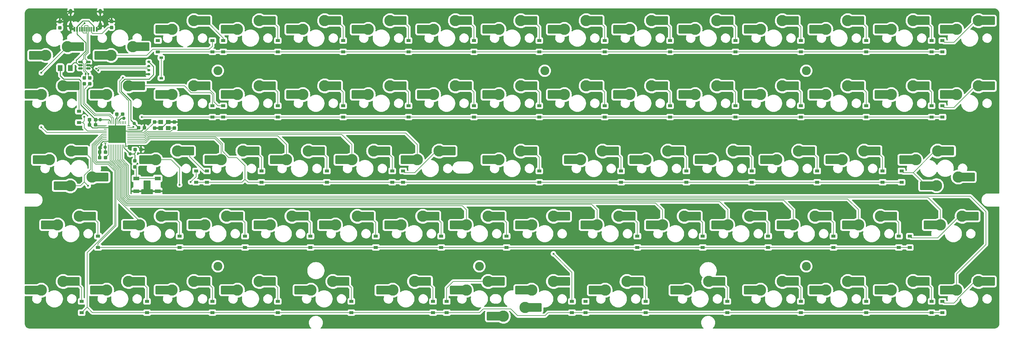
<source format=gbr>
%TF.GenerationSoftware,KiCad,Pcbnew,(6.0.8-1)-1*%
%TF.CreationDate,2024-01-23T20:52:19+01:00*%
%TF.ProjectId,tsuka60-pro,7473756b-6136-4302-9d70-726f2e6b6963,rev?*%
%TF.SameCoordinates,Original*%
%TF.FileFunction,Copper,L2,Bot*%
%TF.FilePolarity,Positive*%
%FSLAX46Y46*%
G04 Gerber Fmt 4.6, Leading zero omitted, Abs format (unit mm)*
G04 Created by KiCad (PCBNEW (6.0.8-1)-1) date 2024-01-23 20:52:19*
%MOMM*%
%LPD*%
G01*
G04 APERTURE LIST*
G04 Aperture macros list*
%AMRoundRect*
0 Rectangle with rounded corners*
0 $1 Rounding radius*
0 $2 $3 $4 $5 $6 $7 $8 $9 X,Y pos of 4 corners*
0 Add a 4 corners polygon primitive as box body*
4,1,4,$2,$3,$4,$5,$6,$7,$8,$9,$2,$3,0*
0 Add four circle primitives for the rounded corners*
1,1,$1+$1,$2,$3*
1,1,$1+$1,$4,$5*
1,1,$1+$1,$6,$7*
1,1,$1+$1,$8,$9*
0 Add four rect primitives between the rounded corners*
20,1,$1+$1,$2,$3,$4,$5,0*
20,1,$1+$1,$4,$5,$6,$7,0*
20,1,$1+$1,$6,$7,$8,$9,0*
20,1,$1+$1,$8,$9,$2,$3,0*%
G04 Aperture macros list end*
%TA.AperFunction,ComponentPad*%
%ADD10C,2.600000*%
%TD*%
%TA.AperFunction,SMDPad,CuDef*%
%ADD11R,1.650000X2.500000*%
%TD*%
%TA.AperFunction,ComponentPad*%
%ADD12C,3.300000*%
%TD*%
%TA.AperFunction,SMDPad,CuDef*%
%ADD13RoundRect,0.250000X1.025000X1.000000X-1.025000X1.000000X-1.025000X-1.000000X1.025000X-1.000000X0*%
%TD*%
%TA.AperFunction,SMDPad,CuDef*%
%ADD14R,1.200000X0.900000*%
%TD*%
%TA.AperFunction,SMDPad,CuDef*%
%ADD15RoundRect,0.237500X-0.237500X0.300000X-0.237500X-0.300000X0.237500X-0.300000X0.237500X0.300000X0*%
%TD*%
%TA.AperFunction,SMDPad,CuDef*%
%ADD16RoundRect,0.237500X0.300000X0.237500X-0.300000X0.237500X-0.300000X-0.237500X0.300000X-0.237500X0*%
%TD*%
%TA.AperFunction,SMDPad,CuDef*%
%ADD17RoundRect,0.237500X0.237500X-0.300000X0.237500X0.300000X-0.237500X0.300000X-0.237500X-0.300000X0*%
%TD*%
%TA.AperFunction,SMDPad,CuDef*%
%ADD18RoundRect,0.237500X-0.300000X-0.237500X0.300000X-0.237500X0.300000X0.237500X-0.300000X0.237500X0*%
%TD*%
%TA.AperFunction,SMDPad,CuDef*%
%ADD19RoundRect,0.250000X-1.025000X-1.000000X1.025000X-1.000000X1.025000X1.000000X-1.025000X1.000000X0*%
%TD*%
%TA.AperFunction,SMDPad,CuDef*%
%ADD20R,1.800000X1.100000*%
%TD*%
%TA.AperFunction,SMDPad,CuDef*%
%ADD21RoundRect,0.150000X0.487500X0.150000X-0.487500X0.150000X-0.487500X-0.150000X0.487500X-0.150000X0*%
%TD*%
%TA.AperFunction,SMDPad,CuDef*%
%ADD22R,0.600000X1.450000*%
%TD*%
%TA.AperFunction,SMDPad,CuDef*%
%ADD23R,0.300000X1.450000*%
%TD*%
%TA.AperFunction,ComponentPad*%
%ADD24O,1.000000X1.600000*%
%TD*%
%TA.AperFunction,ComponentPad*%
%ADD25O,1.000000X2.100000*%
%TD*%
%TA.AperFunction,SMDPad,CuDef*%
%ADD26R,1.400000X1.200000*%
%TD*%
%TA.AperFunction,SMDPad,CuDef*%
%ADD27RoundRect,0.062500X-0.062500X0.375000X-0.062500X-0.375000X0.062500X-0.375000X0.062500X0.375000X0*%
%TD*%
%TA.AperFunction,SMDPad,CuDef*%
%ADD28RoundRect,0.062500X-0.375000X0.062500X-0.375000X-0.062500X0.375000X-0.062500X0.375000X0.062500X0*%
%TD*%
%TA.AperFunction,SMDPad,CuDef*%
%ADD29R,5.150000X5.150000*%
%TD*%
%TA.AperFunction,SMDPad,CuDef*%
%ADD30RoundRect,0.150000X-0.275000X0.150000X-0.275000X-0.150000X0.275000X-0.150000X0.275000X0.150000X0*%
%TD*%
%TA.AperFunction,SMDPad,CuDef*%
%ADD31RoundRect,0.187500X-0.362500X0.187500X-0.362500X-0.187500X0.362500X-0.187500X0.362500X0.187500X0*%
%TD*%
%TA.AperFunction,SMDPad,CuDef*%
%ADD32RoundRect,0.250001X0.462499X0.624999X-0.462499X0.624999X-0.462499X-0.624999X0.462499X-0.624999X0*%
%TD*%
%TA.AperFunction,ViaPad*%
%ADD33C,1.000000*%
%TD*%
%TA.AperFunction,ViaPad*%
%ADD34C,0.600000*%
%TD*%
%TA.AperFunction,Conductor*%
%ADD35C,0.250000*%
%TD*%
%TA.AperFunction,Conductor*%
%ADD36C,0.200000*%
%TD*%
G04 APERTURE END LIST*
D10*
%TO.P,H1,1*%
%TO.N,N/C*%
X120650000Y-98425000D03*
%TD*%
%TO.P,H2,1*%
%TO.N,N/C*%
X215900000Y-98425000D03*
%TD*%
%TO.P,H5,1*%
%TO.N,N/C*%
X196850000Y-155575000D03*
%TD*%
%TO.P,H6,1*%
%TO.N,N/C*%
X292100000Y-155575000D03*
%TD*%
%TO.P,H4,1*%
%TO.N,N/C*%
X120650000Y-155575000D03*
%TD*%
%TO.P,H3,1*%
%TO.N,N/C*%
X292100000Y-98425000D03*
%TD*%
D11*
%TO.P,MX56,1,COL*%
%TO.N,COL10*%
X267415000Y-143510000D03*
D12*
X269240000Y-143510000D03*
D13*
X265690000Y-143510000D03*
%TO.P,MX56,2,ROW*%
%TO.N,Net-(D56-Pad2)*%
X279140000Y-140970000D03*
D12*
X275590000Y-140970000D03*
D11*
X277390000Y-140970000D03*
%TD*%
D14*
%TO.P,D47,1,K*%
%TO.N,ROW3*%
X85725000Y-150081250D03*
%TO.P,D47,2,A*%
%TO.N,Net-(D47-Pad2)*%
X85725000Y-146781250D03*
%TD*%
D12*
%TO.P,MX73,1,COL*%
%TO.N,COL12*%
X297815000Y-162560000D03*
D13*
X294265000Y-162560000D03*
D11*
X295990000Y-162560000D03*
D13*
%TO.P,MX73,2,ROW*%
%TO.N,Net-(D73-Pad2)*%
X307715000Y-160020000D03*
D12*
X304165000Y-160020000D03*
D11*
X305965000Y-160020000D03*
%TD*%
%TO.P,MX39,1,COL*%
%TO.N,COL8*%
X224552500Y-124460000D03*
D12*
X226377500Y-124460000D03*
D13*
X222827500Y-124460000D03*
D11*
%TO.P,MX39,2,ROW*%
%TO.N,Net-(D39-Pad2)*%
X234527500Y-121920000D03*
D12*
X232727500Y-121920000D03*
D13*
X236277500Y-121920000D03*
%TD*%
D14*
%TO.P,D52,1,K*%
%TO.N,ROW3*%
X185737500Y-150081250D03*
%TO.P,D52,2,A*%
%TO.N,Net-(D52-Pad2)*%
X185737500Y-146781250D03*
%TD*%
%TO.P,D55,1,K*%
%TO.N,ROW3*%
X261937500Y-150081250D03*
%TO.P,D55,2,A*%
%TO.N,Net-(D55-Pad2)*%
X261937500Y-146781250D03*
%TD*%
D13*
%TO.P,MX19,1,COL*%
%TO.N,COL3*%
X122815000Y-105410000D03*
D12*
X126365000Y-105410000D03*
D11*
X124540000Y-105410000D03*
D13*
%TO.P,MX19,2,ROW*%
%TO.N,Net-(D19-Pad2)*%
X136265000Y-102870000D03*
D12*
X132715000Y-102870000D03*
D11*
X134515000Y-102870000D03*
%TD*%
D12*
%TO.P,MX5,1,COL*%
%TO.N,COL4*%
X145415000Y-86360000D03*
D11*
X143590000Y-86360000D03*
D13*
X141865000Y-86360000D03*
D11*
%TO.P,MX5,2,ROW*%
%TO.N,Net-(D5-Pad2)*%
X153565000Y-83820000D03*
D13*
X155315000Y-83820000D03*
D12*
X151765000Y-83820000D03*
%TD*%
D14*
%TO.P,D15,1,K*%
%TO.N,ROW0*%
X331787500Y-92931250D03*
%TO.P,D15,2,A*%
%TO.N,Net-(D15-Pad2)*%
X331787500Y-89631250D03*
%TD*%
%TO.P,D39,1,K*%
%TO.N,ROW2*%
X238125000Y-131031250D03*
%TO.P,D39,2,A*%
%TO.N,Net-(D39-Pad2)*%
X238125000Y-127731250D03*
%TD*%
D15*
%TO.P,R6,1*%
%TO.N,D+*%
X83350000Y-100537500D03*
%TO.P,R6,2*%
%TO.N,Net-(R6-Pad2)*%
X83350000Y-102262500D03*
%TD*%
D13*
%TO.P,MX16,1,COL*%
%TO.N,COL0*%
X65665000Y-105410000D03*
D12*
X69215000Y-105410000D03*
D11*
X67390000Y-105410000D03*
D12*
%TO.P,MX16,2,ROW*%
%TO.N,Net-(D16-Pad2)*%
X75565000Y-102870000D03*
D13*
X79115000Y-102870000D03*
D11*
X77365000Y-102870000D03*
%TD*%
D14*
%TO.P,D6,1,K*%
%TO.N,ROW0*%
X176212500Y-92931250D03*
%TO.P,D6,2,A*%
%TO.N,Net-(D6-Pad2)*%
X176212500Y-89631250D03*
%TD*%
D12*
%TO.P,MX51,1,COL*%
%TO.N,COL5*%
X154940000Y-143510000D03*
D13*
X151390000Y-143510000D03*
D11*
X153115000Y-143510000D03*
%TO.P,MX51,2,ROW*%
%TO.N,Net-(D51-Pad2)*%
X163090000Y-140970000D03*
D13*
X164840000Y-140970000D03*
D12*
X161290000Y-140970000D03*
%TD*%
D14*
%TO.P,D27,1,K*%
%TO.N,ROW1*%
X290512500Y-111981250D03*
%TO.P,D27,2,A*%
%TO.N,Net-(D27-Pad2)*%
X290512500Y-108681250D03*
%TD*%
D16*
%TO.P,C7,1*%
%TO.N,+5V*%
X85000000Y-114300000D03*
%TO.P,C7,2*%
%TO.N,GND*%
X83275000Y-114300000D03*
%TD*%
D11*
%TO.P,MX40,1,COL*%
%TO.N,COL9*%
X243602500Y-124460000D03*
D13*
X241877500Y-124460000D03*
D12*
X245427500Y-124460000D03*
D13*
%TO.P,MX40,2,ROW*%
%TO.N,Net-(D40-Pad2)*%
X255327500Y-121920000D03*
D12*
X251777500Y-121920000D03*
D11*
X253577500Y-121920000D03*
%TD*%
D14*
%TO.P,D18,1,K*%
%TO.N,ROW1*%
X122237500Y-111981250D03*
%TO.P,D18,2,A*%
%TO.N,Net-(D18-Pad2)*%
X122237500Y-108681250D03*
%TD*%
%TO.P,D57,1,K*%
%TO.N,ROW3*%
X300037500Y-150081250D03*
%TO.P,D57,2,A*%
%TO.N,Net-(D57-Pad2)*%
X300037500Y-146781250D03*
%TD*%
D17*
%TO.P,R1,1*%
%TO.N,RESET*%
X96500000Y-126512500D03*
%TO.P,R1,2*%
%TO.N,+5V*%
X96500000Y-124787500D03*
%TD*%
D13*
%TO.P,MX8,1,COL*%
%TO.N,COL7*%
X199015000Y-86360000D03*
D11*
X200740000Y-86360000D03*
D12*
X202565000Y-86360000D03*
%TO.P,MX8,2,ROW*%
%TO.N,Net-(D8-Pad2)*%
X208915000Y-83820000D03*
D13*
X212465000Y-83820000D03*
D11*
X210715000Y-83820000D03*
%TD*%
D12*
%TO.P,MX7,1,COL*%
%TO.N,COL6*%
X183515000Y-86360000D03*
D11*
X181690000Y-86360000D03*
D13*
X179965000Y-86360000D03*
D12*
%TO.P,MX7,2,ROW*%
%TO.N,Net-(D7-Pad2)*%
X189865000Y-83820000D03*
D11*
X191665000Y-83820000D03*
D13*
X193415000Y-83820000D03*
%TD*%
D17*
%TO.P,C2,1*%
%TO.N,GND*%
X102181250Y-115162500D03*
%TO.P,C2,2*%
%TO.N,XTAL2*%
X102181250Y-113437500D03*
%TD*%
D14*
%TO.P,D59,1,K*%
%TO.N,ROW3*%
X322262500Y-150081250D03*
%TO.P,D59,2,A*%
%TO.N,Net-(D59-Pad2)*%
X322262500Y-146781250D03*
%TD*%
D12*
%TO.P,MX26,1,COL*%
%TO.N,COL10*%
X259715000Y-105410000D03*
D13*
X256165000Y-105410000D03*
D11*
X257890000Y-105410000D03*
D13*
%TO.P,MX26,2,ROW*%
%TO.N,Net-(D26-Pad2)*%
X269615000Y-102870000D03*
D12*
X266065000Y-102870000D03*
D11*
X267865000Y-102870000D03*
%TD*%
%TO.P,MX68,1,COL*%
%TO.N,COL7*%
X210265000Y-143510000D03*
D12*
X212090000Y-143510000D03*
D13*
X208540000Y-143510000D03*
%TO.P,MX68,2,ROW*%
%TO.N,Net-(D68-Pad2)*%
X221990000Y-140970000D03*
D12*
X218440000Y-140970000D03*
D11*
X220240000Y-140970000D03*
%TD*%
%TO.P,MX41,1,COL*%
%TO.N,COL10*%
X262652500Y-124460000D03*
D13*
X260927500Y-124460000D03*
D12*
X264477500Y-124460000D03*
D13*
%TO.P,MX41,2,ROW*%
%TO.N,Net-(D41-Pad2)*%
X274377500Y-121920000D03*
D12*
X270827500Y-121920000D03*
D11*
X272627500Y-121920000D03*
%TD*%
D13*
%TO.P,MX48,1,COL*%
%TO.N,COL2*%
X94240000Y-143510000D03*
D11*
X95965000Y-143510000D03*
D12*
X97790000Y-143510000D03*
D13*
%TO.P,MX48,2,ROW*%
%TO.N,Net-(D48-Pad2)*%
X107690000Y-140970000D03*
D12*
X104140000Y-140970000D03*
D11*
X105940000Y-140970000D03*
%TD*%
D18*
%TO.P,C6,1*%
%TO.N,+5V*%
X97562500Y-115093750D03*
%TO.P,C6,2*%
%TO.N,GND*%
X99287500Y-115093750D03*
%TD*%
D14*
%TO.P,D35,1,K*%
%TO.N,ROW2*%
X152400000Y-131031250D03*
%TO.P,D35,2,A*%
%TO.N,Net-(D35-Pad2)*%
X152400000Y-127731250D03*
%TD*%
%TO.P,D37,1,K*%
%TO.N,ROW2*%
X174625000Y-131031250D03*
%TO.P,D37,2,A*%
%TO.N,Net-(D37-Pad2)*%
X174625000Y-127731250D03*
%TD*%
D13*
%TO.P,MX65,1,COL*%
%TO.N,COL4*%
X144246250Y-162560000D03*
D12*
X147796250Y-162560000D03*
D11*
X145971250Y-162560000D03*
D13*
%TO.P,MX65,2,ROW*%
%TO.N,Net-(D65-Pad2)*%
X157696250Y-160020000D03*
D12*
X154146250Y-160020000D03*
D11*
X155946250Y-160020000D03*
%TD*%
D12*
%TO.P,MX22,1,COL*%
%TO.N,COL6*%
X183515000Y-105410000D03*
D11*
X181690000Y-105410000D03*
D13*
X179965000Y-105410000D03*
D11*
%TO.P,MX22,2,ROW*%
%TO.N,Net-(D22-Pad2)*%
X191665000Y-102870000D03*
D12*
X189865000Y-102870000D03*
D13*
X193415000Y-102870000D03*
%TD*%
D14*
%TO.P,D25,1,K*%
%TO.N,ROW1*%
X252412500Y-111981250D03*
%TO.P,D25,2,A*%
%TO.N,Net-(D25-Pad2)*%
X252412500Y-108681250D03*
%TD*%
%TO.P,D30,1,K*%
%TO.N,ROW1*%
X331787500Y-111981250D03*
%TO.P,D30,2,A*%
%TO.N,Net-(D30-Pad2)*%
X331787500Y-108681250D03*
%TD*%
%TO.P,D29,1,K*%
%TO.N,ROW1*%
X328612500Y-111981250D03*
%TO.P,D29,2,A*%
%TO.N,Net-(D29-Pad2)*%
X328612500Y-108681250D03*
%TD*%
D11*
%TO.P,MX69,1,COL*%
%TO.N,COL8*%
X210265000Y-162560000D03*
D12*
X212090000Y-162560000D03*
D13*
X208540000Y-162560000D03*
D12*
%TO.P,MX69,2,ROW*%
%TO.N,Net-(D69-Pad2)*%
X218440000Y-160020000D03*
D11*
X220240000Y-160020000D03*
D13*
X221990000Y-160020000D03*
%TD*%
%TO.P,MX35,1,COL*%
%TO.N,COL4*%
X137102500Y-124460000D03*
D12*
X140652500Y-124460000D03*
D11*
X138827500Y-124460000D03*
D13*
%TO.P,MX35,2,ROW*%
%TO.N,Net-(D35-Pad2)*%
X150552500Y-121920000D03*
D11*
X148802500Y-121920000D03*
D12*
X147002500Y-121920000D03*
%TD*%
D19*
%TO.P,MX32,1,COL*%
%TO.N,COL1*%
X87528750Y-129540000D03*
D12*
X83978750Y-129540000D03*
D11*
X85803750Y-129540000D03*
%TO.P,MX32,2,ROW*%
%TO.N,32_2*%
X75828750Y-132080000D03*
D12*
X77628750Y-132080000D03*
D19*
X74078750Y-132080000D03*
%TD*%
%TO.P,MX2,1,COL*%
%TO.N,COL1*%
X99435000Y-91440000D03*
D11*
X97710000Y-91440000D03*
D12*
X95885000Y-91440000D03*
D19*
%TO.P,MX2,2,ROW*%
%TO.N,Net-(D2-Pad2)*%
X85985000Y-93980000D03*
D11*
X87735000Y-93980000D03*
D12*
X89535000Y-93980000D03*
%TD*%
D13*
%TO.P,MX66,1,COL*%
%TO.N,COL5*%
X168058750Y-162560000D03*
D12*
X171608750Y-162560000D03*
D11*
X169783750Y-162560000D03*
D12*
%TO.P,MX66,2,ROW*%
%TO.N,Net-(D66-Pad2)*%
X177958750Y-160020000D03*
D11*
X179758750Y-160020000D03*
D13*
X181508750Y-160020000D03*
%TD*%
D11*
%TO.P,MX14,1,COL*%
%TO.N,COL13*%
X315040000Y-86360000D03*
D12*
X316865000Y-86360000D03*
D13*
X313315000Y-86360000D03*
D11*
%TO.P,MX14,2,ROW*%
%TO.N,Net-(D14-Pad2)*%
X325015000Y-83820000D03*
D12*
X323215000Y-83820000D03*
D13*
X326765000Y-83820000D03*
%TD*%
D12*
%TO.P,MX67,1,COL*%
%TO.N,COL6*%
X193040000Y-162560000D03*
D13*
X189490000Y-162560000D03*
D11*
X191215000Y-162560000D03*
D12*
%TO.P,MX67,2,ROW*%
%TO.N,Net-(D67-Pad2)*%
X199390000Y-160020000D03*
D11*
X201190000Y-160020000D03*
D13*
X202940000Y-160020000D03*
%TD*%
D14*
%TO.P,D62,1,K*%
%TO.N,ROW4*%
X100012500Y-169131250D03*
%TO.P,D62,2,A*%
%TO.N,Net-(D62-Pad2)*%
X100012500Y-165831250D03*
%TD*%
%TO.P,D75,1,K*%
%TO.N,ROW4*%
X331787500Y-169131250D03*
%TO.P,D75,2,A*%
%TO.N,Net-(D75-Pad2)*%
X331787500Y-165831250D03*
%TD*%
%TO.P,D66,1,K*%
%TO.N,ROW4*%
X183356250Y-169131250D03*
%TO.P,D66,2,A*%
%TO.N,Net-(D66-Pad2)*%
X183356250Y-165831250D03*
%TD*%
D11*
%TO.P,MX54,1,COL*%
%TO.N,COL8*%
X229315000Y-143510000D03*
D13*
X227590000Y-143510000D03*
D12*
X231140000Y-143510000D03*
%TO.P,MX54,2,ROW*%
%TO.N,Net-(D54-Pad2)*%
X237490000Y-140970000D03*
D11*
X239290000Y-140970000D03*
D13*
X241040000Y-140970000D03*
%TD*%
D20*
%TO.P,SW1,1,1*%
%TO.N,GND*%
X96912500Y-133612500D03*
X103112500Y-133612500D03*
%TO.P,SW1,2,2*%
%TO.N,RESET*%
X103112500Y-129912500D03*
X96912500Y-129912500D03*
%TD*%
D13*
%TO.P,MX10,1,COL*%
%TO.N,COL9*%
X237115000Y-86360000D03*
D11*
X238840000Y-86360000D03*
D12*
X240665000Y-86360000D03*
D13*
%TO.P,MX10,2,ROW*%
%TO.N,Net-(D10-Pad2)*%
X250565000Y-83820000D03*
D11*
X248815000Y-83820000D03*
D12*
X247015000Y-83820000D03*
%TD*%
D13*
%TO.P,MX20,1,COL*%
%TO.N,COL4*%
X141865000Y-105410000D03*
D12*
X145415000Y-105410000D03*
D11*
X143590000Y-105410000D03*
%TO.P,MX20,2,ROW*%
%TO.N,Net-(D20-Pad2)*%
X153565000Y-102870000D03*
D13*
X155315000Y-102870000D03*
D12*
X151765000Y-102870000D03*
%TD*%
%TO.P,MX32_2,1,COL*%
%TO.N,COL1*%
X71596250Y-124460000D03*
D13*
X68046250Y-124460000D03*
D11*
X69771250Y-124460000D03*
%TO.P,MX32_2,2,ROW*%
%TO.N,32_2*%
X79746250Y-121920000D03*
D12*
X77946250Y-121920000D03*
D13*
X81496250Y-121920000D03*
%TD*%
D16*
%TO.P,C8,1*%
%TO.N,+5V*%
X85000000Y-112712500D03*
%TO.P,C8,2*%
%TO.N,GND*%
X83275000Y-112712500D03*
%TD*%
D12*
%TO.P,MX42,1,COL*%
%TO.N,COL11*%
X283527500Y-124460000D03*
D13*
X279977500Y-124460000D03*
D11*
X281702500Y-124460000D03*
D13*
%TO.P,MX42,2,ROW*%
%TO.N,Net-(D42-Pad2)*%
X293427500Y-121920000D03*
D12*
X289877500Y-121920000D03*
D11*
X291677500Y-121920000D03*
%TD*%
D14*
%TO.P,D13,1,K*%
%TO.N,ROW0*%
X309562500Y-92931250D03*
%TO.P,D13,2,A*%
%TO.N,Net-(D13-Pad2)*%
X309562500Y-89631250D03*
%TD*%
D12*
%TO.P,MX24,1,COL*%
%TO.N,COL8*%
X221615000Y-105410000D03*
D13*
X218065000Y-105410000D03*
D11*
X219790000Y-105410000D03*
D13*
%TO.P,MX24,2,ROW*%
%TO.N,Net-(D24-Pad2)*%
X231515000Y-102870000D03*
D12*
X227965000Y-102870000D03*
D11*
X229765000Y-102870000D03*
%TD*%
D14*
%TO.P,D73,1,K*%
%TO.N,ROW4*%
X309562500Y-169131250D03*
%TO.P,D73,2,A*%
%TO.N,Net-(D73-Pad2)*%
X309562500Y-165831250D03*
%TD*%
%TO.P,D58,1,K*%
%TO.N,ROW3*%
X319087500Y-150081250D03*
%TO.P,D58,2,A*%
%TO.N,Net-(D58-Pad2)*%
X319087500Y-146781250D03*
%TD*%
%TO.P,D42,1,K*%
%TO.N,ROW2*%
X295275000Y-131031250D03*
%TO.P,D42,2,A*%
%TO.N,Net-(D42-Pad2)*%
X295275000Y-127731250D03*
%TD*%
D21*
%TO.P,U2,1,IO1*%
%TO.N,D+*%
X82893750Y-95887500D03*
%TO.P,U2,2,VN*%
%TO.N,GND*%
X82893750Y-96837500D03*
%TO.P,U2,3,IO2*%
%TO.N,unconnected-(U2-Pad3)*%
X82893750Y-97787500D03*
%TO.P,U2,4,IO3*%
%TO.N,unconnected-(U2-Pad4)*%
X80618750Y-97787500D03*
%TO.P,U2,5,VP*%
%TO.N,VCC*%
X80618750Y-96837500D03*
%TO.P,U2,6,IO4*%
%TO.N,D-*%
X80618750Y-95887500D03*
%TD*%
D14*
%TO.P,D10,1,K*%
%TO.N,ROW0*%
X252412500Y-92931250D03*
%TO.P,D10,2,A*%
%TO.N,Net-(D10-Pad2)*%
X252412500Y-89631250D03*
%TD*%
%TO.P,D40,1,K*%
%TO.N,ROW2*%
X257175000Y-131031250D03*
%TO.P,D40,2,A*%
%TO.N,Net-(D40-Pad2)*%
X257175000Y-127731250D03*
%TD*%
D12*
%TO.P,MX12,1,COL*%
%TO.N,COL11*%
X278765000Y-86360000D03*
D11*
X276940000Y-86360000D03*
D13*
X275215000Y-86360000D03*
D12*
%TO.P,MX12,2,ROW*%
%TO.N,Net-(D12-Pad2)*%
X285115000Y-83820000D03*
D11*
X286915000Y-83820000D03*
D13*
X288665000Y-83820000D03*
%TD*%
D18*
%TO.P,C4,1*%
%TO.N,+5V*%
X96537500Y-121443750D03*
%TO.P,C4,2*%
%TO.N,GND*%
X98262500Y-121443750D03*
%TD*%
D14*
%TO.P,D68,1,K*%
%TO.N,ROW4*%
X223837500Y-169131250D03*
%TO.P,D68,2,A*%
%TO.N,Net-(D68-Pad2)*%
X223837500Y-165831250D03*
%TD*%
D16*
%TO.P,R2,1*%
%TO.N,Net-(R2-Pad1)*%
X87912500Y-123825000D03*
%TO.P,R2,2*%
%TO.N,GND*%
X86187500Y-123825000D03*
%TD*%
D14*
%TO.P,D63,1,K*%
%TO.N,ROW4*%
X119062500Y-169131250D03*
%TO.P,D63,2,A*%
%TO.N,Net-(D63-Pad2)*%
X119062500Y-165831250D03*
%TD*%
%TO.P,D17,1,K*%
%TO.N,ROW1*%
X119062500Y-111981250D03*
%TO.P,D17,2,A*%
%TO.N,Net-(D17-Pad2)*%
X119062500Y-108681250D03*
%TD*%
D22*
%TO.P,J1,A1,GND*%
%TO.N,GND*%
X78850000Y-86285000D03*
%TO.P,J1,A4,VBUS*%
%TO.N,VCC*%
X79650000Y-86285000D03*
D23*
%TO.P,J1,A5,CC1*%
%TO.N,Net-(J1-PadA5)*%
X80850000Y-86285000D03*
%TO.P,J1,A6,D+*%
%TO.N,D+*%
X81850000Y-86285000D03*
%TO.P,J1,A7,D-*%
%TO.N,D-*%
X82350000Y-86285000D03*
%TO.P,J1,A8,SBU1*%
%TO.N,unconnected-(J1-PadA8)*%
X83350000Y-86285000D03*
D22*
%TO.P,J1,A9,VBUS*%
%TO.N,VCC*%
X84550000Y-86285000D03*
%TO.P,J1,A12,GND*%
%TO.N,GND*%
X85350000Y-86285000D03*
%TO.P,J1,B1,GND*%
X85350000Y-86285000D03*
%TO.P,J1,B4,VBUS*%
%TO.N,VCC*%
X84550000Y-86285000D03*
D23*
%TO.P,J1,B5,CC2*%
%TO.N,Net-(J1-PadB5)*%
X83850000Y-86285000D03*
%TO.P,J1,B6,D+*%
%TO.N,D+*%
X82850000Y-86285000D03*
%TO.P,J1,B7,D-*%
%TO.N,D-*%
X81350000Y-86285000D03*
%TO.P,J1,B8,SBU2*%
%TO.N,unconnected-(J1-PadB8)*%
X80350000Y-86285000D03*
D22*
%TO.P,J1,B9,VBUS*%
%TO.N,VCC*%
X79650000Y-86285000D03*
%TO.P,J1,B12,GND*%
%TO.N,GND*%
X78850000Y-86285000D03*
D24*
%TO.P,J1,S1,SHIELD*%
X86420000Y-81190000D03*
D25*
X86420000Y-85370000D03*
X77780000Y-85370000D03*
D24*
X77780000Y-81190000D03*
%TD*%
D14*
%TO.P,D70,1,K*%
%TO.N,ROW4*%
X245268750Y-169131250D03*
%TO.P,D70,2,A*%
%TO.N,70_2*%
X245268750Y-165831250D03*
%TD*%
D11*
%TO.P,MX15,1,COL*%
%TO.N,COL14*%
X334090000Y-86360000D03*
D13*
X332365000Y-86360000D03*
D12*
X335915000Y-86360000D03*
%TO.P,MX15,2,ROW*%
%TO.N,Net-(D15-Pad2)*%
X342265000Y-83820000D03*
D13*
X345815000Y-83820000D03*
D11*
X344065000Y-83820000D03*
%TD*%
%TO.P,MX50,1,COL*%
%TO.N,COL4*%
X134065000Y-143510000D03*
D13*
X132340000Y-143510000D03*
D12*
X135890000Y-143510000D03*
D11*
%TO.P,MX50,2,ROW*%
%TO.N,Net-(D50-Pad2)*%
X144040000Y-140970000D03*
D12*
X142240000Y-140970000D03*
D13*
X145790000Y-140970000D03*
%TD*%
D14*
%TO.P,D4,1,K*%
%TO.N,ROW0*%
X138112500Y-92931250D03*
%TO.P,D4,2,A*%
%TO.N,Net-(D4-Pad2)*%
X138112500Y-89631250D03*
%TD*%
%TO.P,D61,1,K*%
%TO.N,ROW4*%
X80962500Y-169131250D03*
%TO.P,D61,2,A*%
%TO.N,Net-(D61-Pad2)*%
X80962500Y-165831250D03*
%TD*%
%TO.P,D67,1,K*%
%TO.N,ROW4*%
X187325000Y-169131250D03*
%TO.P,D67,2,A*%
%TO.N,Net-(D67-Pad2)*%
X187325000Y-165831250D03*
%TD*%
%TO.P,D72,1,K*%
%TO.N,ROW4*%
X290512500Y-169131250D03*
%TO.P,D72,2,A*%
%TO.N,Net-(D72-Pad2)*%
X290512500Y-165831250D03*
%TD*%
%TO.P,D44,1,K*%
%TO.N,ROW2*%
X319881250Y-131031250D03*
%TO.P,D44,2,A*%
%TO.N,44_2*%
X319881250Y-127731250D03*
%TD*%
%TO.P,D23,1,K*%
%TO.N,ROW1*%
X214312500Y-111981250D03*
%TO.P,D23,2,A*%
%TO.N,Net-(D23-Pad2)*%
X214312500Y-108681250D03*
%TD*%
D26*
%TO.P,Y1,1,1*%
%TO.N,XTAL1*%
X106181250Y-115150000D03*
%TO.P,Y1,2,2*%
%TO.N,GND*%
X103981250Y-115150000D03*
%TO.P,Y1,3,3*%
%TO.N,XTAL2*%
X103981250Y-113450000D03*
%TO.P,Y1,4,4*%
%TO.N,GND*%
X106181250Y-113450000D03*
%TD*%
D14*
%TO.P,D53,1,K*%
%TO.N,ROW3*%
X204787500Y-150081250D03*
%TO.P,D53,2,A*%
%TO.N,Net-(D53-Pad2)*%
X204787500Y-146781250D03*
%TD*%
%TO.P,D50,1,K*%
%TO.N,ROW3*%
X147637500Y-150081250D03*
%TO.P,D50,2,A*%
%TO.N,Net-(D50-Pad2)*%
X147637500Y-146781250D03*
%TD*%
%TO.P,D36,1,K*%
%TO.N,ROW2*%
X171450000Y-131031250D03*
%TO.P,D36,2,A*%
%TO.N,Net-(D36-Pad2)*%
X171450000Y-127731250D03*
%TD*%
%TO.P,D3,1,K*%
%TO.N,ROW0*%
X122237500Y-92931250D03*
%TO.P,D3,2,A*%
%TO.N,Net-(D3-Pad2)*%
X122237500Y-89631250D03*
%TD*%
%TO.P,D24,1,K*%
%TO.N,ROW1*%
X233362500Y-111981250D03*
%TO.P,D24,2,A*%
%TO.N,Net-(D24-Pad2)*%
X233362500Y-108681250D03*
%TD*%
%TO.P,D69,1,K*%
%TO.N,ROW4*%
X227806250Y-169131250D03*
%TO.P,D69,2,A*%
%TO.N,Net-(D69-Pad2)*%
X227806250Y-165831250D03*
%TD*%
D11*
%TO.P,MX1,1,COL*%
%TO.N,COL0*%
X78660000Y-91440000D03*
D19*
X80385000Y-91440000D03*
D12*
X76835000Y-91440000D03*
%TO.P,MX1,2,ROW*%
%TO.N,Net-(D1-Pad2)*%
X70485000Y-93980000D03*
D11*
X68685000Y-93980000D03*
D19*
X66935000Y-93980000D03*
%TD*%
D12*
%TO.P,MX71,1,COL*%
%TO.N,COL10*%
X257333750Y-162560000D03*
D13*
X253783750Y-162560000D03*
D11*
X255508750Y-162560000D03*
%TO.P,MX71,2,ROW*%
%TO.N,Net-(D71-Pad2)*%
X265483750Y-160020000D03*
D12*
X263683750Y-160020000D03*
D13*
X267233750Y-160020000D03*
%TD*%
D12*
%TO.P,MX29,1,COL*%
%TO.N,COL13*%
X316865000Y-105410000D03*
D11*
X315040000Y-105410000D03*
D13*
X313315000Y-105410000D03*
D12*
%TO.P,MX29,2,ROW*%
%TO.N,Net-(D29-Pad2)*%
X323215000Y-102870000D03*
D13*
X326765000Y-102870000D03*
D11*
X325015000Y-102870000D03*
%TD*%
D14*
%TO.P,D49,1,K*%
%TO.N,ROW3*%
X128587500Y-150081250D03*
%TO.P,D49,2,A*%
%TO.N,Net-(D49-Pad2)*%
X128587500Y-146781250D03*
%TD*%
%TO.P,D5,1,K*%
%TO.N,ROW0*%
X157162500Y-92931250D03*
%TO.P,D5,2,A*%
%TO.N,Net-(D5-Pad2)*%
X157162500Y-89631250D03*
%TD*%
D11*
%TO.P,MX57,1,COL*%
%TO.N,COL11*%
X286465000Y-143510000D03*
D13*
X284740000Y-143510000D03*
D12*
X288290000Y-143510000D03*
D13*
%TO.P,MX57,2,ROW*%
%TO.N,Net-(D57-Pad2)*%
X298190000Y-140970000D03*
D11*
X296440000Y-140970000D03*
D12*
X294640000Y-140970000D03*
%TD*%
D14*
%TO.P,D14,1,K*%
%TO.N,ROW0*%
X328612500Y-92931250D03*
%TO.P,D14,2,A*%
%TO.N,Net-(D14-Pad2)*%
X328612500Y-89631250D03*
%TD*%
%TO.P,D21,1,K*%
%TO.N,ROW1*%
X176212500Y-111981250D03*
%TO.P,D21,2,A*%
%TO.N,Net-(D21-Pad2)*%
X176212500Y-108681250D03*
%TD*%
D13*
%TO.P,MX18,1,COL*%
%TO.N,COL2*%
X103765000Y-105410000D03*
D12*
X107315000Y-105410000D03*
D11*
X105490000Y-105410000D03*
D12*
%TO.P,MX18,2,ROW*%
%TO.N,Net-(D18-Pad2)*%
X113665000Y-102870000D03*
D13*
X117215000Y-102870000D03*
D11*
X115465000Y-102870000D03*
%TD*%
D14*
%TO.P,D43,1,K*%
%TO.N,ROW2*%
X314325000Y-131031250D03*
%TO.P,D43,2,A*%
%TO.N,Net-(D43-Pad2)*%
X314325000Y-127731250D03*
%TD*%
%TO.P,D56,1,K*%
%TO.N,ROW3*%
X280987500Y-150081250D03*
%TO.P,D56,2,A*%
%TO.N,Net-(D56-Pad2)*%
X280987500Y-146781250D03*
%TD*%
%TO.P,D8,1,K*%
%TO.N,ROW0*%
X214312500Y-92931250D03*
%TO.P,D8,2,A*%
%TO.N,Net-(D8-Pad2)*%
X214312500Y-89631250D03*
%TD*%
%TO.P,D26,1,K*%
%TO.N,ROW1*%
X271462500Y-111981250D03*
%TO.P,D26,2,A*%
%TO.N,Net-(D26-Pad2)*%
X271462500Y-108681250D03*
%TD*%
D19*
%TO.P,MX44,1,COL*%
%TO.N,COL13*%
X339941250Y-129477500D03*
D11*
X338216250Y-129477500D03*
D12*
X336391250Y-129477500D03*
D11*
%TO.P,MX44,2,ROW*%
%TO.N,44_2*%
X328241250Y-132017500D03*
D12*
X330041250Y-132017500D03*
D19*
X326491250Y-132017500D03*
%TD*%
D11*
%TO.P,MX21,1,COL*%
%TO.N,COL5*%
X162640000Y-105410000D03*
D12*
X164465000Y-105410000D03*
D13*
X160915000Y-105410000D03*
D11*
%TO.P,MX21,2,ROW*%
%TO.N,Net-(D21-Pad2)*%
X172615000Y-102870000D03*
D12*
X170815000Y-102870000D03*
D13*
X174365000Y-102870000D03*
%TD*%
D14*
%TO.P,D34,1,K*%
%TO.N,ROW2*%
X133350000Y-131031250D03*
%TO.P,D34,2,A*%
%TO.N,Net-(D34-Pad2)*%
X133350000Y-127731250D03*
%TD*%
%TO.P,D51,1,K*%
%TO.N,ROW3*%
X166687500Y-150081250D03*
%TO.P,D51,2,A*%
%TO.N,Net-(D51-Pad2)*%
X166687500Y-146781250D03*
%TD*%
%TO.P,D48,1,K*%
%TO.N,ROW3*%
X109537500Y-150081250D03*
%TO.P,D48,2,A*%
%TO.N,Net-(D48-Pad2)*%
X109537500Y-146781250D03*
%TD*%
D12*
%TO.P,MX59,1,COL*%
%TO.N,COL13*%
X331152500Y-143510000D03*
D13*
X327602500Y-143510000D03*
D11*
X329327500Y-143510000D03*
D12*
%TO.P,MX59,2,ROW*%
%TO.N,Net-(D59-Pad2)*%
X337502500Y-140970000D03*
D13*
X341052500Y-140970000D03*
D11*
X339302500Y-140970000D03*
%TD*%
D14*
%TO.P,D54,1,K*%
%TO.N,ROW3*%
X242887500Y-150081250D03*
%TO.P,D54,2,A*%
%TO.N,Net-(D54-Pad2)*%
X242887500Y-146781250D03*
%TD*%
%TO.P,D2,1,K*%
%TO.N,ROW0*%
X119062500Y-92931250D03*
%TO.P,D2,2,A*%
%TO.N,Net-(D2-Pad2)*%
X119062500Y-89631250D03*
%TD*%
%TO.P,D74,1,K*%
%TO.N,ROW4*%
X328612500Y-169131250D03*
%TO.P,D74,2,A*%
%TO.N,Net-(D74-Pad2)*%
X328612500Y-165831250D03*
%TD*%
D15*
%TO.P,C1,1*%
%TO.N,GND*%
X107981250Y-113437500D03*
%TO.P,C1,2*%
%TO.N,XTAL1*%
X107981250Y-115162500D03*
%TD*%
D12*
%TO.P,MX43,1,COL*%
%TO.N,COL12*%
X302577500Y-124460000D03*
D13*
X299027500Y-124460000D03*
D11*
X300752500Y-124460000D03*
D12*
%TO.P,MX43,2,ROW*%
%TO.N,Net-(D43-Pad2)*%
X308927500Y-121920000D03*
D13*
X312477500Y-121920000D03*
D11*
X310727500Y-121920000D03*
%TD*%
D13*
%TO.P,MX75,1,COL*%
%TO.N,COL14*%
X332365000Y-162560000D03*
D11*
X334090000Y-162560000D03*
D12*
X335915000Y-162560000D03*
%TO.P,MX75,2,ROW*%
%TO.N,Net-(D75-Pad2)*%
X342265000Y-160020000D03*
D11*
X344065000Y-160020000D03*
D13*
X345815000Y-160020000D03*
%TD*%
D16*
%TO.P,C5,1*%
%TO.N,+5V*%
X87912500Y-122237500D03*
%TO.P,C5,2*%
%TO.N,GND*%
X86187500Y-122237500D03*
%TD*%
D14*
%TO.P,D32,1,K*%
%TO.N,ROW2*%
X114300000Y-131031250D03*
%TO.P,D32,2,A*%
%TO.N,32_2*%
X114300000Y-127731250D03*
%TD*%
D17*
%TO.P,R4,1*%
%TO.N,Net-(J1-PadB5)*%
X89693750Y-85793750D03*
%TO.P,R4,2*%
%TO.N,GND*%
X89693750Y-84068750D03*
%TD*%
D27*
%TO.P,U1,1,PE6*%
%TO.N,unconnected-(U1-Pad1)*%
X88781250Y-113562500D03*
%TO.P,U1,2,UVCC*%
%TO.N,+5V*%
X89281250Y-113562500D03*
%TO.P,U1,3,D-*%
%TO.N,Net-(R5-Pad2)*%
X89781250Y-113562500D03*
%TO.P,U1,4,D+*%
%TO.N,Net-(R6-Pad2)*%
X90281250Y-113562500D03*
%TO.P,U1,5,UGND*%
%TO.N,GND*%
X90781250Y-113562500D03*
%TO.P,U1,6,UCAP*%
%TO.N,Net-(C3-Pad1)*%
X91281250Y-113562500D03*
%TO.P,U1,7,VBUS*%
%TO.N,+5V*%
X91781250Y-113562500D03*
%TO.P,U1,8,PB0*%
%TO.N,unconnected-(U1-Pad8)*%
X92281250Y-113562500D03*
%TO.P,U1,9,PB1*%
%TO.N,unconnected-(U1-Pad9)*%
X92781250Y-113562500D03*
%TO.P,U1,10,PB2*%
%TO.N,unconnected-(U1-Pad10)*%
X93281250Y-113562500D03*
%TO.P,U1,11,PB3*%
%TO.N,unconnected-(U1-Pad11)*%
X93781250Y-113562500D03*
D28*
%TO.P,U1,12,PB7*%
%TO.N,ROW0*%
X94718750Y-114500000D03*
%TO.P,U1,13,~{RESET}*%
%TO.N,RESET*%
X94718750Y-115000000D03*
%TO.P,U1,14,VCC*%
%TO.N,+5V*%
X94718750Y-115500000D03*
%TO.P,U1,15,GND*%
%TO.N,GND*%
X94718750Y-116000000D03*
%TO.P,U1,16,XTAL2*%
%TO.N,XTAL2*%
X94718750Y-116500000D03*
%TO.P,U1,17,XTAL1*%
%TO.N,XTAL1*%
X94718750Y-117000000D03*
%TO.P,U1,18,PD0*%
%TO.N,COL6*%
X94718750Y-117500000D03*
%TO.P,U1,19,PD1*%
%TO.N,COL5*%
X94718750Y-118000000D03*
%TO.P,U1,20,PD2*%
%TO.N,COL4*%
X94718750Y-118500000D03*
%TO.P,U1,21,PD3*%
%TO.N,ROW2*%
X94718750Y-119000000D03*
%TO.P,U1,22,PD5*%
%TO.N,COL3*%
X94718750Y-119500000D03*
D27*
%TO.P,U1,23,GND*%
%TO.N,GND*%
X93781250Y-120437500D03*
%TO.P,U1,24,AVCC*%
%TO.N,+5V*%
X93281250Y-120437500D03*
%TO.P,U1,25,PD4*%
%TO.N,COL14*%
X92781250Y-120437500D03*
%TO.P,U1,26,PD6*%
%TO.N,COL13*%
X92281250Y-120437500D03*
%TO.P,U1,27,PD7*%
%TO.N,COL12*%
X91781250Y-120437500D03*
%TO.P,U1,28,PB4*%
%TO.N,COL11*%
X91281250Y-120437500D03*
%TO.P,U1,29,PB5*%
%TO.N,COL10*%
X90781250Y-120437500D03*
%TO.P,U1,30,PB6*%
%TO.N,COL9*%
X90281250Y-120437500D03*
%TO.P,U1,31,PC6*%
%TO.N,COL8*%
X89781250Y-120437500D03*
%TO.P,U1,32,PC7*%
%TO.N,COL7*%
X89281250Y-120437500D03*
%TO.P,U1,33,~{HWB}/PE2*%
%TO.N,Net-(R2-Pad1)*%
X88781250Y-120437500D03*
D28*
%TO.P,U1,34,VCC*%
%TO.N,+5V*%
X87843750Y-119500000D03*
%TO.P,U1,35,GND*%
%TO.N,GND*%
X87843750Y-119000000D03*
%TO.P,U1,36,PF7*%
%TO.N,COL2*%
X87843750Y-118500000D03*
%TO.P,U1,37,PF6*%
%TO.N,ROW3*%
X87843750Y-118000000D03*
%TO.P,U1,38,PF5*%
%TO.N,ROW4*%
X87843750Y-117500000D03*
%TO.P,U1,39,PF4*%
%TO.N,COL1*%
X87843750Y-117000000D03*
%TO.P,U1,40,PF1*%
%TO.N,COL0*%
X87843750Y-116500000D03*
%TO.P,U1,41,PF0*%
%TO.N,ROW1*%
X87843750Y-116000000D03*
%TO.P,U1,42,AREF*%
%TO.N,unconnected-(U1-Pad42)*%
X87843750Y-115500000D03*
%TO.P,U1,43,GND*%
%TO.N,GND*%
X87843750Y-115000000D03*
%TO.P,U1,44,AVCC*%
%TO.N,+5V*%
X87843750Y-114500000D03*
D29*
%TO.P,U1,45,Secure_to_PCB*%
%TO.N,GND*%
X91281250Y-117000000D03*
%TD*%
D14*
%TO.P,D12,1,K*%
%TO.N,ROW0*%
X290512500Y-92931250D03*
%TO.P,D12,2,A*%
%TO.N,Net-(D12-Pad2)*%
X290512500Y-89631250D03*
%TD*%
D15*
%TO.P,R5,1*%
%TO.N,D-*%
X81756250Y-100537500D03*
%TO.P,R5,2*%
%TO.N,Net-(R5-Pad2)*%
X81756250Y-102262500D03*
%TD*%
D14*
%TO.P,D65,1,K*%
%TO.N,ROW4*%
X159543750Y-169131250D03*
%TO.P,D65,2,A*%
%TO.N,Net-(D65-Pad2)*%
X159543750Y-165831250D03*
%TD*%
%TO.P,D7,1,K*%
%TO.N,ROW0*%
X195262500Y-92931250D03*
%TO.P,D7,2,A*%
%TO.N,Net-(D7-Pad2)*%
X195262500Y-89631250D03*
%TD*%
D13*
%TO.P,MX38,1,COL*%
%TO.N,COL7*%
X199015000Y-124460000D03*
D11*
X200740000Y-124460000D03*
D12*
X202565000Y-124460000D03*
D11*
%TO.P,MX38,2,ROW*%
%TO.N,Net-(D38-Pad2)*%
X210715000Y-121920000D03*
D12*
X208915000Y-121920000D03*
D13*
X212465000Y-121920000D03*
%TD*%
D14*
%TO.P,D19,1,K*%
%TO.N,ROW1*%
X138112500Y-111981250D03*
%TO.P,D19,2,A*%
%TO.N,Net-(D19-Pad2)*%
X138112500Y-108681250D03*
%TD*%
D12*
%TO.P,MX36,1,COL*%
%TO.N,COL5*%
X159702500Y-124460000D03*
D11*
X157877500Y-124460000D03*
D13*
X156152500Y-124460000D03*
%TO.P,MX36,2,ROW*%
%TO.N,Net-(D36-Pad2)*%
X169602500Y-121920000D03*
D12*
X166052500Y-121920000D03*
D11*
X167852500Y-121920000D03*
%TD*%
D13*
%TO.P,MX11,1,COL*%
%TO.N,COL10*%
X256165000Y-86360000D03*
D11*
X257890000Y-86360000D03*
D12*
X259715000Y-86360000D03*
D11*
%TO.P,MX11,2,ROW*%
%TO.N,Net-(D11-Pad2)*%
X267865000Y-83820000D03*
D13*
X269615000Y-83820000D03*
D12*
X266065000Y-83820000D03*
%TD*%
D14*
%TO.P,D20,1,K*%
%TO.N,ROW1*%
X157162500Y-111981250D03*
%TO.P,D20,2,A*%
%TO.N,Net-(D20-Pad2)*%
X157162500Y-108681250D03*
%TD*%
D12*
%TO.P,MX61,1,COL*%
%TO.N,COL0*%
X69215000Y-162560000D03*
D11*
X67390000Y-162560000D03*
D13*
X65665000Y-162560000D03*
D12*
%TO.P,MX61,2,ROW*%
%TO.N,Net-(D61-Pad2)*%
X75565000Y-160020000D03*
D11*
X77365000Y-160020000D03*
D13*
X79115000Y-160020000D03*
%TD*%
D12*
%TO.P,MX27,1,COL*%
%TO.N,COL11*%
X278765000Y-105410000D03*
D13*
X275215000Y-105410000D03*
D11*
X276940000Y-105410000D03*
D12*
%TO.P,MX27,2,ROW*%
%TO.N,Net-(D27-Pad2)*%
X285115000Y-102870000D03*
D13*
X288665000Y-102870000D03*
D11*
X286915000Y-102870000D03*
%TD*%
D30*
%TO.P,J2,1,Pin_1*%
%TO.N,+5V*%
X100518750Y-95831250D03*
%TO.P,J2,2,Pin_2*%
%TO.N,D-*%
X100518750Y-97031250D03*
%TO.P,J2,3,Pin_3*%
%TO.N,D+*%
X100518750Y-98231250D03*
%TO.P,J2,4,Pin_4*%
%TO.N,GND*%
X100518750Y-99431250D03*
D31*
%TO.P,J2,MP,MountPin*%
%TO.N,unconnected-(J2-PadMP)*%
X104143750Y-100606250D03*
X104143750Y-94656250D03*
%TD*%
D14*
%TO.P,D1,1,K*%
%TO.N,ROW0*%
X103187500Y-92931250D03*
%TO.P,D1,2,A*%
%TO.N,Net-(D1-Pad2)*%
X103187500Y-89631250D03*
%TD*%
%TO.P,D41,1,K*%
%TO.N,ROW2*%
X276225000Y-131031250D03*
%TO.P,D41,2,A*%
%TO.N,Net-(D41-Pad2)*%
X276225000Y-127731250D03*
%TD*%
D12*
%TO.P,MX47,1,COL*%
%TO.N,COL1*%
X73977500Y-143510000D03*
D13*
X70427500Y-143510000D03*
D11*
X72152500Y-143510000D03*
%TO.P,MX47,2,ROW*%
%TO.N,Net-(D47-Pad2)*%
X82127500Y-140970000D03*
D12*
X80327500Y-140970000D03*
D13*
X83877500Y-140970000D03*
%TD*%
%TO.P,MX3,1,COL*%
%TO.N,COL2*%
X103765000Y-86360000D03*
D12*
X107315000Y-86360000D03*
D11*
X105490000Y-86360000D03*
%TO.P,MX3,2,ROW*%
%TO.N,Net-(D3-Pad2)*%
X115465000Y-83820000D03*
D13*
X117215000Y-83820000D03*
D12*
X113665000Y-83820000D03*
%TD*%
D11*
%TO.P,MX33,1,COL*%
%TO.N,COL2*%
X100727500Y-124460000D03*
D13*
X99002500Y-124460000D03*
D12*
X102552500Y-124460000D03*
%TO.P,MX33,2,ROW*%
%TO.N,Net-(D33-Pad2)*%
X108902500Y-121920000D03*
D13*
X112452500Y-121920000D03*
D11*
X110702500Y-121920000D03*
%TD*%
D14*
%TO.P,D33,1,K*%
%TO.N,ROW2*%
X117475000Y-131031250D03*
%TO.P,D33,2,A*%
%TO.N,Net-(D33-Pad2)*%
X117475000Y-127731250D03*
%TD*%
%TO.P,D71,1,K*%
%TO.N,ROW4*%
X269081250Y-169131250D03*
%TO.P,D71,2,A*%
%TO.N,Net-(D71-Pad2)*%
X269081250Y-165831250D03*
%TD*%
D13*
%TO.P,MX49,1,COL*%
%TO.N,COL3*%
X113290000Y-143510000D03*
D11*
X115015000Y-143510000D03*
D12*
X116840000Y-143510000D03*
%TO.P,MX49,2,ROW*%
%TO.N,Net-(D49-Pad2)*%
X123190000Y-140970000D03*
D13*
X126740000Y-140970000D03*
D11*
X124990000Y-140970000D03*
%TD*%
D14*
%TO.P,D16,1,K*%
%TO.N,ROW1*%
X80168750Y-113568750D03*
%TO.P,D16,2,A*%
%TO.N,Net-(D16-Pad2)*%
X80168750Y-110268750D03*
%TD*%
D12*
%TO.P,MX64,1,COL*%
%TO.N,COL3*%
X126365000Y-162560000D03*
D11*
X124540000Y-162560000D03*
D13*
X122815000Y-162560000D03*
D11*
%TO.P,MX64,2,ROW*%
%TO.N,Net-(D64-Pad2)*%
X134515000Y-160020000D03*
D13*
X136265000Y-160020000D03*
D12*
X132715000Y-160020000D03*
%TD*%
D14*
%TO.P,D22,1,K*%
%TO.N,ROW1*%
X195262500Y-111981250D03*
%TO.P,D22,2,A*%
%TO.N,Net-(D22-Pad2)*%
X195262500Y-108681250D03*
%TD*%
D32*
%TO.P,F1,1*%
%TO.N,VCC*%
X77687500Y-97631250D03*
%TO.P,F1,2*%
%TO.N,+5V*%
X74712500Y-97631250D03*
%TD*%
D12*
%TO.P,MX23,1,COL*%
%TO.N,COL7*%
X202565000Y-105410000D03*
D13*
X199015000Y-105410000D03*
D11*
X200740000Y-105410000D03*
D12*
%TO.P,MX23,2,ROW*%
%TO.N,Net-(D23-Pad2)*%
X208915000Y-102870000D03*
D11*
X210715000Y-102870000D03*
D13*
X212465000Y-102870000D03*
%TD*%
D12*
%TO.P,MX13,1,COL*%
%TO.N,COL12*%
X297815000Y-86360000D03*
D11*
X295990000Y-86360000D03*
D13*
X294265000Y-86360000D03*
D11*
%TO.P,MX13,2,ROW*%
%TO.N,Net-(D13-Pad2)*%
X305965000Y-83820000D03*
D13*
X307715000Y-83820000D03*
D12*
X304165000Y-83820000D03*
%TD*%
D11*
%TO.P,MX9,1,COL*%
%TO.N,COL8*%
X219790000Y-86360000D03*
D12*
X221615000Y-86360000D03*
D13*
X218065000Y-86360000D03*
D11*
%TO.P,MX9,2,ROW*%
%TO.N,Net-(D9-Pad2)*%
X229765000Y-83820000D03*
D13*
X231515000Y-83820000D03*
D12*
X227965000Y-83820000D03*
%TD*%
%TO.P,MX34,1,COL*%
%TO.N,COL3*%
X121602500Y-124460000D03*
D13*
X118052500Y-124460000D03*
D11*
X119777500Y-124460000D03*
D13*
%TO.P,MX34,2,ROW*%
%TO.N,Net-(D34-Pad2)*%
X131502500Y-121920000D03*
D11*
X129752500Y-121920000D03*
D12*
X127952500Y-121920000D03*
%TD*%
D11*
%TO.P,MX63,1,COL*%
%TO.N,COL2*%
X105490000Y-162560000D03*
D12*
X107315000Y-162560000D03*
D13*
X103765000Y-162560000D03*
D12*
%TO.P,MX63,2,ROW*%
%TO.N,Net-(D63-Pad2)*%
X113665000Y-160020000D03*
D13*
X117215000Y-160020000D03*
D11*
X115465000Y-160020000D03*
%TD*%
%TO.P,MX53,1,COL*%
%TO.N,COL7*%
X191215000Y-143510000D03*
D12*
X193040000Y-143510000D03*
D13*
X189490000Y-143510000D03*
D12*
%TO.P,MX53,2,ROW*%
%TO.N,Net-(D53-Pad2)*%
X199390000Y-140970000D03*
D13*
X202940000Y-140970000D03*
D11*
X201190000Y-140970000D03*
%TD*%
D14*
%TO.P,D11,1,K*%
%TO.N,ROW0*%
X271462500Y-92931250D03*
%TO.P,D11,2,A*%
%TO.N,Net-(D11-Pad2)*%
X271462500Y-89631250D03*
%TD*%
D16*
%TO.P,C3,1*%
%TO.N,Net-(C3-Pad1)*%
X92937500Y-111125000D03*
%TO.P,C3,2*%
%TO.N,GND*%
X91212500Y-111125000D03*
%TD*%
D11*
%TO.P,MX74,1,COL*%
%TO.N,COL13*%
X315040000Y-162560000D03*
D12*
X316865000Y-162560000D03*
D13*
X313315000Y-162560000D03*
D12*
%TO.P,MX74,2,ROW*%
%TO.N,Net-(D74-Pad2)*%
X323215000Y-160020000D03*
D13*
X326765000Y-160020000D03*
D11*
X325015000Y-160020000D03*
%TD*%
%TO.P,MX4,1,COL*%
%TO.N,COL3*%
X124540000Y-86360000D03*
D12*
X126365000Y-86360000D03*
D13*
X122815000Y-86360000D03*
D12*
%TO.P,MX4,2,ROW*%
%TO.N,Net-(D4-Pad2)*%
X132715000Y-83820000D03*
D13*
X136265000Y-83820000D03*
D11*
X134515000Y-83820000D03*
%TD*%
D14*
%TO.P,D28,1,K*%
%TO.N,ROW1*%
X309562500Y-111981250D03*
%TO.P,D28,2,A*%
%TO.N,Net-(D28-Pad2)*%
X309562500Y-108681250D03*
%TD*%
D11*
%TO.P,MX52,1,COL*%
%TO.N,COL6*%
X172165000Y-143510000D03*
D12*
X173990000Y-143510000D03*
D13*
X170440000Y-143510000D03*
D11*
%TO.P,MX52,2,ROW*%
%TO.N,Net-(D52-Pad2)*%
X182140000Y-140970000D03*
D12*
X180340000Y-140970000D03*
D13*
X183890000Y-140970000D03*
%TD*%
D12*
%TO.P,MX55,1,COL*%
%TO.N,COL9*%
X250190000Y-143510000D03*
D13*
X246640000Y-143510000D03*
D11*
X248365000Y-143510000D03*
%TO.P,MX55,2,ROW*%
%TO.N,Net-(D55-Pad2)*%
X258340000Y-140970000D03*
D13*
X260090000Y-140970000D03*
D12*
X256540000Y-140970000D03*
%TD*%
%TO.P,MX25,1,COL*%
%TO.N,COL9*%
X240665000Y-105410000D03*
D11*
X238840000Y-105410000D03*
D13*
X237115000Y-105410000D03*
%TO.P,MX25,2,ROW*%
%TO.N,Net-(D25-Pad2)*%
X250565000Y-102870000D03*
D12*
X247015000Y-102870000D03*
D11*
X248815000Y-102870000D03*
%TD*%
D13*
%TO.P,MX72,1,COL*%
%TO.N,COL11*%
X275215000Y-162560000D03*
D12*
X278765000Y-162560000D03*
D11*
X276940000Y-162560000D03*
%TO.P,MX72,2,ROW*%
%TO.N,Net-(D72-Pad2)*%
X286915000Y-160020000D03*
D13*
X288665000Y-160020000D03*
D12*
X285115000Y-160020000D03*
%TD*%
%TO.P,MX30,1,COL*%
%TO.N,COL14*%
X335915000Y-105410000D03*
D11*
X334090000Y-105410000D03*
D13*
X332365000Y-105410000D03*
D11*
%TO.P,MX30,2,ROW*%
%TO.N,Net-(D30-Pad2)*%
X344065000Y-102870000D03*
D13*
X345815000Y-102870000D03*
D12*
X342265000Y-102870000D03*
%TD*%
D19*
%TO.P,MX70_2,1,COL*%
%TO.N,COL9*%
X213735000Y-167640000D03*
D12*
X210185000Y-167640000D03*
D11*
X212010000Y-167640000D03*
%TO.P,MX70_2,2,ROW*%
%TO.N,70_2*%
X202035000Y-170180000D03*
D12*
X203835000Y-170180000D03*
D19*
X200285000Y-170180000D03*
%TD*%
D14*
%TO.P,D64,1,K*%
%TO.N,ROW4*%
X138112500Y-169131250D03*
%TO.P,D64,2,A*%
%TO.N,Net-(D64-Pad2)*%
X138112500Y-165831250D03*
%TD*%
D13*
%TO.P,MX58,1,COL*%
%TO.N,COL12*%
X303790000Y-143510000D03*
D11*
X305515000Y-143510000D03*
D12*
X307340000Y-143510000D03*
D13*
%TO.P,MX58,2,ROW*%
%TO.N,Net-(D58-Pad2)*%
X317240000Y-140970000D03*
D11*
X315490000Y-140970000D03*
D12*
X313690000Y-140970000D03*
%TD*%
D13*
%TO.P,MX17,1,COL*%
%TO.N,COL1*%
X84715000Y-105410000D03*
D12*
X88265000Y-105410000D03*
D11*
X86440000Y-105410000D03*
%TO.P,MX17,2,ROW*%
%TO.N,Net-(D17-Pad2)*%
X96415000Y-102870000D03*
D13*
X98165000Y-102870000D03*
D12*
X94615000Y-102870000D03*
%TD*%
D13*
%TO.P,MX70,1,COL*%
%TO.N,COL9*%
X229971250Y-162560000D03*
D11*
X231696250Y-162560000D03*
D12*
X233521250Y-162560000D03*
D11*
%TO.P,MX70,2,ROW*%
%TO.N,70_2*%
X241671250Y-160020000D03*
D13*
X243421250Y-160020000D03*
D12*
X239871250Y-160020000D03*
%TD*%
D17*
%TO.P,R3,1*%
%TO.N,Net-(J1-PadA5)*%
X74612500Y-85862500D03*
%TO.P,R3,2*%
%TO.N,GND*%
X74612500Y-84137500D03*
%TD*%
D11*
%TO.P,MX28,1,COL*%
%TO.N,COL12*%
X295990000Y-105410000D03*
D12*
X297815000Y-105410000D03*
D13*
X294265000Y-105410000D03*
D12*
%TO.P,MX28,2,ROW*%
%TO.N,Net-(D28-Pad2)*%
X304165000Y-102870000D03*
D13*
X307715000Y-102870000D03*
D11*
X305965000Y-102870000D03*
%TD*%
D13*
%TO.P,MX37,1,COL*%
%TO.N,COL6*%
X175202500Y-124460000D03*
D11*
X176927500Y-124460000D03*
D12*
X178752500Y-124460000D03*
%TO.P,MX37,2,ROW*%
%TO.N,Net-(D37-Pad2)*%
X185102500Y-121920000D03*
D11*
X186902500Y-121920000D03*
D13*
X188652500Y-121920000D03*
%TD*%
D12*
%TO.P,MX44_2,1,COL*%
%TO.N,COL13*%
X324008750Y-124460000D03*
D11*
X322183750Y-124460000D03*
D13*
X320458750Y-124460000D03*
%TO.P,MX44_2,2,ROW*%
%TO.N,44_2*%
X333908750Y-121920000D03*
D11*
X332158750Y-121920000D03*
D12*
X330358750Y-121920000D03*
%TD*%
%TO.P,MX62,1,COL*%
%TO.N,COL1*%
X88265000Y-162560000D03*
D13*
X84715000Y-162560000D03*
D11*
X86440000Y-162560000D03*
%TO.P,MX62,2,ROW*%
%TO.N,Net-(D62-Pad2)*%
X96415000Y-160020000D03*
D13*
X98165000Y-160020000D03*
D12*
X94615000Y-160020000D03*
%TD*%
D11*
%TO.P,MX6,1,COL*%
%TO.N,COL5*%
X162640000Y-86360000D03*
D13*
X160915000Y-86360000D03*
D12*
X164465000Y-86360000D03*
D13*
%TO.P,MX6,2,ROW*%
%TO.N,Net-(D6-Pad2)*%
X174365000Y-83820000D03*
D12*
X170815000Y-83820000D03*
D11*
X172615000Y-83820000D03*
%TD*%
D14*
%TO.P,D9,1,K*%
%TO.N,ROW0*%
X233362500Y-92931250D03*
%TO.P,D9,2,A*%
%TO.N,Net-(D9-Pad2)*%
X233362500Y-89631250D03*
%TD*%
%TO.P,D38,1,K*%
%TO.N,ROW2*%
X214312500Y-131031250D03*
%TO.P,D38,2,A*%
%TO.N,Net-(D38-Pad2)*%
X214312500Y-127731250D03*
%TD*%
D33*
%TO.N,+5V*%
X93251484Y-112299396D03*
X96309375Y-113840625D03*
X86412500Y-112712500D03*
X95100000Y-122750000D03*
X87843750Y-120756250D03*
D34*
%TO.N,ROW0*%
X103187500Y-92931250D03*
X92995961Y-100470861D03*
%TO.N,Net-(D1-Pad2)*%
X103187500Y-89631250D03*
%TO.N,ROW1*%
X81756250Y-111918750D03*
X98487500Y-111981250D03*
%TO.N,32_2*%
X82867500Y-132080000D03*
X112712500Y-130968750D03*
%TO.N,Net-(D68-Pad2)*%
X218440000Y-151940000D03*
%TO.N,Net-(D69-Pad2)*%
X227806250Y-165831250D03*
%TO.N,D-*%
X82150000Y-99377810D03*
X85217157Y-97817157D03*
%TO.N,D+*%
X85782843Y-98382843D03*
X82950000Y-99377810D03*
%TO.N,COL0*%
X69215000Y-114935000D03*
X69215000Y-99060000D03*
%TO.N,RESET*%
X97245579Y-125621378D03*
X96000000Y-114875500D03*
%TO.N,Net-(J1-PadA5)*%
X81800000Y-84524500D03*
X74612500Y-85862500D03*
%TO.N,COL2*%
X109537500Y-131762500D03*
%TD*%
D35*
%TO.N,GND*%
X77780000Y-85370000D02*
X77780000Y-81190000D01*
X103112500Y-133612500D02*
X96912500Y-133612500D01*
X91212500Y-112136460D02*
X90781250Y-112567710D01*
X86450000Y-119806250D02*
X87256250Y-119000000D01*
X85846751Y-99431250D02*
X100518750Y-99431250D01*
X105931250Y-113450000D02*
X106181250Y-113450000D01*
X94718750Y-116000000D02*
X98381250Y-116000000D01*
X86450000Y-122237500D02*
X86450000Y-119806250D01*
X77560000Y-81190000D02*
X77780000Y-81190000D01*
X82893750Y-96837500D02*
X83253001Y-96837500D01*
X104231250Y-115150000D02*
X105931250Y-113450000D01*
X97256250Y-120437500D02*
X98262500Y-121443750D01*
X78695000Y-86285000D02*
X77780000Y-85370000D01*
X102181250Y-115162500D02*
X103968750Y-115162500D01*
X107981250Y-113437500D02*
X106193750Y-113437500D01*
X85505000Y-86285000D02*
X86420000Y-85370000D01*
X85350000Y-86285000D02*
X85505000Y-86285000D01*
X93781250Y-120437500D02*
X93781250Y-119500000D01*
X78850000Y-86285000D02*
X78695000Y-86285000D01*
X106193750Y-113437500D02*
X106181250Y-113450000D01*
X103968750Y-115162500D02*
X103981250Y-115150000D01*
X93781250Y-119500000D02*
X91281250Y-117000000D01*
X90781250Y-116500000D02*
X91281250Y-117000000D01*
X94718750Y-116000000D02*
X92281250Y-116000000D01*
X93781250Y-120437500D02*
X97256250Y-120437500D01*
X103981250Y-115150000D02*
X104231250Y-115150000D01*
X87843750Y-115000000D02*
X85632995Y-115000000D01*
X90781250Y-113562500D02*
X90781250Y-116500000D01*
X87843750Y-115000000D02*
X89281250Y-115000000D01*
X86420000Y-85370000D02*
X86420000Y-81190000D01*
X83253001Y-96837500D02*
X85846751Y-99431250D01*
X87256250Y-119000000D02*
X87843750Y-119000000D01*
X83275000Y-114300000D02*
X83275000Y-112712500D01*
X87843750Y-119000000D02*
X89281250Y-119000000D01*
X89281250Y-115000000D02*
X91281250Y-117000000D01*
X74612500Y-84137500D02*
X77560000Y-81190000D01*
X86815000Y-81190000D02*
X86420000Y-81190000D01*
X90781250Y-112567710D02*
X90781250Y-113562500D01*
X85632995Y-115000000D02*
X85532995Y-115100000D01*
X84075000Y-115100000D02*
X83275000Y-114300000D01*
X89693750Y-84068750D02*
X86815000Y-81190000D01*
X98381250Y-116000000D02*
X99287500Y-115093750D01*
X85532995Y-115100000D02*
X84075000Y-115100000D01*
X89281250Y-119000000D02*
X91281250Y-117000000D01*
X92281250Y-116000000D02*
X91281250Y-117000000D01*
X91212500Y-111125000D02*
X91212500Y-112136460D01*
D36*
%TO.N,XTAL1*%
X99994577Y-116250000D02*
X106893750Y-116250000D01*
X106193750Y-115162500D02*
X106181250Y-115150000D01*
X106893750Y-116250000D02*
X107981250Y-115162500D01*
X107981250Y-115162500D02*
X106193750Y-115162500D01*
X94718750Y-117000000D02*
X99244576Y-117000000D01*
X99244576Y-117000000D02*
X99994577Y-116250000D01*
%TO.N,XTAL2*%
X102193750Y-113450000D02*
X102181250Y-113437500D01*
X94718750Y-116500000D02*
X99178890Y-116500000D01*
X103981250Y-113450000D02*
X102193750Y-113450000D01*
X102181250Y-113497640D02*
X102181250Y-113437500D01*
X99178890Y-116500000D02*
X102181250Y-113497640D01*
%TO.N,Net-(C3-Pad1)*%
X92825000Y-111125000D02*
X91290500Y-112659500D01*
X91290500Y-112659500D02*
X91290500Y-113553250D01*
X92937500Y-111125000D02*
X92825000Y-111125000D01*
X91290500Y-113553250D02*
X91281250Y-113562500D01*
D35*
%TO.N,+5V*%
X86412500Y-112712500D02*
X88916758Y-112712500D01*
X95250000Y-112781250D02*
X96309375Y-113840625D01*
X96537500Y-122400000D02*
X96187500Y-122750000D01*
X101900000Y-97212500D02*
X101900000Y-99550000D01*
X95100000Y-122750000D02*
X96187500Y-122750000D01*
X93500000Y-100850000D02*
X92450000Y-101900000D01*
X87843750Y-120756250D02*
X87843750Y-121906250D01*
X87843750Y-121906250D02*
X88175000Y-122237500D01*
X92450000Y-101900000D02*
X92450000Y-104400000D01*
X80715000Y-101352500D02*
X80715000Y-108427500D01*
X80715000Y-108427500D02*
X85000000Y-112712500D01*
X91781250Y-113562500D02*
X91781250Y-112968750D01*
X88916758Y-112712500D02*
X89281250Y-113076992D01*
X74712500Y-99862500D02*
X75700000Y-100850000D01*
X100518750Y-95831250D02*
X101900000Y-97212500D01*
X93281250Y-120437500D02*
X93281250Y-120923008D01*
X96537500Y-121443750D02*
X96537500Y-122400000D01*
X80212500Y-100850000D02*
X80715000Y-101352500D01*
X94718750Y-115500000D02*
X97156250Y-115500000D01*
X89281250Y-113076992D02*
X89281250Y-113562500D01*
X95100000Y-122741758D02*
X95100000Y-122750000D01*
X75700000Y-100850000D02*
X80212500Y-100850000D01*
X101900000Y-99550000D02*
X100600000Y-100850000D01*
X92450000Y-104400000D02*
X95250000Y-107200000D01*
X92450604Y-112299396D02*
X91781250Y-112968750D01*
X96500000Y-123062500D02*
X96187500Y-122750000D01*
X85200000Y-114500000D02*
X85000000Y-114300000D01*
X100600000Y-100850000D02*
X93500000Y-100850000D01*
X87843750Y-119500000D02*
X87843750Y-120756250D01*
X87843750Y-114500000D02*
X85200000Y-114500000D01*
X74712500Y-97631250D02*
X74712500Y-99862500D01*
X85000000Y-112712500D02*
X85000000Y-114300000D01*
X85000000Y-112712500D02*
X86412500Y-112712500D01*
X96309375Y-113840625D02*
X97562500Y-115093750D01*
X96500000Y-124787500D02*
X96500000Y-123062500D01*
X93251484Y-112299396D02*
X92450604Y-112299396D01*
X93679121Y-121320879D02*
X95100000Y-122741758D01*
X93281250Y-120923008D02*
X93679121Y-121320879D01*
X97156250Y-115500000D02*
X97562500Y-115093750D01*
X95250000Y-107200000D02*
X95250000Y-112781250D01*
D36*
%TO.N,ROW0*%
X94718750Y-114500000D02*
X94718750Y-107269790D01*
X94675000Y-107226040D02*
X94133855Y-106684895D01*
X92025000Y-104576040D02*
X92449480Y-105000520D01*
X93736980Y-106288020D02*
X92449480Y-105000520D01*
X92025000Y-101441822D02*
X92025000Y-104576040D01*
X92995961Y-100470861D02*
X92025000Y-101441822D01*
X119062500Y-92931250D02*
X103187500Y-92931250D01*
X119062500Y-92931250D02*
X331787500Y-92931250D01*
X94718750Y-107269790D02*
X93736980Y-106288020D01*
X94133855Y-106684895D02*
X93736980Y-106288020D01*
%TO.N,Net-(D2-Pad2)*%
X99920000Y-93980000D02*
X101718750Y-92181250D01*
X119062500Y-89631250D02*
X119062500Y-91281250D01*
X119062500Y-91281250D02*
X118162500Y-92181250D01*
X101718750Y-92181250D02*
X118162500Y-92181250D01*
X89535000Y-93980000D02*
X99920000Y-93980000D01*
%TO.N,Net-(D3-Pad2)*%
X122237500Y-88842500D02*
X122237500Y-89631250D01*
X117215000Y-83820000D02*
X122237500Y-88842500D01*
%TO.N,Net-(D4-Pad2)*%
X138112500Y-85667500D02*
X138112500Y-89631250D01*
X136265000Y-83820000D02*
X138112500Y-85667500D01*
%TO.N,Net-(D5-Pad2)*%
X155315000Y-83820000D02*
X157162500Y-85667500D01*
X157162500Y-85667500D02*
X157162500Y-89631250D01*
%TO.N,Net-(D6-Pad2)*%
X176212500Y-85667500D02*
X176212500Y-89631250D01*
X174365000Y-83820000D02*
X176212500Y-85667500D01*
%TO.N,Net-(D7-Pad2)*%
X193415000Y-83820000D02*
X195262500Y-85667500D01*
X195262500Y-85667500D02*
X195262500Y-89631250D01*
%TO.N,Net-(D8-Pad2)*%
X212465000Y-83820000D02*
X214312500Y-85667500D01*
X214312500Y-85667500D02*
X214312500Y-89631250D01*
%TO.N,Net-(D9-Pad2)*%
X231515000Y-83820000D02*
X233362500Y-85667500D01*
X233362500Y-85667500D02*
X233362500Y-89631250D01*
%TO.N,Net-(D10-Pad2)*%
X250565000Y-83820000D02*
X252412500Y-85667500D01*
X252412500Y-85667500D02*
X252412500Y-89631250D01*
%TO.N,Net-(D11-Pad2)*%
X271462500Y-85667500D02*
X271462500Y-89631250D01*
X269615000Y-83820000D02*
X271462500Y-85667500D01*
%TO.N,Net-(D12-Pad2)*%
X290512500Y-85667500D02*
X290512500Y-89631250D01*
X288665000Y-83820000D02*
X290512500Y-85667500D01*
%TO.N,Net-(D13-Pad2)*%
X309562500Y-85667500D02*
X309562500Y-89631250D01*
X307715000Y-83820000D02*
X309562500Y-85667500D01*
%TO.N,Net-(D14-Pad2)*%
X326765000Y-83820000D02*
X328612500Y-85667500D01*
X328612500Y-85667500D02*
X328612500Y-89631250D01*
%TO.N,Net-(D15-Pad2)*%
X342265000Y-83820000D02*
X341457414Y-83820000D01*
X332306250Y-90150000D02*
X331787500Y-89631250D01*
X341457414Y-83820000D02*
X335127414Y-90150000D01*
X335127414Y-90150000D02*
X332306250Y-90150000D01*
%TO.N,ROW1*%
X331787500Y-111981250D02*
X119062500Y-111981250D01*
X81756250Y-114043750D02*
X81281250Y-113568750D01*
X81756250Y-114656250D02*
X81756250Y-114043750D01*
X82662500Y-116000000D02*
X81756250Y-115093750D01*
X81756250Y-114656250D02*
X81756250Y-115093750D01*
X81281250Y-113568750D02*
X81756250Y-113093750D01*
X119062500Y-111981250D02*
X98487500Y-111981250D01*
X80168750Y-113568750D02*
X81281250Y-113568750D01*
X81756250Y-113093750D02*
X81756250Y-112443750D01*
X81756250Y-112443750D02*
X81756250Y-111918750D01*
X82662500Y-116000000D02*
X87843750Y-116000000D01*
%TO.N,Net-(D16-Pad2)*%
X80168750Y-103923750D02*
X79115000Y-102870000D01*
X80168750Y-110268750D02*
X80168750Y-103923750D01*
%TO.N,Net-(D17-Pad2)*%
X118601926Y-104880112D02*
X119085907Y-105364093D01*
X119085907Y-105364093D02*
X119062500Y-105387500D01*
X119062500Y-105387500D02*
X119062500Y-108681250D01*
X110907282Y-102870000D02*
X112917395Y-104880112D01*
X112917395Y-104880112D02*
X118601926Y-104880112D01*
X98165000Y-102870000D02*
X110907282Y-102870000D01*
%TO.N,Net-(D18-Pad2)*%
X119485907Y-106476593D02*
X119462500Y-106500000D01*
X119462500Y-106500000D02*
X119462500Y-107462500D01*
X119462500Y-107462500D02*
X120681250Y-108681250D01*
X120681250Y-108681250D02*
X122237500Y-108681250D01*
X119485907Y-105198407D02*
X119485907Y-106476593D01*
X117215000Y-102927500D02*
X119485907Y-105198407D01*
X117215000Y-102870000D02*
X117215000Y-102927500D01*
%TO.N,Net-(D19-Pad2)*%
X136265000Y-102870000D02*
X138112500Y-104717500D01*
X138112500Y-104717500D02*
X138112500Y-108681250D01*
%TO.N,Net-(D20-Pad2)*%
X157162500Y-104717500D02*
X157162500Y-108681250D01*
X155315000Y-102870000D02*
X157162500Y-104717500D01*
%TO.N,Net-(D21-Pad2)*%
X176212500Y-104717500D02*
X176212500Y-108681250D01*
X174365000Y-102870000D02*
X176212500Y-104717500D01*
%TO.N,Net-(D22-Pad2)*%
X193415000Y-102870000D02*
X195262500Y-104717500D01*
X195262500Y-104717500D02*
X195262500Y-108681250D01*
%TO.N,Net-(D24-Pad2)*%
X231515000Y-102870000D02*
X233362500Y-104717500D01*
X233362500Y-104717500D02*
X233362500Y-108681250D01*
%TO.N,Net-(D25-Pad2)*%
X252412500Y-104717500D02*
X252412500Y-108681250D01*
X250565000Y-102870000D02*
X252412500Y-104717500D01*
%TO.N,Net-(D26-Pad2)*%
X269615000Y-102870000D02*
X271462500Y-104717500D01*
X271462500Y-104717500D02*
X271462500Y-108681250D01*
%TO.N,Net-(D27-Pad2)*%
X288665000Y-102870000D02*
X290512500Y-104717500D01*
X290512500Y-104717500D02*
X290512500Y-108681250D01*
%TO.N,Net-(D28-Pad2)*%
X307715000Y-102870000D02*
X309562500Y-104717500D01*
X309562500Y-104717500D02*
X309562500Y-108681250D01*
%TO.N,Net-(D29-Pad2)*%
X328612500Y-104717500D02*
X328612500Y-108681250D01*
X326765000Y-102870000D02*
X328612500Y-104717500D01*
%TO.N,Net-(D30-Pad2)*%
X335152413Y-109175001D02*
X341457414Y-102870000D01*
X341457414Y-102870000D02*
X342265000Y-102870000D01*
X332281251Y-109175001D02*
X335152413Y-109175001D01*
X331787500Y-108681250D02*
X332281251Y-109175001D01*
%TO.N,ROW2*%
X123825000Y-123825000D02*
X126206250Y-123825000D01*
X129443750Y-131031250D02*
X130112500Y-131031250D01*
X94718750Y-119000000D02*
X99507320Y-119000000D01*
X214312500Y-131031250D02*
X238125000Y-131031250D01*
X120003185Y-117850000D02*
X122002500Y-119849315D01*
X171450000Y-131031250D02*
X174625000Y-131031250D01*
X276225000Y-131031250D02*
X295275000Y-131031250D01*
X117475000Y-131031250D02*
X114300000Y-131031250D01*
X117475000Y-131031250D02*
X127731250Y-131031250D01*
X130112500Y-131031250D02*
X133350000Y-131031250D01*
X133350000Y-131031250D02*
X152400000Y-131031250D01*
X128587500Y-129381250D02*
X128587500Y-130175000D01*
X126206250Y-123825000D02*
X128587500Y-126206250D01*
X128587500Y-130175000D02*
X129443750Y-131031250D01*
X238125000Y-131031250D02*
X257175000Y-131031250D01*
X122002500Y-122002500D02*
X123825000Y-123825000D01*
X128587500Y-126206250D02*
X128587500Y-129381250D01*
X257175000Y-131031250D02*
X276225000Y-131031250D01*
X99507320Y-119000000D02*
X100657320Y-117850000D01*
X174625000Y-131031250D02*
X214312500Y-131031250D01*
X100657320Y-117850000D02*
X120003185Y-117850000D01*
X295275000Y-131031250D02*
X314325000Y-131031250D01*
X314325000Y-131031250D02*
X319881250Y-131031250D01*
X122002500Y-119849315D02*
X122002500Y-122002500D01*
X128587500Y-130175000D02*
X127731250Y-131031250D01*
X152400000Y-131031250D02*
X171450000Y-131031250D01*
%TO.N,Net-(D23-Pad2)*%
X214312500Y-104717500D02*
X214312500Y-108681250D01*
X212465000Y-102870000D02*
X214312500Y-104717500D01*
%TO.N,Net-(D33-Pad2)*%
X117412500Y-127793750D02*
X117475000Y-127731250D01*
X116681250Y-127793750D02*
X117412500Y-127793750D01*
X112452500Y-123565000D02*
X116681250Y-127793750D01*
X112452500Y-121920000D02*
X112452500Y-123565000D01*
%TO.N,Net-(D34-Pad2)*%
X133350000Y-123767500D02*
X133350000Y-127731250D01*
X131502500Y-121920000D02*
X133350000Y-123767500D01*
%TO.N,Net-(D35-Pad2)*%
X152400000Y-123767500D02*
X152400000Y-127731250D01*
X150552500Y-121920000D02*
X152400000Y-123767500D01*
%TO.N,Net-(D36-Pad2)*%
X171450000Y-123767500D02*
X171450000Y-127731250D01*
X169602500Y-121920000D02*
X171450000Y-123767500D01*
%TO.N,Net-(D40-Pad2)*%
X257175000Y-123767500D02*
X257175000Y-127731250D01*
X255327500Y-121920000D02*
X257175000Y-123767500D01*
%TO.N,Net-(D41-Pad2)*%
X276225000Y-123767500D02*
X276225000Y-127731250D01*
X274377500Y-121920000D02*
X276225000Y-123767500D01*
%TO.N,Net-(D42-Pad2)*%
X295275000Y-123767500D02*
X295275000Y-127731250D01*
X293427500Y-121920000D02*
X295275000Y-123767500D01*
%TO.N,Net-(D43-Pad2)*%
X314325000Y-123767500D02*
X314325000Y-127731250D01*
X312477500Y-121920000D02*
X314325000Y-123767500D01*
%TO.N,32_2*%
X80645000Y-132080000D02*
X77628750Y-132080000D01*
X81756250Y-130968750D02*
X82867500Y-132080000D01*
X81756250Y-129004784D02*
X81756250Y-130968750D01*
X83578750Y-127182283D02*
X82361767Y-128399267D01*
X114300000Y-129381250D02*
X112712500Y-130968750D01*
X81756250Y-130968750D02*
X80645000Y-132080000D01*
X83578750Y-124002500D02*
X83578750Y-127182283D01*
X114300000Y-127731250D02*
X114300000Y-129381250D01*
X81496250Y-121920000D02*
X83578750Y-124002500D01*
X82361767Y-128399267D02*
X81756250Y-129004784D01*
%TO.N,ROW3*%
X300037500Y-150081250D02*
X280987500Y-150081250D01*
X85290685Y-125374999D02*
X88809313Y-125374999D01*
X87089524Y-118000000D02*
X84778750Y-120310774D01*
X87843750Y-118000000D02*
X87089524Y-118000000D01*
X204787500Y-150081250D02*
X242887500Y-150081250D01*
X91000000Y-143721936D02*
X85725000Y-148996936D01*
X84778750Y-120310774D02*
X84778750Y-124863064D01*
X91000000Y-127565686D02*
X91000000Y-143721936D01*
X88809313Y-125374999D02*
X91000000Y-127565686D01*
X84778750Y-124863064D02*
X85290685Y-125374999D01*
X319087500Y-150081250D02*
X300037500Y-150081250D01*
X204787500Y-150081250D02*
X85725000Y-150081250D01*
X280987500Y-150081250D02*
X261937500Y-150081250D01*
X261937500Y-150081250D02*
X242887500Y-150081250D01*
X85725000Y-148996936D02*
X85725000Y-150081250D01*
X322262500Y-150081250D02*
X319087500Y-150081250D01*
%TO.N,Net-(D47-Pad2)*%
X85725000Y-142817500D02*
X85725000Y-146781250D01*
X83877500Y-140970000D02*
X85725000Y-142817500D01*
%TO.N,Net-(D48-Pad2)*%
X109537500Y-142817500D02*
X109537500Y-146781250D01*
X107690000Y-140970000D02*
X109537500Y-142817500D01*
%TO.N,Net-(D49-Pad2)*%
X126740000Y-140970000D02*
X128587500Y-142817500D01*
X128587500Y-142817500D02*
X128587500Y-146781250D01*
%TO.N,Net-(D50-Pad2)*%
X145790000Y-140970000D02*
X147637500Y-142817500D01*
X147637500Y-142817500D02*
X147637500Y-146781250D01*
%TO.N,Net-(D51-Pad2)*%
X164840000Y-140970000D02*
X166687500Y-142817500D01*
X166687500Y-142817500D02*
X166687500Y-146781250D01*
%TO.N,Net-(D52-Pad2)*%
X185737500Y-142817500D02*
X185737500Y-146781250D01*
X183890000Y-140970000D02*
X185737500Y-142817500D01*
%TO.N,Net-(D53-Pad2)*%
X202940000Y-140970000D02*
X204787500Y-142817500D01*
X204787500Y-142817500D02*
X204787500Y-146781250D01*
%TO.N,Net-(D54-Pad2)*%
X241040000Y-140970000D02*
X242887500Y-142817500D01*
X242887500Y-142817500D02*
X242887500Y-146781250D01*
%TO.N,Net-(D55-Pad2)*%
X261937500Y-142817500D02*
X261937500Y-146781250D01*
X260090000Y-140970000D02*
X261937500Y-142817500D01*
%TO.N,Net-(D56-Pad2)*%
X279140000Y-140970000D02*
X280987500Y-142817500D01*
X280987500Y-142817500D02*
X280987500Y-146781250D01*
%TO.N,Net-(D57-Pad2)*%
X300037500Y-142817500D02*
X300037500Y-146781250D01*
X298190000Y-140970000D02*
X300037500Y-142817500D01*
%TO.N,Net-(D58-Pad2)*%
X319087500Y-142817500D02*
X319087500Y-146781250D01*
X317240000Y-140970000D02*
X319087500Y-142817500D01*
%TO.N,Net-(D59-Pad2)*%
X322700000Y-147300000D02*
X322262500Y-146862500D01*
X336727723Y-140970000D02*
X330397723Y-147300000D01*
X337502500Y-140970000D02*
X336727723Y-140970000D01*
X322262500Y-146862500D02*
X322262500Y-146781250D01*
X330397723Y-147300000D02*
X322700000Y-147300000D01*
%TO.N,COL10*%
X90781250Y-124518506D02*
X93000000Y-126737256D01*
X94397058Y-136700000D02*
X266875000Y-136700000D01*
X90781250Y-120437500D02*
X90781250Y-124518506D01*
X266875000Y-136700000D02*
X269240000Y-139065000D01*
X269240000Y-139065000D02*
X269240000Y-143510000D01*
X93000000Y-126737256D02*
X93000000Y-135302942D01*
X93000000Y-135302942D02*
X94397058Y-136700000D01*
%TO.N,Net-(D61-Pad2)*%
X80962500Y-161867500D02*
X80962500Y-165831250D01*
X79115000Y-160020000D02*
X80962500Y-161867500D01*
%TO.N,Net-(D62-Pad2)*%
X98165000Y-160020000D02*
X100012500Y-161867500D01*
X100012500Y-161867500D02*
X100012500Y-165831250D01*
%TO.N,Net-(D67-Pad2)*%
X189227183Y-160020000D02*
X187325000Y-161922183D01*
X187325000Y-161922183D02*
X187325000Y-165831250D01*
X199390000Y-160020000D02*
X189227183Y-160020000D01*
%TO.N,Net-(D68-Pad2)*%
X223837500Y-165831250D02*
X223837500Y-159662500D01*
X223837500Y-157337500D02*
X218440000Y-151940000D01*
X223837500Y-159662500D02*
X223837500Y-157337500D01*
%TO.N,Net-(D74-Pad2)*%
X326765000Y-160020000D02*
X328612500Y-161867500D01*
X328612500Y-161867500D02*
X328612500Y-165831250D01*
%TO.N,Net-(D75-Pad2)*%
X342265000Y-160020000D02*
X341212717Y-160020000D01*
X336232717Y-165244697D02*
X335152413Y-166325001D01*
X336232717Y-165000000D02*
X336232717Y-165244697D01*
X341212717Y-160020000D02*
X336232717Y-165000000D01*
X335152413Y-166325001D02*
X332281251Y-166325001D01*
X332281251Y-166325001D02*
X331787500Y-165831250D01*
D35*
%TO.N,VCC*%
X81300000Y-83900000D02*
X83000000Y-83900000D01*
X78706250Y-96043750D02*
X78643750Y-96106250D01*
X79650000Y-87774196D02*
X79650000Y-86285000D01*
X84550000Y-85450000D02*
X84550000Y-86285000D01*
X82115500Y-92634500D02*
X82115500Y-90239696D01*
X79375000Y-96043750D02*
X78706250Y-96043750D01*
X82115500Y-90239696D02*
X79650000Y-87774196D01*
X77687500Y-97062500D02*
X78643750Y-96106250D01*
X79650000Y-86285000D02*
X79650000Y-85550000D01*
X80168750Y-96837500D02*
X79375000Y-96043750D01*
X79650000Y-85550000D02*
X81300000Y-83900000D01*
X79375000Y-95375000D02*
X82115500Y-92634500D01*
X80618750Y-96837500D02*
X80168750Y-96837500D01*
X77687500Y-97631250D02*
X77687500Y-97062500D01*
X83000000Y-83900000D02*
X84550000Y-85450000D01*
X79375000Y-96043750D02*
X79375000Y-95375000D01*
D36*
%TO.N,D-*%
X81556250Y-98480787D02*
X82307078Y-99231615D01*
X82150000Y-99377810D02*
X82150000Y-100143750D01*
X81550000Y-94956250D02*
X80618750Y-95887500D01*
X82150000Y-100143750D02*
X81756250Y-100537500D01*
X81878476Y-93571000D02*
X81878476Y-93571524D01*
X100518750Y-97031250D02*
X100118750Y-97431250D01*
X100118750Y-97431250D02*
X85885907Y-97431250D01*
X81490000Y-87400000D02*
X82400000Y-87400000D01*
X81350000Y-87260000D02*
X81490000Y-87400000D01*
X80968750Y-96237500D02*
X81292646Y-96237500D01*
X81292646Y-96237500D02*
X81556250Y-96501104D01*
X85500000Y-97817157D02*
X85217157Y-97817157D01*
X81556250Y-96501104D02*
X81556250Y-98480787D01*
X82400000Y-87400000D02*
X82540500Y-87540500D01*
X82540500Y-87540500D02*
X82540500Y-92908976D01*
X81550000Y-93900000D02*
X81550000Y-94956250D01*
X81878476Y-93571524D02*
X81550000Y-93900000D01*
X81350000Y-86285000D02*
X81350000Y-87260000D01*
X82400000Y-87400000D02*
X82350000Y-87350000D01*
X82350000Y-87350000D02*
X82350000Y-86285000D01*
X85885907Y-97431250D02*
X85500000Y-97817157D01*
X82540500Y-92908976D02*
X81878476Y-93571000D01*
X80618750Y-95887500D02*
X80968750Y-96237500D01*
%TO.N,D+*%
X82940481Y-87374795D02*
X82940481Y-93074653D01*
X100118750Y-97831250D02*
X86051593Y-97831250D01*
X81950000Y-94943750D02*
X82893750Y-95887500D01*
X81950000Y-94065134D02*
X81950000Y-94943750D01*
X81850000Y-85310000D02*
X81900000Y-85260000D01*
X82950000Y-99377810D02*
X82950000Y-99308849D01*
X82219854Y-96237500D02*
X82543750Y-96237500D01*
X82950000Y-99308849D02*
X81956250Y-98315099D01*
X82940481Y-93074653D02*
X81950000Y-94065134D01*
X100518750Y-98231250D02*
X100118750Y-97831250D01*
X82950000Y-99377810D02*
X82950000Y-100137500D01*
X82850000Y-85310000D02*
X82850000Y-86285000D01*
X82850000Y-87284314D02*
X82940481Y-87374795D01*
X85782843Y-98100000D02*
X85782843Y-98382843D01*
X86051593Y-97831250D02*
X85782843Y-98100000D01*
X82850000Y-86285000D02*
X82850000Y-87284314D01*
X82543750Y-96237500D02*
X82893750Y-95887500D01*
X81850000Y-86285000D02*
X81850000Y-85310000D01*
X81956250Y-98315099D02*
X81956250Y-96501104D01*
X82800000Y-85260000D02*
X82850000Y-85310000D01*
X81956250Y-96501104D02*
X82219854Y-96237500D01*
X81900000Y-85260000D02*
X82800000Y-85260000D01*
X82950000Y-100137500D02*
X83350000Y-100537500D01*
%TO.N,unconnected-(J2-PadMP)*%
X104143750Y-100606250D02*
X104143750Y-94656250D01*
%TO.N,COL0*%
X70780000Y-116500000D02*
X69215000Y-114935000D01*
X87843750Y-116500000D02*
X72050000Y-116500000D01*
X72050000Y-116500000D02*
X70780000Y-116500000D01*
X76835000Y-91440000D02*
X69215000Y-99060000D01*
%TO.N,COL1*%
X86958152Y-117000000D02*
X87843750Y-117000000D01*
X83978750Y-129540000D02*
X83978750Y-119979402D01*
X83978750Y-119979402D02*
X86958152Y-117000000D01*
%TO.N,COL5*%
X99375948Y-118000000D02*
X94718750Y-118000000D01*
X121900000Y-117050000D02*
X156000000Y-117050000D01*
X121900000Y-117050000D02*
X100325948Y-117050000D01*
X156737500Y-117050000D02*
X156000000Y-117050000D01*
X100325948Y-117050000D02*
X99375948Y-118000000D01*
X159702500Y-124460000D02*
X159702500Y-120015000D01*
X159702500Y-120015000D02*
X156737500Y-117050000D01*
%TO.N,COL6*%
X99310262Y-117500000D02*
X94718750Y-117500000D01*
X178752500Y-120015000D02*
X175387500Y-116650000D01*
X116400000Y-116650000D02*
X174656250Y-116650000D01*
X175387500Y-116650000D02*
X174656250Y-116650000D01*
X116400000Y-116650000D02*
X100160262Y-116650000D01*
X178752500Y-124460000D02*
X178752500Y-120015000D01*
X100160262Y-116650000D02*
X99310262Y-117500000D01*
%TO.N,COL7*%
X89281250Y-120437500D02*
X89281250Y-124715564D01*
X91800000Y-135800000D02*
X93900000Y-137900000D01*
X93900000Y-137900000D02*
X191875000Y-137900000D01*
X193040000Y-139065000D02*
X193040000Y-143510000D01*
X191875000Y-137900000D02*
X193040000Y-139065000D01*
X91800000Y-127234314D02*
X91800000Y-135800000D01*
X89281250Y-124715564D02*
X91800000Y-127234314D01*
%TO.N,COL8*%
X231140000Y-139065000D02*
X231140000Y-143510000D01*
X89781250Y-124649878D02*
X92200000Y-127068628D01*
X92200000Y-135634314D02*
X94065686Y-137500000D01*
X89781250Y-120437500D02*
X89781250Y-124649878D01*
X229575000Y-137500000D02*
X231140000Y-139065000D01*
X92200000Y-127068628D02*
X92200000Y-135634314D01*
X94065686Y-137500000D02*
X229575000Y-137500000D01*
%TO.N,COL9*%
X250190000Y-139065000D02*
X250190000Y-143510000D01*
X248225000Y-137100000D02*
X250190000Y-139065000D01*
X90281250Y-120437500D02*
X90281250Y-124584192D01*
X94231372Y-137100000D02*
X248225000Y-137100000D01*
X92600000Y-135468628D02*
X94231372Y-137100000D01*
X90281250Y-124584192D02*
X92600000Y-126902942D01*
X92600000Y-126902942D02*
X92600000Y-135468628D01*
%TO.N,COL13*%
X92281250Y-120437500D02*
X92281250Y-124321448D01*
X94900000Y-135500000D02*
X327587500Y-135500000D01*
X94200000Y-134800000D02*
X94900000Y-135500000D01*
X94200000Y-126240198D02*
X94200000Y-134800000D01*
X327587500Y-135500000D02*
X331152500Y-139065000D01*
X331152500Y-139065000D02*
X331152500Y-143510000D01*
X92281250Y-124321448D02*
X94200000Y-126240198D01*
%TO.N,COL14*%
X335915000Y-157797500D02*
X335915000Y-162560000D01*
X92781250Y-124255762D02*
X94600000Y-126074512D01*
X339887500Y-135100000D02*
X344487500Y-139700000D01*
X94600000Y-126074512D02*
X94600000Y-134634314D01*
X94600000Y-134634314D02*
X95065686Y-135100000D01*
X344487500Y-149225000D02*
X335915000Y-157797500D01*
X95065686Y-135100000D02*
X339887500Y-135100000D01*
X92781250Y-120437500D02*
X92781250Y-124255762D01*
X344487500Y-139700000D02*
X344487500Y-149225000D01*
%TO.N,RESET*%
X103112500Y-129912500D02*
X101068750Y-129912500D01*
X96500000Y-126366957D02*
X97245579Y-125621378D01*
X101068750Y-129912500D02*
X96912500Y-129912500D01*
X96500000Y-126512500D02*
X96500000Y-126366957D01*
X95875500Y-115000000D02*
X96000000Y-114875500D01*
X94718750Y-115000000D02*
X95875500Y-115000000D01*
X96500000Y-126512500D02*
X96912500Y-126925000D01*
X96912500Y-126925000D02*
X96912500Y-129912500D01*
%TO.N,Net-(R2-Pad1)*%
X88781250Y-120437500D02*
X88781250Y-121368750D01*
X88781250Y-121368750D02*
X88781250Y-122956250D01*
X88781250Y-122956250D02*
X87912500Y-123825000D01*
%TO.N,Net-(J1-PadA5)*%
X80850000Y-85474500D02*
X81800000Y-84524500D01*
X80850000Y-86285000D02*
X80850000Y-85474500D01*
%TO.N,Net-(J1-PadB5)*%
X83850000Y-87250000D02*
X84200000Y-87600000D01*
X84200000Y-87600000D02*
X86900000Y-87600000D01*
X86900000Y-87600000D02*
X88706250Y-85793750D01*
X88706250Y-85793750D02*
X89693750Y-85793750D01*
X83850000Y-86285000D02*
X83850000Y-87250000D01*
%TO.N,Net-(R5-Pad2)*%
X88984314Y-111550000D02*
X89781250Y-112346936D01*
X84800000Y-111550000D02*
X88984314Y-111550000D01*
X81400000Y-108150000D02*
X84800000Y-111550000D01*
X89781250Y-112346936D02*
X89781250Y-113562500D01*
X81400000Y-102618750D02*
X81400000Y-108150000D01*
X81756250Y-102262500D02*
X81400000Y-102618750D01*
%TO.N,Net-(R6-Pad2)*%
X84965686Y-111150000D02*
X89150000Y-111150000D01*
X83350000Y-102262500D02*
X81800000Y-103812500D01*
X89150000Y-111150000D02*
X90281250Y-112281250D01*
X90281250Y-112281250D02*
X90281250Y-113562500D01*
X81800000Y-103812500D02*
X81800000Y-107984314D01*
X81800000Y-107984314D02*
X84965686Y-111150000D01*
%TO.N,Net-(D63-Pad2)*%
X119062500Y-161867500D02*
X119062500Y-165768750D01*
X117215000Y-160020000D02*
X119062500Y-161867500D01*
%TO.N,Net-(D64-Pad2)*%
X138112500Y-161867500D02*
X138112500Y-165831250D01*
X136265000Y-160020000D02*
X138112500Y-161867500D01*
%TO.N,Net-(D65-Pad2)*%
X157696250Y-160020000D02*
X159543750Y-161867500D01*
X159543750Y-161867500D02*
X159543750Y-165831250D01*
%TO.N,Net-(D71-Pad2)*%
X267233750Y-160020000D02*
X269081250Y-161867500D01*
X269081250Y-161867500D02*
X269081250Y-165831250D01*
%TO.N,Net-(D72-Pad2)*%
X288665000Y-160020000D02*
X290512500Y-161867500D01*
X290512500Y-161867500D02*
X290512500Y-165831250D01*
%TO.N,Net-(D73-Pad2)*%
X309562500Y-161867500D02*
X309562500Y-165831250D01*
X307715000Y-160020000D02*
X309562500Y-161867500D01*
%TO.N,ROW4*%
X82550000Y-151606250D02*
X82550000Y-167543750D01*
X206000000Y-168000000D02*
X208000000Y-170000000D01*
X187325000Y-169131250D02*
X196868750Y-169131250D01*
X198000000Y-168000000D02*
X206000000Y-168000000D01*
X245268750Y-169131250D02*
X227806250Y-169131250D01*
X216868750Y-169131250D02*
X216000000Y-170000000D01*
X227806250Y-169131250D02*
X223837500Y-169131250D01*
X269081250Y-169131250D02*
X290512500Y-169131250D01*
X85124999Y-125774999D02*
X88643627Y-125774999D01*
X88643627Y-125774999D02*
X90600000Y-127731372D01*
X290512500Y-169131250D02*
X309562500Y-169131250D01*
X138112500Y-169131250D02*
X119062500Y-169131250D01*
X82550000Y-167543750D02*
X84137500Y-169131250D01*
X183356250Y-169131250D02*
X159543750Y-169131250D01*
X159543750Y-169131250D02*
X138112500Y-169131250D01*
X309562500Y-169131250D02*
X328612500Y-169131250D01*
X84378750Y-120145089D02*
X84378750Y-125028750D01*
X90600000Y-143556250D02*
X82550000Y-151606250D01*
X82550000Y-167543750D02*
X80962500Y-169131250D01*
X187325000Y-169131250D02*
X183356250Y-169131250D01*
X223837500Y-169131250D02*
X216868750Y-169131250D01*
X196868750Y-169131250D02*
X198000000Y-168000000D01*
X328612500Y-169131250D02*
X331787500Y-169131250D01*
X90600000Y-127731372D02*
X90600000Y-143556250D01*
X245268750Y-169131250D02*
X269081250Y-169131250D01*
X87023838Y-117500000D02*
X84378750Y-120145089D01*
X84137500Y-169131250D02*
X119062500Y-169131250D01*
X87843750Y-117500000D02*
X87023838Y-117500000D01*
X84378750Y-125028750D02*
X85124999Y-125774999D01*
X216000000Y-170000000D02*
X208000000Y-170000000D01*
%TO.N,COL2*%
X107226139Y-124548861D02*
X109537500Y-126860223D01*
X87155210Y-118500000D02*
X85178750Y-120476460D01*
X102552500Y-124460000D02*
X107137277Y-124460000D01*
X97790000Y-142355686D02*
X97790000Y-143510000D01*
X91400000Y-135965686D02*
X97790000Y-142355686D01*
X88974999Y-124974999D02*
X91400000Y-127400000D01*
X87843750Y-118500000D02*
X87155210Y-118500000D01*
X109537500Y-126860222D02*
X109537500Y-131762500D01*
X91400000Y-127400000D02*
X91400000Y-135965686D01*
X85456371Y-124974999D02*
X88974999Y-124974999D01*
X109537500Y-126860222D02*
X107226139Y-124548861D01*
X85178750Y-120476460D02*
X85178750Y-124697378D01*
X107137277Y-124460000D02*
X107226139Y-124548861D01*
X85178750Y-124697378D02*
X85456371Y-124974999D01*
%TO.N,COL3*%
X100823006Y-118250000D02*
X99573006Y-119500000D01*
X119837500Y-118250000D02*
X100823006Y-118250000D01*
X99573006Y-119500000D02*
X94718750Y-119500000D01*
X121602500Y-124460000D02*
X121602500Y-120015000D01*
X121602500Y-120015000D02*
X119837500Y-118250000D01*
%TO.N,COL4*%
X124600000Y-117450000D02*
X100491634Y-117450000D01*
X140652500Y-124460000D02*
X140652500Y-120015000D01*
X138087500Y-117450000D02*
X136550000Y-117450000D01*
X140652500Y-120015000D02*
X138087500Y-117450000D01*
X99441634Y-118500000D02*
X94718750Y-118500000D01*
X100491634Y-117450000D02*
X99441634Y-118500000D01*
X124600000Y-117450000D02*
X136550000Y-117450000D01*
%TO.N,COL11*%
X285525000Y-136300000D02*
X288290000Y-139065000D01*
X93400000Y-135137256D02*
X94562744Y-136300000D01*
X288290000Y-139065000D02*
X288290000Y-143510000D01*
X91281250Y-120437500D02*
X91281250Y-124452820D01*
X91281250Y-124452820D02*
X93400000Y-126571570D01*
X94562744Y-136300000D02*
X285525000Y-136300000D01*
X93400000Y-126571570D02*
X93400000Y-135137256D01*
%TO.N,COL12*%
X93800000Y-134971570D02*
X94728430Y-135900000D01*
X93800000Y-126405884D02*
X93800000Y-134971570D01*
X307340000Y-139065000D02*
X307340000Y-143510000D01*
X304175000Y-135900000D02*
X307340000Y-139065000D01*
X94728430Y-135900000D02*
X304175000Y-135900000D01*
X91781250Y-124387134D02*
X93800000Y-126405884D01*
X91781250Y-120437500D02*
X91781250Y-124387134D01*
%TO.N,Net-(D37-Pad2)*%
X177997723Y-128250000D02*
X175143750Y-128250000D01*
X185102500Y-121920000D02*
X184327723Y-121920000D01*
X175143750Y-128250000D02*
X174625000Y-127731250D01*
X184327723Y-121920000D02*
X177997723Y-128250000D01*
%TO.N,Net-(D38-Pad2)*%
X214312500Y-123767500D02*
X214312500Y-127731250D01*
X212465000Y-121920000D02*
X214312500Y-123767500D01*
%TO.N,Net-(D39-Pad2)*%
X236277500Y-121920000D02*
X238125000Y-123767500D01*
X238125000Y-123767500D02*
X238125000Y-127731250D01*
%TO.N,44_2*%
X329583973Y-121920000D02*
X323278972Y-128225001D01*
X327071471Y-132017500D02*
X323278972Y-128225001D01*
X330358750Y-121920000D02*
X329583973Y-121920000D01*
X330041250Y-132017500D02*
X327071471Y-132017500D01*
X323278972Y-128225001D02*
X320375001Y-128225001D01*
X320375001Y-128225001D02*
X319881250Y-127731250D01*
%TO.N,Net-(D66-Pad2)*%
X183356250Y-161867500D02*
X183356250Y-165831250D01*
X181508750Y-160020000D02*
X183356250Y-161867500D01*
%TO.N,70_2*%
X243421250Y-160020000D02*
X245268750Y-161867500D01*
X245268750Y-161867500D02*
X245268750Y-165831250D01*
%TD*%
%TA.AperFunction,Conductor*%
%TO.N,GND*%
G36*
X76859394Y-80228502D02*
G01*
X76905887Y-80282158D01*
X76915991Y-80352432D01*
X76901687Y-80395201D01*
X76851998Y-80485585D01*
X76847166Y-80496858D01*
X76791120Y-80673538D01*
X76788570Y-80685532D01*
X76772393Y-80829761D01*
X76772000Y-80836785D01*
X76772000Y-80917885D01*
X76776475Y-80933124D01*
X76777865Y-80934329D01*
X76785548Y-80936000D01*
X78769885Y-80936000D01*
X78785124Y-80931525D01*
X78786329Y-80930135D01*
X78788000Y-80922452D01*
X78788000Y-80843343D01*
X78787699Y-80837195D01*
X78774188Y-80699397D01*
X78771805Y-80687362D01*
X78718233Y-80509924D01*
X78713559Y-80498584D01*
X78657767Y-80393653D01*
X78643448Y-80324115D01*
X78668996Y-80257875D01*
X78726301Y-80215962D01*
X78769019Y-80208500D01*
X85431273Y-80208500D01*
X85499394Y-80228502D01*
X85545887Y-80282158D01*
X85555991Y-80352432D01*
X85541687Y-80395201D01*
X85491998Y-80485585D01*
X85487166Y-80496858D01*
X85431120Y-80673538D01*
X85428570Y-80685532D01*
X85412393Y-80829761D01*
X85412000Y-80836785D01*
X85412000Y-80917885D01*
X85416475Y-80933124D01*
X85417865Y-80934329D01*
X85425548Y-80936000D01*
X87409885Y-80936000D01*
X87425124Y-80931525D01*
X87426329Y-80930135D01*
X87428000Y-80922452D01*
X87428000Y-80843343D01*
X87427699Y-80837195D01*
X87414188Y-80699397D01*
X87411805Y-80687362D01*
X87358233Y-80509924D01*
X87353559Y-80498584D01*
X87297767Y-80393653D01*
X87283448Y-80324115D01*
X87308996Y-80257875D01*
X87366301Y-80215962D01*
X87409019Y-80208500D01*
X346825633Y-80208500D01*
X346845018Y-80210000D01*
X346859851Y-80212310D01*
X346859855Y-80212310D01*
X346868724Y-80213691D01*
X346883981Y-80211696D01*
X346909302Y-80210953D01*
X347078285Y-80223039D01*
X347096064Y-80225596D01*
X347286392Y-80266999D01*
X347303641Y-80272063D01*
X347486150Y-80340136D01*
X347502502Y-80347604D01*
X347673458Y-80440952D01*
X347688582Y-80450672D01*
X347844514Y-80567402D01*
X347858100Y-80579175D01*
X347995825Y-80716900D01*
X348007598Y-80730486D01*
X348124328Y-80886418D01*
X348134048Y-80901542D01*
X348227396Y-81072498D01*
X348234864Y-81088850D01*
X348302937Y-81271359D01*
X348308001Y-81288607D01*
X348349404Y-81478936D01*
X348351961Y-81496715D01*
X348363540Y-81658601D01*
X348362793Y-81676565D01*
X348362692Y-81684845D01*
X348361309Y-81693724D01*
X348362474Y-81702630D01*
X348365436Y-81725283D01*
X348366500Y-81741621D01*
X348366500Y-134165500D01*
X348346498Y-134233621D01*
X348292842Y-134280114D01*
X348240500Y-134291500D01*
X345128250Y-134291500D01*
X345107345Y-134289754D01*
X345092344Y-134287230D01*
X345092341Y-134287230D01*
X345087552Y-134286424D01*
X345081313Y-134286348D01*
X345079860Y-134286330D01*
X345079857Y-134286330D01*
X345075000Y-134286271D01*
X345065187Y-134287676D01*
X345055573Y-134288678D01*
X344829471Y-134303498D01*
X344829467Y-134303499D01*
X344825356Y-134303768D01*
X344821316Y-134304572D01*
X344821313Y-134304572D01*
X344584034Y-134351769D01*
X344584028Y-134351771D01*
X344579984Y-134352575D01*
X344576078Y-134353901D01*
X344576074Y-134353902D01*
X344387715Y-134417842D01*
X344343082Y-134432993D01*
X344339389Y-134434814D01*
X344339387Y-134434815D01*
X344122407Y-134541817D01*
X344122402Y-134541820D01*
X344118703Y-134543644D01*
X343910686Y-134682636D01*
X343907592Y-134685350D01*
X343907586Y-134685354D01*
X343731687Y-134839614D01*
X343722591Y-134847591D01*
X343719882Y-134850680D01*
X343560354Y-135032586D01*
X343560350Y-135032592D01*
X343557636Y-135035686D01*
X343418644Y-135243703D01*
X343416820Y-135247402D01*
X343416817Y-135247407D01*
X343312597Y-135458745D01*
X343307993Y-135468082D01*
X343227575Y-135704984D01*
X343226771Y-135709028D01*
X343226769Y-135709034D01*
X343184091Y-135923595D01*
X343178768Y-135950356D01*
X343178499Y-135954467D01*
X343178498Y-135954471D01*
X343164279Y-136171403D01*
X343163049Y-136182544D01*
X343162691Y-136184847D01*
X343161309Y-136193724D01*
X343162474Y-136202630D01*
X343162465Y-136203355D01*
X343162948Y-136208287D01*
X343164171Y-136226947D01*
X343178768Y-136449644D01*
X343179572Y-136453684D01*
X343179572Y-136453687D01*
X343194454Y-136528502D01*
X343227575Y-136695016D01*
X343228901Y-136698922D01*
X343228902Y-136698926D01*
X343306669Y-136928018D01*
X343307993Y-136931918D01*
X343418644Y-137156298D01*
X343420938Y-137159731D01*
X343549735Y-137352489D01*
X343557636Y-137364314D01*
X343560350Y-137367408D01*
X343560354Y-137367414D01*
X343665671Y-137487504D01*
X343722591Y-137552409D01*
X343725680Y-137555118D01*
X343907586Y-137714646D01*
X343907592Y-137714650D01*
X343910686Y-137717364D01*
X344118703Y-137856356D01*
X344122402Y-137858180D01*
X344122407Y-137858183D01*
X344339387Y-137965185D01*
X344343082Y-137967007D01*
X344346980Y-137968330D01*
X344346982Y-137968331D01*
X344576074Y-138046098D01*
X344576078Y-138046099D01*
X344579984Y-138047425D01*
X344584028Y-138048229D01*
X344584034Y-138048231D01*
X344821313Y-138095428D01*
X344821316Y-138095428D01*
X344825356Y-138096232D01*
X344829467Y-138096501D01*
X344829471Y-138096502D01*
X344947992Y-138104270D01*
X345038514Y-138110203D01*
X345051176Y-138111680D01*
X345057648Y-138112769D01*
X345057655Y-138112770D01*
X345062448Y-138113576D01*
X345068687Y-138113652D01*
X345070140Y-138113670D01*
X345070143Y-138113670D01*
X345075000Y-138113729D01*
X345102624Y-138109773D01*
X345120486Y-138108500D01*
X348240500Y-138108500D01*
X348308621Y-138128502D01*
X348355114Y-138182158D01*
X348366500Y-138234500D01*
X348366500Y-172250633D01*
X348365000Y-172270018D01*
X348362690Y-172284851D01*
X348362690Y-172284855D01*
X348361309Y-172293724D01*
X348363136Y-172307693D01*
X348363304Y-172308976D01*
X348364047Y-172334305D01*
X348351962Y-172503279D01*
X348349404Y-172521064D01*
X348331598Y-172602919D01*
X348308001Y-172711392D01*
X348302937Y-172728641D01*
X348234864Y-172911150D01*
X348227396Y-172927502D01*
X348134048Y-173098458D01*
X348124328Y-173113582D01*
X348007598Y-173269514D01*
X347995825Y-173283100D01*
X347858100Y-173420825D01*
X347844514Y-173432598D01*
X347688582Y-173549328D01*
X347673458Y-173559048D01*
X347502502Y-173652396D01*
X347486150Y-173659864D01*
X347303641Y-173727937D01*
X347286393Y-173733001D01*
X347096064Y-173774404D01*
X347078285Y-173776961D01*
X346916395Y-173788540D01*
X346898435Y-173787793D01*
X346890155Y-173787692D01*
X346881276Y-173786309D01*
X346849714Y-173790436D01*
X346833379Y-173791500D01*
X264995627Y-173791500D01*
X264927506Y-173771498D01*
X264881013Y-173717842D01*
X264870909Y-173647568D01*
X264900403Y-173582988D01*
X264908100Y-173574863D01*
X265035968Y-173451383D01*
X265035971Y-173451379D01*
X265039130Y-173448329D01*
X265214133Y-173224335D01*
X265356260Y-172978165D01*
X265357910Y-172974081D01*
X265357913Y-172974075D01*
X265461093Y-172718693D01*
X265461094Y-172718690D01*
X265462742Y-172714611D01*
X265531509Y-172438802D01*
X265545155Y-172308976D01*
X265560763Y-172160475D01*
X265560763Y-172160472D01*
X265561222Y-172156106D01*
X265559946Y-172119554D01*
X265551456Y-171876424D01*
X265551455Y-171876417D01*
X265551302Y-171872027D01*
X265536456Y-171787827D01*
X265502704Y-171596416D01*
X265501942Y-171592093D01*
X265500587Y-171587922D01*
X265500585Y-171587915D01*
X265420910Y-171342704D01*
X265414103Y-171321753D01*
X265289495Y-171066269D01*
X265287040Y-171062630D01*
X265287037Y-171062624D01*
X265133003Y-170834259D01*
X265132998Y-170834252D01*
X265130543Y-170830613D01*
X265029702Y-170718617D01*
X264943289Y-170622646D01*
X264943288Y-170622645D01*
X264940341Y-170619372D01*
X264722591Y-170436658D01*
X264481531Y-170286027D01*
X264297857Y-170204250D01*
X264225867Y-170172198D01*
X264225865Y-170172197D01*
X264221853Y-170170411D01*
X263948612Y-170092060D01*
X263944262Y-170091449D01*
X263944259Y-170091448D01*
X263839783Y-170076765D01*
X263667126Y-170052500D01*
X263454024Y-170052500D01*
X263451839Y-170052653D01*
X263451833Y-170052653D01*
X263245825Y-170067058D01*
X263245820Y-170067059D01*
X263241440Y-170067365D01*
X262963399Y-170126465D01*
X262959268Y-170127969D01*
X262959263Y-170127970D01*
X262845988Y-170169199D01*
X262696289Y-170223685D01*
X262692402Y-170225752D01*
X262449201Y-170355063D01*
X262449195Y-170355067D01*
X262445309Y-170357133D01*
X262441749Y-170359719D01*
X262441745Y-170359722D01*
X262218907Y-170521624D01*
X262215344Y-170524213D01*
X262212180Y-170527269D01*
X262212177Y-170527271D01*
X262014032Y-170718617D01*
X262014029Y-170718621D01*
X262010870Y-170721671D01*
X261835867Y-170945665D01*
X261768340Y-171062624D01*
X261755758Y-171084418D01*
X261693740Y-171191835D01*
X261692090Y-171195919D01*
X261692087Y-171195925D01*
X261588907Y-171451307D01*
X261587258Y-171455389D01*
X261518491Y-171731198D01*
X261518032Y-171735568D01*
X261518031Y-171735572D01*
X261489237Y-172009525D01*
X261488778Y-172013894D01*
X261488931Y-172018282D01*
X261488931Y-172018288D01*
X261498470Y-172291439D01*
X261498698Y-172297973D01*
X261499460Y-172302296D01*
X261499461Y-172302303D01*
X261506992Y-172345012D01*
X261548058Y-172577907D01*
X261549413Y-172582078D01*
X261549415Y-172582085D01*
X261621710Y-172804584D01*
X261635897Y-172848247D01*
X261637825Y-172852200D01*
X261637827Y-172852205D01*
X261666577Y-172911150D01*
X261760505Y-173103731D01*
X261762960Y-173107370D01*
X261762963Y-173107376D01*
X261916997Y-173335741D01*
X261917002Y-173335748D01*
X261919457Y-173339387D01*
X261922401Y-173342656D01*
X261922402Y-173342658D01*
X262106711Y-173547354D01*
X262109659Y-173550628D01*
X262114548Y-173554730D01*
X262131528Y-173568978D01*
X262170854Y-173628087D01*
X262171981Y-173699075D01*
X262134551Y-173759403D01*
X262070446Y-173789917D01*
X262050537Y-173791500D01*
X150695627Y-173791500D01*
X150627506Y-173771498D01*
X150581013Y-173717842D01*
X150570909Y-173647568D01*
X150600403Y-173582988D01*
X150608100Y-173574863D01*
X150735968Y-173451383D01*
X150735971Y-173451379D01*
X150739130Y-173448329D01*
X150914133Y-173224335D01*
X151056260Y-172978165D01*
X151057910Y-172974081D01*
X151057913Y-172974075D01*
X151161093Y-172718693D01*
X151161094Y-172718690D01*
X151162742Y-172714611D01*
X151231509Y-172438802D01*
X151245155Y-172308976D01*
X151260763Y-172160475D01*
X151260763Y-172160472D01*
X151261222Y-172156106D01*
X151259946Y-172119554D01*
X151251456Y-171876424D01*
X151251455Y-171876417D01*
X151251302Y-171872027D01*
X151236456Y-171787827D01*
X151202704Y-171596416D01*
X151201942Y-171592093D01*
X151200587Y-171587922D01*
X151200585Y-171587915D01*
X151120910Y-171342704D01*
X151114103Y-171321753D01*
X150989495Y-171066269D01*
X150987040Y-171062630D01*
X150987037Y-171062624D01*
X150833003Y-170834259D01*
X150832998Y-170834252D01*
X150830543Y-170830613D01*
X150729702Y-170718617D01*
X150643289Y-170622646D01*
X150643288Y-170622645D01*
X150640341Y-170619372D01*
X150422591Y-170436658D01*
X150181531Y-170286027D01*
X149997857Y-170204250D01*
X149925867Y-170172198D01*
X149925865Y-170172197D01*
X149921853Y-170170411D01*
X149648612Y-170092060D01*
X149644262Y-170091449D01*
X149644259Y-170091448D01*
X149539783Y-170076765D01*
X149367126Y-170052500D01*
X149154024Y-170052500D01*
X149151839Y-170052653D01*
X149151833Y-170052653D01*
X148945825Y-170067058D01*
X148945820Y-170067059D01*
X148941440Y-170067365D01*
X148663399Y-170126465D01*
X148659268Y-170127969D01*
X148659263Y-170127970D01*
X148545988Y-170169199D01*
X148396289Y-170223685D01*
X148392402Y-170225752D01*
X148149201Y-170355063D01*
X148149195Y-170355067D01*
X148145309Y-170357133D01*
X148141749Y-170359719D01*
X148141745Y-170359722D01*
X147918907Y-170521624D01*
X147915344Y-170524213D01*
X147912180Y-170527269D01*
X147912177Y-170527271D01*
X147714032Y-170718617D01*
X147714029Y-170718621D01*
X147710870Y-170721671D01*
X147535867Y-170945665D01*
X147468340Y-171062624D01*
X147455758Y-171084418D01*
X147393740Y-171191835D01*
X147392090Y-171195919D01*
X147392087Y-171195925D01*
X147288907Y-171451307D01*
X147287258Y-171455389D01*
X147218491Y-171731198D01*
X147218032Y-171735568D01*
X147218031Y-171735572D01*
X147189237Y-172009525D01*
X147188778Y-172013894D01*
X147188931Y-172018282D01*
X147188931Y-172018288D01*
X147198470Y-172291439D01*
X147198698Y-172297973D01*
X147199460Y-172302296D01*
X147199461Y-172302303D01*
X147206992Y-172345012D01*
X147248058Y-172577907D01*
X147249413Y-172582078D01*
X147249415Y-172582085D01*
X147321710Y-172804584D01*
X147335897Y-172848247D01*
X147337825Y-172852200D01*
X147337827Y-172852205D01*
X147366577Y-172911150D01*
X147460505Y-173103731D01*
X147462960Y-173107370D01*
X147462963Y-173107376D01*
X147616997Y-173335741D01*
X147617002Y-173335748D01*
X147619457Y-173339387D01*
X147622401Y-173342656D01*
X147622402Y-173342658D01*
X147806711Y-173547354D01*
X147809659Y-173550628D01*
X147814548Y-173554730D01*
X147831528Y-173568978D01*
X147870854Y-173628087D01*
X147871981Y-173699075D01*
X147834551Y-173759403D01*
X147770446Y-173789917D01*
X147750537Y-173791500D01*
X65924367Y-173791500D01*
X65904982Y-173790000D01*
X65890149Y-173787690D01*
X65890145Y-173787690D01*
X65881276Y-173786309D01*
X65866019Y-173788304D01*
X65840698Y-173789047D01*
X65671715Y-173776961D01*
X65653936Y-173774404D01*
X65463607Y-173733001D01*
X65446359Y-173727937D01*
X65263850Y-173659864D01*
X65247498Y-173652396D01*
X65076542Y-173559048D01*
X65061418Y-173549328D01*
X64905486Y-173432598D01*
X64891900Y-173420825D01*
X64754175Y-173283100D01*
X64742402Y-173269514D01*
X64625672Y-173113582D01*
X64615952Y-173098458D01*
X64522604Y-172927502D01*
X64515136Y-172911150D01*
X64447063Y-172728641D01*
X64441999Y-172711392D01*
X64418402Y-172602919D01*
X64400596Y-172521064D01*
X64398038Y-172503278D01*
X64393733Y-172443073D01*
X64386719Y-172345011D01*
X64387805Y-172322245D01*
X64387334Y-172322203D01*
X64387770Y-172317345D01*
X64388576Y-172312552D01*
X64388659Y-172305737D01*
X64388670Y-172304860D01*
X64388670Y-172304857D01*
X64388729Y-172300000D01*
X64384773Y-172272376D01*
X64383500Y-172254514D01*
X64383500Y-164436953D01*
X64403502Y-164368832D01*
X64457158Y-164322339D01*
X64522342Y-164311609D01*
X64561658Y-164315637D01*
X64589600Y-164318500D01*
X66584840Y-164318500D01*
X66652961Y-164338502D01*
X66699454Y-164392158D01*
X66709558Y-164462432D01*
X66697157Y-164501605D01*
X66658513Y-164577612D01*
X66656931Y-164582707D01*
X66592546Y-164790064D01*
X66588889Y-164801840D01*
X66588188Y-164807129D01*
X66571092Y-164936116D01*
X66558039Y-165034593D01*
X66566848Y-165269216D01*
X66567943Y-165274434D01*
X66611301Y-165481074D01*
X66615062Y-165499001D01*
X66701302Y-165717377D01*
X66704071Y-165721940D01*
X66800895Y-165881500D01*
X66823104Y-165918100D01*
X66976985Y-166095432D01*
X66981117Y-166098820D01*
X67154416Y-166240917D01*
X67154422Y-166240921D01*
X67158544Y-166244301D01*
X67163180Y-166246940D01*
X67163183Y-166246942D01*
X67274408Y-166310255D01*
X67362590Y-166360451D01*
X67583289Y-166440561D01*
X67588538Y-166441510D01*
X67588541Y-166441511D01*
X67669615Y-166456171D01*
X67814330Y-166482340D01*
X67818469Y-166482535D01*
X67818476Y-166482536D01*
X67837440Y-166483430D01*
X67837449Y-166483430D01*
X67838929Y-166483500D01*
X68003950Y-166483500D01*
X68085299Y-166476597D01*
X68173637Y-166469102D01*
X68173641Y-166469101D01*
X68178948Y-166468651D01*
X68184103Y-166467313D01*
X68184109Y-166467312D01*
X68401035Y-166411009D01*
X68401034Y-166411009D01*
X68406206Y-166409667D01*
X68411072Y-166407475D01*
X68411075Y-166407474D01*
X68615417Y-166315424D01*
X68615420Y-166315423D01*
X68620278Y-166313234D01*
X68815041Y-166182112D01*
X68984927Y-166020049D01*
X69125078Y-165831679D01*
X69137198Y-165807842D01*
X69229069Y-165627144D01*
X69229069Y-165627143D01*
X69231487Y-165622388D01*
X69301111Y-165398160D01*
X69318202Y-165269216D01*
X69331261Y-165170690D01*
X69331261Y-165170687D01*
X69331961Y-165165407D01*
X69330533Y-165127359D01*
X69327215Y-165038989D01*
X69323152Y-164930784D01*
X69308476Y-164860839D01*
X69314063Y-164790064D01*
X69357028Y-164733544D01*
X69416654Y-164709879D01*
X69531103Y-164696029D01*
X69620408Y-164685222D01*
X69830253Y-164630170D01*
X69900939Y-164611626D01*
X69900940Y-164611626D01*
X69905082Y-164610539D01*
X70176988Y-164497912D01*
X70409285Y-164362168D01*
X70478192Y-164345069D01*
X70545405Y-164367938D01*
X70589583Y-164423514D01*
X70596702Y-164494153D01*
X70594897Y-164502291D01*
X70563052Y-164626320D01*
X70563051Y-164626328D01*
X70562064Y-164630170D01*
X70522600Y-164942562D01*
X70522600Y-165257438D01*
X70562064Y-165569830D01*
X70640370Y-165874813D01*
X70756284Y-166167577D01*
X70758186Y-166171036D01*
X70758187Y-166171039D01*
X70890112Y-166411009D01*
X70907976Y-166443504D01*
X71093055Y-166698244D01*
X71308602Y-166927778D01*
X71551218Y-167128487D01*
X71554562Y-167130609D01*
X71808402Y-167291701D01*
X71817076Y-167297206D01*
X71820655Y-167298890D01*
X71820662Y-167298894D01*
X72098394Y-167429584D01*
X72098398Y-167429586D01*
X72101984Y-167431273D01*
X72401448Y-167528575D01*
X72710746Y-167587577D01*
X72804300Y-167593463D01*
X72944358Y-167602275D01*
X72944374Y-167602276D01*
X72946353Y-167602400D01*
X73103647Y-167602400D01*
X73105626Y-167602276D01*
X73105642Y-167602275D01*
X73245700Y-167593463D01*
X73339254Y-167587577D01*
X73648552Y-167528575D01*
X73948016Y-167431273D01*
X73951602Y-167429586D01*
X73951606Y-167429584D01*
X74229338Y-167298894D01*
X74229345Y-167298890D01*
X74232924Y-167297206D01*
X74241599Y-167291701D01*
X74495438Y-167130609D01*
X74498782Y-167128487D01*
X74741398Y-166927778D01*
X74956945Y-166698244D01*
X75142024Y-166443504D01*
X75159889Y-166411009D01*
X75291813Y-166171039D01*
X75291814Y-166171036D01*
X75293716Y-166167577D01*
X75409630Y-165874813D01*
X75487936Y-165569830D01*
X75527400Y-165257438D01*
X75527400Y-165034593D01*
X76718039Y-165034593D01*
X76726848Y-165269216D01*
X76727943Y-165274434D01*
X76771301Y-165481074D01*
X76775062Y-165499001D01*
X76861302Y-165717377D01*
X76864071Y-165721940D01*
X76960895Y-165881500D01*
X76983104Y-165918100D01*
X77136985Y-166095432D01*
X77141117Y-166098820D01*
X77314416Y-166240917D01*
X77314422Y-166240921D01*
X77318544Y-166244301D01*
X77323180Y-166246940D01*
X77323183Y-166246942D01*
X77434408Y-166310255D01*
X77522590Y-166360451D01*
X77743289Y-166440561D01*
X77748538Y-166441510D01*
X77748541Y-166441511D01*
X77829615Y-166456171D01*
X77974330Y-166482340D01*
X77978469Y-166482535D01*
X77978476Y-166482536D01*
X77997440Y-166483430D01*
X77997449Y-166483430D01*
X77998929Y-166483500D01*
X78163950Y-166483500D01*
X78245299Y-166476597D01*
X78333637Y-166469102D01*
X78333641Y-166469101D01*
X78338948Y-166468651D01*
X78344103Y-166467313D01*
X78344109Y-166467312D01*
X78561035Y-166411009D01*
X78561034Y-166411009D01*
X78566206Y-166409667D01*
X78571072Y-166407475D01*
X78571075Y-166407474D01*
X78775417Y-166315424D01*
X78775420Y-166315423D01*
X78780278Y-166313234D01*
X78975041Y-166182112D01*
X79144927Y-166020049D01*
X79285078Y-165831679D01*
X79297198Y-165807842D01*
X79389069Y-165627144D01*
X79389069Y-165627143D01*
X79391487Y-165622388D01*
X79461111Y-165398160D01*
X79478202Y-165269216D01*
X79491261Y-165170690D01*
X79491261Y-165170687D01*
X79491961Y-165165407D01*
X79490533Y-165127359D01*
X79487215Y-165038989D01*
X79483152Y-164930784D01*
X79460931Y-164824878D01*
X79436035Y-164706226D01*
X79436034Y-164706223D01*
X79434938Y-164700999D01*
X79348698Y-164482623D01*
X79249555Y-164319241D01*
X79229664Y-164286461D01*
X79229662Y-164286458D01*
X79226896Y-164281900D01*
X79073015Y-164104568D01*
X79062938Y-164096306D01*
X78895584Y-163959083D01*
X78895578Y-163959079D01*
X78891456Y-163955699D01*
X78886820Y-163953060D01*
X78886817Y-163953058D01*
X78692053Y-163842192D01*
X78687410Y-163839549D01*
X78466711Y-163759439D01*
X78461462Y-163758490D01*
X78461459Y-163758489D01*
X78380385Y-163743829D01*
X78235670Y-163717660D01*
X78231531Y-163717465D01*
X78231524Y-163717464D01*
X78212560Y-163716570D01*
X78212551Y-163716570D01*
X78211071Y-163716500D01*
X78046050Y-163716500D01*
X77972935Y-163722704D01*
X77876363Y-163730898D01*
X77876359Y-163730899D01*
X77871052Y-163731349D01*
X77865897Y-163732687D01*
X77865891Y-163732688D01*
X77688177Y-163778814D01*
X77643794Y-163790333D01*
X77638928Y-163792525D01*
X77638925Y-163792526D01*
X77434583Y-163884576D01*
X77434580Y-163884577D01*
X77429722Y-163886766D01*
X77234959Y-164017888D01*
X77065073Y-164179951D01*
X76924922Y-164368321D01*
X76922506Y-164373072D01*
X76922504Y-164373076D01*
X76858200Y-164499554D01*
X76818513Y-164577612D01*
X76816931Y-164582707D01*
X76752546Y-164790064D01*
X76748889Y-164801840D01*
X76748188Y-164807129D01*
X76731092Y-164936116D01*
X76718039Y-165034593D01*
X75527400Y-165034593D01*
X75527400Y-164942562D01*
X75487936Y-164630170D01*
X75409630Y-164325187D01*
X75293716Y-164032423D01*
X75291813Y-164028961D01*
X75143933Y-163759968D01*
X75143931Y-163759965D01*
X75142024Y-163756496D01*
X74956945Y-163501756D01*
X74741398Y-163272222D01*
X74498782Y-163071513D01*
X74232924Y-162902794D01*
X74229345Y-162901110D01*
X74229338Y-162901106D01*
X73951606Y-162770416D01*
X73951602Y-162770414D01*
X73948016Y-162768727D01*
X73648552Y-162671425D01*
X73339254Y-162612423D01*
X73245700Y-162606537D01*
X73105642Y-162597725D01*
X73105626Y-162597724D01*
X73103647Y-162597600D01*
X72946353Y-162597600D01*
X72944374Y-162597724D01*
X72944358Y-162597725D01*
X72804300Y-162606537D01*
X72710746Y-162612423D01*
X72401448Y-162671425D01*
X72101984Y-162768727D01*
X72098398Y-162770414D01*
X72098394Y-162770416D01*
X71820662Y-162901106D01*
X71820655Y-162901110D01*
X71817076Y-162902794D01*
X71551218Y-163071513D01*
X71548169Y-163074036D01*
X71548164Y-163074039D01*
X71542412Y-163078797D01*
X71477173Y-163106804D01*
X71407149Y-163095095D01*
X71354572Y-163047386D01*
X71336134Y-162978825D01*
X71339280Y-162953584D01*
X71351907Y-162898453D01*
X71372169Y-162671425D01*
X71377849Y-162607776D01*
X71377849Y-162607774D01*
X71378069Y-162605310D01*
X71378544Y-162560000D01*
X71358527Y-162266373D01*
X71298845Y-161978180D01*
X71200603Y-161700753D01*
X71080849Y-161468735D01*
X71067583Y-161443033D01*
X71067583Y-161443032D01*
X71065618Y-161439226D01*
X71044393Y-161409025D01*
X70898856Y-161201948D01*
X70898855Y-161201947D01*
X70896389Y-161198438D01*
X70696048Y-160982844D01*
X70692398Y-160979856D01*
X70564979Y-160875566D01*
X70468300Y-160796435D01*
X70217361Y-160642660D01*
X70198706Y-160634471D01*
X69951802Y-160526087D01*
X69951798Y-160526086D01*
X69947874Y-160524363D01*
X69664826Y-160443735D01*
X69660584Y-160443131D01*
X69660578Y-160443130D01*
X69377705Y-160402871D01*
X69373454Y-160402266D01*
X69218306Y-160401454D01*
X69083436Y-160400747D01*
X69083430Y-160400747D01*
X69079150Y-160400725D01*
X69074906Y-160401284D01*
X69074902Y-160401284D01*
X68946341Y-160418210D01*
X68787360Y-160439140D01*
X68783220Y-160440273D01*
X68783218Y-160440273D01*
X68510088Y-160514993D01*
X68503483Y-160516800D01*
X68499533Y-160518485D01*
X68236714Y-160630586D01*
X68236707Y-160630590D01*
X68232772Y-160632268D01*
X67980236Y-160783408D01*
X67979080Y-160781476D01*
X67915231Y-160801500D01*
X64589600Y-160801500D01*
X64586354Y-160801837D01*
X64586350Y-160801837D01*
X64559790Y-160804593D01*
X64522503Y-160808462D01*
X64452683Y-160795597D01*
X64400901Y-160747027D01*
X64383500Y-160683135D01*
X64383500Y-144560400D01*
X68644000Y-144560400D01*
X68654974Y-144666166D01*
X68657155Y-144672702D01*
X68657155Y-144672704D01*
X68679270Y-144738991D01*
X68710950Y-144833946D01*
X68804022Y-144984348D01*
X68929197Y-145109305D01*
X69079762Y-145202115D01*
X69157399Y-145227866D01*
X69241111Y-145255632D01*
X69241113Y-145255632D01*
X69247639Y-145257797D01*
X69254475Y-145258497D01*
X69254478Y-145258498D01*
X69297531Y-145262909D01*
X69352100Y-145268500D01*
X71347340Y-145268500D01*
X71415461Y-145288502D01*
X71461954Y-145342158D01*
X71472058Y-145412432D01*
X71459657Y-145451605D01*
X71421013Y-145527612D01*
X71419431Y-145532707D01*
X71355046Y-145740064D01*
X71351389Y-145751840D01*
X71350688Y-145757129D01*
X71333592Y-145886116D01*
X71320539Y-145984593D01*
X71329348Y-146219216D01*
X71330443Y-146224434D01*
X71355294Y-146342871D01*
X71377562Y-146449001D01*
X71463802Y-146667377D01*
X71585604Y-146868100D01*
X71739485Y-147045432D01*
X71743617Y-147048820D01*
X71916916Y-147190917D01*
X71916922Y-147190921D01*
X71921044Y-147194301D01*
X71925680Y-147196940D01*
X71925683Y-147196942D01*
X72036908Y-147260255D01*
X72125090Y-147310451D01*
X72345789Y-147390561D01*
X72351038Y-147391510D01*
X72351041Y-147391511D01*
X72432115Y-147406171D01*
X72576830Y-147432340D01*
X72580969Y-147432535D01*
X72580976Y-147432536D01*
X72599940Y-147433430D01*
X72599949Y-147433430D01*
X72601429Y-147433500D01*
X72766450Y-147433500D01*
X72847799Y-147426597D01*
X72936137Y-147419102D01*
X72936141Y-147419101D01*
X72941448Y-147418651D01*
X72946603Y-147417313D01*
X72946609Y-147417312D01*
X73163535Y-147361009D01*
X73163534Y-147361009D01*
X73168706Y-147359667D01*
X73173572Y-147357475D01*
X73173575Y-147357474D01*
X73377917Y-147265424D01*
X73377920Y-147265423D01*
X73382778Y-147263234D01*
X73577541Y-147132112D01*
X73747427Y-146970049D01*
X73887578Y-146781679D01*
X73933428Y-146691500D01*
X73991569Y-146577144D01*
X73991569Y-146577143D01*
X73993987Y-146572388D01*
X74063611Y-146348160D01*
X74072682Y-146279719D01*
X74093761Y-146120690D01*
X74093761Y-146120687D01*
X74094461Y-146115407D01*
X74093033Y-146077359D01*
X74089750Y-145989923D01*
X74085652Y-145880784D01*
X74070976Y-145810839D01*
X74076563Y-145740064D01*
X74119528Y-145683544D01*
X74179154Y-145659879D01*
X74293603Y-145646029D01*
X74382908Y-145635222D01*
X74592753Y-145580170D01*
X74663439Y-145561626D01*
X74663440Y-145561626D01*
X74667582Y-145560539D01*
X74939488Y-145447912D01*
X75171785Y-145312168D01*
X75240692Y-145295069D01*
X75307905Y-145317938D01*
X75352083Y-145373514D01*
X75359202Y-145444153D01*
X75357397Y-145452291D01*
X75325552Y-145576320D01*
X75325551Y-145576328D01*
X75324564Y-145580170D01*
X75285100Y-145892562D01*
X75285100Y-146207438D01*
X75324564Y-146519830D01*
X75402870Y-146824813D01*
X75518784Y-147117577D01*
X75520686Y-147121036D01*
X75520687Y-147121039D01*
X75652612Y-147361009D01*
X75670476Y-147393504D01*
X75855555Y-147648244D01*
X76071102Y-147877778D01*
X76313718Y-148078487D01*
X76579576Y-148247206D01*
X76583155Y-148248890D01*
X76583162Y-148248894D01*
X76860894Y-148379584D01*
X76860898Y-148379586D01*
X76864484Y-148381273D01*
X77163948Y-148478575D01*
X77473246Y-148537577D01*
X77566800Y-148543463D01*
X77706858Y-148552275D01*
X77706874Y-148552276D01*
X77708853Y-148552400D01*
X77866147Y-148552400D01*
X77868126Y-148552276D01*
X77868142Y-148552275D01*
X78008200Y-148543463D01*
X78101754Y-148537577D01*
X78411052Y-148478575D01*
X78710516Y-148381273D01*
X78714102Y-148379586D01*
X78714106Y-148379584D01*
X78991838Y-148248894D01*
X78991845Y-148248890D01*
X78995424Y-148247206D01*
X79261282Y-148078487D01*
X79503898Y-147877778D01*
X79719445Y-147648244D01*
X79904524Y-147393504D01*
X79922389Y-147361009D01*
X80054313Y-147121039D01*
X80054314Y-147121036D01*
X80056216Y-147117577D01*
X80172130Y-146824813D01*
X80250436Y-146519830D01*
X80289900Y-146207438D01*
X80289900Y-145984593D01*
X81480539Y-145984593D01*
X81489348Y-146219216D01*
X81490443Y-146224434D01*
X81515294Y-146342871D01*
X81537562Y-146449001D01*
X81623802Y-146667377D01*
X81745604Y-146868100D01*
X81899485Y-147045432D01*
X81903617Y-147048820D01*
X82076916Y-147190917D01*
X82076922Y-147190921D01*
X82081044Y-147194301D01*
X82085680Y-147196940D01*
X82085683Y-147196942D01*
X82196908Y-147260255D01*
X82285090Y-147310451D01*
X82505789Y-147390561D01*
X82511038Y-147391510D01*
X82511041Y-147391511D01*
X82592115Y-147406171D01*
X82736830Y-147432340D01*
X82740969Y-147432535D01*
X82740976Y-147432536D01*
X82759940Y-147433430D01*
X82759949Y-147433430D01*
X82761429Y-147433500D01*
X82926450Y-147433500D01*
X83007799Y-147426597D01*
X83096137Y-147419102D01*
X83096141Y-147419101D01*
X83101448Y-147418651D01*
X83106603Y-147417313D01*
X83106609Y-147417312D01*
X83323535Y-147361009D01*
X83323534Y-147361009D01*
X83328706Y-147359667D01*
X83333572Y-147357475D01*
X83333575Y-147357474D01*
X83537917Y-147265424D01*
X83537920Y-147265423D01*
X83542778Y-147263234D01*
X83737541Y-147132112D01*
X83907427Y-146970049D01*
X84047578Y-146781679D01*
X84093428Y-146691500D01*
X84151569Y-146577144D01*
X84151569Y-146577143D01*
X84153987Y-146572388D01*
X84223611Y-146348160D01*
X84232682Y-146279719D01*
X84253761Y-146120690D01*
X84253761Y-146120687D01*
X84254461Y-146115407D01*
X84253033Y-146077359D01*
X84249750Y-145989923D01*
X84245652Y-145880784D01*
X84223431Y-145774878D01*
X84198535Y-145656226D01*
X84198534Y-145656223D01*
X84197438Y-145650999D01*
X84111198Y-145432623D01*
X84013436Y-145271517D01*
X83992164Y-145236461D01*
X83992162Y-145236458D01*
X83989396Y-145231900D01*
X83835515Y-145054568D01*
X83825438Y-145046306D01*
X83658084Y-144909083D01*
X83658078Y-144909079D01*
X83653956Y-144905699D01*
X83649320Y-144903060D01*
X83649317Y-144903058D01*
X83454553Y-144792192D01*
X83449910Y-144789549D01*
X83229211Y-144709439D01*
X83223962Y-144708490D01*
X83223959Y-144708489D01*
X83142885Y-144693829D01*
X82998170Y-144667660D01*
X82994031Y-144667465D01*
X82994024Y-144667464D01*
X82975060Y-144666570D01*
X82975051Y-144666570D01*
X82973571Y-144666500D01*
X82808550Y-144666500D01*
X82735435Y-144672704D01*
X82638863Y-144680898D01*
X82638859Y-144680899D01*
X82633552Y-144681349D01*
X82628397Y-144682687D01*
X82628391Y-144682688D01*
X82450677Y-144728814D01*
X82406294Y-144740333D01*
X82401428Y-144742525D01*
X82401425Y-144742526D01*
X82197083Y-144834576D01*
X82197080Y-144834577D01*
X82192222Y-144836766D01*
X81997459Y-144967888D01*
X81827573Y-145129951D01*
X81687422Y-145318321D01*
X81685006Y-145323072D01*
X81685004Y-145323076D01*
X81620700Y-145449554D01*
X81581013Y-145527612D01*
X81579431Y-145532707D01*
X81515046Y-145740064D01*
X81511389Y-145751840D01*
X81510688Y-145757129D01*
X81493592Y-145886116D01*
X81480539Y-145984593D01*
X80289900Y-145984593D01*
X80289900Y-145892562D01*
X80250436Y-145580170D01*
X80172130Y-145275187D01*
X80056216Y-144982423D01*
X80054313Y-144978961D01*
X79906433Y-144709968D01*
X79906431Y-144709965D01*
X79904524Y-144706496D01*
X79719445Y-144451756D01*
X79503898Y-144222222D01*
X79261282Y-144021513D01*
X78995424Y-143852794D01*
X78991845Y-143851110D01*
X78991838Y-143851106D01*
X78714106Y-143720416D01*
X78714102Y-143720414D01*
X78710516Y-143718727D01*
X78411052Y-143621425D01*
X78101754Y-143562423D01*
X78008200Y-143556537D01*
X77868142Y-143547725D01*
X77868126Y-143547724D01*
X77866147Y-143547600D01*
X77708853Y-143547600D01*
X77706874Y-143547724D01*
X77706858Y-143547725D01*
X77566800Y-143556537D01*
X77473246Y-143562423D01*
X77163948Y-143621425D01*
X76864484Y-143718727D01*
X76860898Y-143720414D01*
X76860894Y-143720416D01*
X76583162Y-143851106D01*
X76583155Y-143851110D01*
X76579576Y-143852794D01*
X76313718Y-144021513D01*
X76310669Y-144024036D01*
X76310664Y-144024039D01*
X76304912Y-144028797D01*
X76239673Y-144056804D01*
X76169649Y-144045095D01*
X76117072Y-143997386D01*
X76098634Y-143928825D01*
X76101780Y-143903584D01*
X76114407Y-143848453D01*
X76124968Y-143730124D01*
X76140349Y-143557776D01*
X76140349Y-143557774D01*
X76140569Y-143555310D01*
X76141044Y-143510000D01*
X76138721Y-143475921D01*
X76121319Y-143220650D01*
X76121318Y-143220644D01*
X76121027Y-143216373D01*
X76061345Y-142928180D01*
X75963103Y-142650753D01*
X75852813Y-142437072D01*
X75830083Y-142393033D01*
X75830083Y-142393032D01*
X75828118Y-142389226D01*
X75806893Y-142359025D01*
X75661356Y-142151948D01*
X75661355Y-142151947D01*
X75658889Y-142148438D01*
X75458548Y-141932844D01*
X75454898Y-141929856D01*
X75344674Y-141839639D01*
X75230800Y-141746435D01*
X74979861Y-141592660D01*
X74961206Y-141584471D01*
X74714302Y-141476087D01*
X74714298Y-141476086D01*
X74710374Y-141474363D01*
X74427326Y-141393735D01*
X74423084Y-141393131D01*
X74423078Y-141393130D01*
X74140205Y-141352871D01*
X74135954Y-141352266D01*
X73980806Y-141351454D01*
X73845936Y-141350747D01*
X73845930Y-141350747D01*
X73841650Y-141350725D01*
X73837406Y-141351284D01*
X73837402Y-141351284D01*
X73708841Y-141368210D01*
X73549860Y-141389140D01*
X73545720Y-141390273D01*
X73545718Y-141390273D01*
X73272588Y-141464993D01*
X73265983Y-141466800D01*
X73200306Y-141494814D01*
X72999214Y-141580586D01*
X72999207Y-141580590D01*
X72995272Y-141582268D01*
X72742736Y-141733408D01*
X72741580Y-141731476D01*
X72677731Y-141751500D01*
X69352100Y-141751500D01*
X69348854Y-141751837D01*
X69348850Y-141751837D01*
X69253192Y-141761762D01*
X69253188Y-141761763D01*
X69246334Y-141762474D01*
X69239798Y-141764655D01*
X69239796Y-141764655D01*
X69120814Y-141804351D01*
X69078554Y-141818450D01*
X68928152Y-141911522D01*
X68803195Y-142036697D01*
X68799355Y-142042927D01*
X68799354Y-142042928D01*
X68734317Y-142148438D01*
X68710385Y-142187262D01*
X68708081Y-142194209D01*
X68668388Y-142313881D01*
X68654703Y-142355139D01*
X68654003Y-142361975D01*
X68654002Y-142361978D01*
X68651210Y-142389226D01*
X68644000Y-142459600D01*
X68644000Y-144560400D01*
X64383500Y-144560400D01*
X64383500Y-138234500D01*
X64403502Y-138166379D01*
X64457158Y-138119886D01*
X64509500Y-138108500D01*
X67621750Y-138108500D01*
X67642655Y-138110246D01*
X67657656Y-138112770D01*
X67657659Y-138112770D01*
X67662448Y-138113576D01*
X67668687Y-138113652D01*
X67670140Y-138113670D01*
X67670143Y-138113670D01*
X67675000Y-138113729D01*
X67684813Y-138112324D01*
X67694427Y-138111322D01*
X67920529Y-138096502D01*
X67920533Y-138096501D01*
X67924644Y-138096232D01*
X67928684Y-138095428D01*
X67928687Y-138095428D01*
X68165966Y-138048231D01*
X68165972Y-138048229D01*
X68170016Y-138047425D01*
X68173922Y-138046099D01*
X68173926Y-138046098D01*
X68403018Y-137968331D01*
X68403020Y-137968330D01*
X68406918Y-137967007D01*
X68631298Y-137856356D01*
X68797348Y-137745405D01*
X68835883Y-137719657D01*
X68835888Y-137719653D01*
X68839314Y-137717364D01*
X68842408Y-137714650D01*
X68842414Y-137714646D01*
X69024320Y-137555118D01*
X69027409Y-137552409D01*
X69084329Y-137487504D01*
X69189646Y-137367414D01*
X69189650Y-137367408D01*
X69192364Y-137364314D01*
X69200266Y-137352489D01*
X69329062Y-137159731D01*
X69331356Y-137156298D01*
X69442007Y-136931918D01*
X69443331Y-136928018D01*
X69521098Y-136698926D01*
X69521099Y-136698922D01*
X69522425Y-136695016D01*
X69555547Y-136528502D01*
X69570428Y-136453687D01*
X69570428Y-136453684D01*
X69571232Y-136449644D01*
X69585203Y-136236486D01*
X69586680Y-136223824D01*
X69587769Y-136217352D01*
X69587770Y-136217345D01*
X69588576Y-136212552D01*
X69588729Y-136200000D01*
X69587324Y-136190187D01*
X69586322Y-136180573D01*
X69571502Y-135954471D01*
X69571501Y-135954467D01*
X69571232Y-135950356D01*
X69565909Y-135923595D01*
X69523231Y-135709034D01*
X69523229Y-135709028D01*
X69522425Y-135704984D01*
X69442007Y-135468082D01*
X69437403Y-135458745D01*
X69333183Y-135247407D01*
X69333180Y-135247402D01*
X69331356Y-135243703D01*
X69192364Y-135035686D01*
X69189650Y-135032592D01*
X69189646Y-135032586D01*
X69030118Y-134850680D01*
X69027409Y-134847591D01*
X69018313Y-134839614D01*
X68842414Y-134685354D01*
X68842408Y-134685350D01*
X68839314Y-134682636D01*
X68835884Y-134680344D01*
X68835883Y-134680343D01*
X68634731Y-134545938D01*
X68631298Y-134543644D01*
X68406918Y-134432993D01*
X68362285Y-134417842D01*
X68173926Y-134353902D01*
X68173922Y-134353901D01*
X68170016Y-134352575D01*
X68165972Y-134351771D01*
X68165966Y-134351769D01*
X67928687Y-134304572D01*
X67928684Y-134304572D01*
X67924644Y-134303768D01*
X67920533Y-134303499D01*
X67920529Y-134303498D01*
X67802008Y-134295730D01*
X67711486Y-134289797D01*
X67698824Y-134288320D01*
X67692352Y-134287231D01*
X67692345Y-134287230D01*
X67687552Y-134286424D01*
X67681313Y-134286348D01*
X67679860Y-134286330D01*
X67679857Y-134286330D01*
X67675000Y-134286271D01*
X67650679Y-134289754D01*
X67647376Y-134290227D01*
X67629514Y-134291500D01*
X64509500Y-134291500D01*
X64441379Y-134271498D01*
X64394886Y-134217842D01*
X64383500Y-134165500D01*
X64383500Y-107286953D01*
X64403502Y-107218832D01*
X64457158Y-107172339D01*
X64522342Y-107161609D01*
X64561658Y-107165637D01*
X64589600Y-107168500D01*
X66584840Y-107168500D01*
X66652961Y-107188502D01*
X66699454Y-107242158D01*
X66709558Y-107312432D01*
X66697157Y-107351605D01*
X66658513Y-107427612D01*
X66656931Y-107432707D01*
X66592546Y-107640064D01*
X66588889Y-107651840D01*
X66588188Y-107657129D01*
X66571092Y-107786116D01*
X66558039Y-107884593D01*
X66566848Y-108119216D01*
X66567943Y-108124434D01*
X66592794Y-108242871D01*
X66615062Y-108349001D01*
X66701302Y-108567377D01*
X66823104Y-108768100D01*
X66976985Y-108945432D01*
X66981117Y-108948820D01*
X67154416Y-109090917D01*
X67154422Y-109090921D01*
X67158544Y-109094301D01*
X67163180Y-109096940D01*
X67163183Y-109096942D01*
X67334141Y-109194257D01*
X67362590Y-109210451D01*
X67583289Y-109290561D01*
X67588538Y-109291510D01*
X67588541Y-109291511D01*
X67669615Y-109306171D01*
X67814330Y-109332340D01*
X67818469Y-109332535D01*
X67818476Y-109332536D01*
X67837440Y-109333430D01*
X67837449Y-109333430D01*
X67838929Y-109333500D01*
X68003950Y-109333500D01*
X68085299Y-109326597D01*
X68173637Y-109319102D01*
X68173641Y-109319101D01*
X68178948Y-109318651D01*
X68184103Y-109317313D01*
X68184109Y-109317312D01*
X68362819Y-109270928D01*
X68406206Y-109259667D01*
X68411072Y-109257475D01*
X68411075Y-109257474D01*
X68615417Y-109165424D01*
X68615420Y-109165423D01*
X68620278Y-109163234D01*
X68815041Y-109032112D01*
X68984927Y-108870049D01*
X69030774Y-108808429D01*
X69121892Y-108685961D01*
X69125078Y-108681679D01*
X69132900Y-108666296D01*
X69229069Y-108477144D01*
X69229069Y-108477143D01*
X69231487Y-108472388D01*
X69301111Y-108248160D01*
X69318202Y-108119216D01*
X69331261Y-108020690D01*
X69331261Y-108020687D01*
X69331961Y-108015407D01*
X69330533Y-107977359D01*
X69327250Y-107889923D01*
X69323152Y-107780784D01*
X69308476Y-107710839D01*
X69314063Y-107640064D01*
X69357028Y-107583544D01*
X69416654Y-107559879D01*
X69531103Y-107546029D01*
X69620408Y-107535222D01*
X69830253Y-107480170D01*
X69900939Y-107461626D01*
X69900940Y-107461626D01*
X69905082Y-107460539D01*
X70176988Y-107347912D01*
X70409285Y-107212168D01*
X70478192Y-107195069D01*
X70545405Y-107217938D01*
X70589583Y-107273514D01*
X70596702Y-107344153D01*
X70594897Y-107352291D01*
X70563052Y-107476320D01*
X70563051Y-107476328D01*
X70562064Y-107480170D01*
X70522600Y-107792562D01*
X70522600Y-108107438D01*
X70562064Y-108419830D01*
X70640370Y-108724813D01*
X70756284Y-109017577D01*
X70758186Y-109021036D01*
X70758187Y-109021039D01*
X70897895Y-109275166D01*
X70907976Y-109293504D01*
X71093055Y-109548244D01*
X71308602Y-109777778D01*
X71551218Y-109978487D01*
X71817076Y-110147206D01*
X71820655Y-110148890D01*
X71820662Y-110148894D01*
X72098394Y-110279584D01*
X72098398Y-110279586D01*
X72101984Y-110281273D01*
X72401448Y-110378575D01*
X72710746Y-110437577D01*
X72804300Y-110443463D01*
X72944358Y-110452275D01*
X72944374Y-110452276D01*
X72946353Y-110452400D01*
X73103647Y-110452400D01*
X73105626Y-110452276D01*
X73105642Y-110452275D01*
X73245700Y-110443463D01*
X73339254Y-110437577D01*
X73648552Y-110378575D01*
X73948016Y-110281273D01*
X73951602Y-110279586D01*
X73951606Y-110279584D01*
X74229338Y-110148894D01*
X74229345Y-110148890D01*
X74232924Y-110147206D01*
X74498782Y-109978487D01*
X74741398Y-109777778D01*
X74956945Y-109548244D01*
X75142024Y-109293504D01*
X75152106Y-109275166D01*
X75291813Y-109021039D01*
X75291814Y-109021036D01*
X75293716Y-109017577D01*
X75409630Y-108724813D01*
X75487936Y-108419830D01*
X75527400Y-108107438D01*
X75527400Y-107792562D01*
X75487936Y-107480170D01*
X75409630Y-107175187D01*
X75402929Y-107158261D01*
X75356073Y-107039919D01*
X75293716Y-106882423D01*
X75291813Y-106878961D01*
X75143933Y-106609968D01*
X75143931Y-106609965D01*
X75142024Y-106606496D01*
X74956945Y-106351756D01*
X74741398Y-106122222D01*
X74498782Y-105921513D01*
X74232924Y-105752794D01*
X74229345Y-105751110D01*
X74229338Y-105751106D01*
X73951606Y-105620416D01*
X73951602Y-105620414D01*
X73948016Y-105618727D01*
X73648552Y-105521425D01*
X73339254Y-105462423D01*
X73245700Y-105456537D01*
X73105642Y-105447725D01*
X73105626Y-105447724D01*
X73103647Y-105447600D01*
X72946353Y-105447600D01*
X72944374Y-105447724D01*
X72944358Y-105447725D01*
X72804300Y-105456537D01*
X72710746Y-105462423D01*
X72401448Y-105521425D01*
X72101984Y-105618727D01*
X72098398Y-105620414D01*
X72098394Y-105620416D01*
X71820662Y-105751106D01*
X71820655Y-105751110D01*
X71817076Y-105752794D01*
X71551218Y-105921513D01*
X71548169Y-105924036D01*
X71548164Y-105924039D01*
X71542412Y-105928797D01*
X71477173Y-105956804D01*
X71407149Y-105945095D01*
X71354572Y-105897386D01*
X71336134Y-105828825D01*
X71339280Y-105803584D01*
X71351907Y-105748453D01*
X71365805Y-105592735D01*
X71377849Y-105457776D01*
X71377849Y-105457774D01*
X71378069Y-105455310D01*
X71378544Y-105410000D01*
X71378313Y-105406608D01*
X71358819Y-105120650D01*
X71358818Y-105120644D01*
X71358527Y-105116373D01*
X71298845Y-104828180D01*
X71200603Y-104550753D01*
X71090313Y-104337072D01*
X71067583Y-104293033D01*
X71067583Y-104293032D01*
X71065618Y-104289226D01*
X71044393Y-104259025D01*
X70898856Y-104051948D01*
X70898855Y-104051947D01*
X70896389Y-104048438D01*
X70696048Y-103832844D01*
X70692398Y-103829856D01*
X70582174Y-103739639D01*
X70468300Y-103646435D01*
X70217361Y-103492660D01*
X70198706Y-103484471D01*
X69951802Y-103376087D01*
X69951798Y-103376086D01*
X69947874Y-103374363D01*
X69664826Y-103293735D01*
X69660584Y-103293131D01*
X69660578Y-103293130D01*
X69377705Y-103252871D01*
X69373454Y-103252266D01*
X69218306Y-103251454D01*
X69083436Y-103250747D01*
X69083430Y-103250747D01*
X69079150Y-103250725D01*
X69074906Y-103251284D01*
X69074902Y-103251284D01*
X68946341Y-103268210D01*
X68787360Y-103289140D01*
X68783220Y-103290273D01*
X68783218Y-103290273D01*
X68706068Y-103311379D01*
X68503483Y-103366800D01*
X68499533Y-103368485D01*
X68236714Y-103480586D01*
X68236707Y-103480590D01*
X68232772Y-103482268D01*
X67980236Y-103633408D01*
X67979080Y-103631476D01*
X67915231Y-103651500D01*
X64589600Y-103651500D01*
X64586354Y-103651837D01*
X64586350Y-103651837D01*
X64559790Y-103654593D01*
X64522503Y-103658462D01*
X64452683Y-103645597D01*
X64400901Y-103597027D01*
X64383500Y-103533135D01*
X64383500Y-95030400D01*
X65151500Y-95030400D01*
X65151837Y-95033646D01*
X65151837Y-95033650D01*
X65161664Y-95128355D01*
X65162474Y-95136166D01*
X65164655Y-95142702D01*
X65164655Y-95142704D01*
X65189995Y-95218656D01*
X65218450Y-95303946D01*
X65311522Y-95454348D01*
X65316704Y-95459521D01*
X65373976Y-95516693D01*
X65436697Y-95579305D01*
X65442927Y-95583145D01*
X65442928Y-95583146D01*
X65497715Y-95616917D01*
X65587262Y-95672115D01*
X65667005Y-95698564D01*
X65748611Y-95725632D01*
X65748613Y-95725632D01*
X65755139Y-95727797D01*
X65761975Y-95728497D01*
X65761978Y-95728498D01*
X65805031Y-95732909D01*
X65859600Y-95738500D01*
X69190055Y-95738500D01*
X69257011Y-95757763D01*
X69458976Y-95884456D01*
X69458980Y-95884458D01*
X69462616Y-95886739D01*
X69535293Y-95919554D01*
X69726937Y-96006085D01*
X69726941Y-96006087D01*
X69730849Y-96007851D01*
X69734968Y-96009071D01*
X70008924Y-96090221D01*
X70008929Y-96090222D01*
X70013037Y-96091439D01*
X70017271Y-96092087D01*
X70017276Y-96092088D01*
X70299717Y-96135307D01*
X70299719Y-96135307D01*
X70303959Y-96135956D01*
X70453772Y-96138310D01*
X70593940Y-96140512D01*
X70593946Y-96140512D01*
X70598231Y-96140579D01*
X70890408Y-96105222D01*
X71008054Y-96074358D01*
X71079020Y-96076419D01*
X71137607Y-96116521D01*
X71165212Y-96181930D01*
X71153073Y-96251881D01*
X71129122Y-96285329D01*
X69193416Y-98221035D01*
X69131104Y-98255061D01*
X69117495Y-98257249D01*
X69095802Y-98259529D01*
X69047296Y-98264627D01*
X69047292Y-98264628D01*
X69040288Y-98265364D01*
X68868579Y-98323818D01*
X68862575Y-98327512D01*
X68720095Y-98415166D01*
X68720092Y-98415168D01*
X68714088Y-98418862D01*
X68709053Y-98423793D01*
X68709050Y-98423795D01*
X68648040Y-98483541D01*
X68584493Y-98545771D01*
X68486235Y-98698238D01*
X68483826Y-98704858D01*
X68483824Y-98704861D01*
X68434725Y-98839760D01*
X68424197Y-98868685D01*
X68401463Y-99048640D01*
X68419163Y-99229160D01*
X68476418Y-99401273D01*
X68480065Y-99407295D01*
X68480066Y-99407297D01*
X68559240Y-99538029D01*
X68570380Y-99556424D01*
X68696382Y-99686902D01*
X68721305Y-99703211D01*
X68834649Y-99777381D01*
X68848159Y-99786222D01*
X68854763Y-99788678D01*
X68854765Y-99788679D01*
X69011558Y-99846990D01*
X69011560Y-99846990D01*
X69018168Y-99849448D01*
X69101995Y-99860633D01*
X69190980Y-99872507D01*
X69190984Y-99872507D01*
X69197961Y-99873438D01*
X69204972Y-99872800D01*
X69204976Y-99872800D01*
X69347459Y-99859832D01*
X69378600Y-99856998D01*
X69385302Y-99854820D01*
X69385304Y-99854820D01*
X69544409Y-99803124D01*
X69544412Y-99803123D01*
X69551108Y-99800947D01*
X69647699Y-99743367D01*
X69700860Y-99711677D01*
X69700862Y-99711676D01*
X69706912Y-99708069D01*
X69838266Y-99582982D01*
X69938643Y-99431902D01*
X70003055Y-99262338D01*
X70004662Y-99250908D01*
X70018420Y-99153009D01*
X70047708Y-99088335D01*
X70054099Y-99081450D01*
X75734637Y-93400912D01*
X75796949Y-93366886D01*
X75867764Y-93371951D01*
X75875583Y-93375170D01*
X76076937Y-93466085D01*
X76076941Y-93466087D01*
X76080849Y-93467851D01*
X76084968Y-93469071D01*
X76358924Y-93550221D01*
X76358929Y-93550222D01*
X76363037Y-93551439D01*
X76367271Y-93552087D01*
X76367276Y-93552088D01*
X76649717Y-93595307D01*
X76649719Y-93595307D01*
X76653959Y-93595956D01*
X76803772Y-93598310D01*
X76943940Y-93600512D01*
X76943946Y-93600512D01*
X76948231Y-93600579D01*
X77240408Y-93565222D01*
X77456085Y-93508640D01*
X77520939Y-93491626D01*
X77520940Y-93491626D01*
X77525082Y-93490539D01*
X77796988Y-93377912D01*
X78051092Y-93229425D01*
X78056293Y-93225347D01*
X78056973Y-93225076D01*
X78058016Y-93224367D01*
X78058173Y-93224598D01*
X78122241Y-93199054D01*
X78134041Y-93198500D01*
X80351405Y-93198500D01*
X80419526Y-93218502D01*
X80466019Y-93272158D01*
X80476123Y-93342432D01*
X80446629Y-93407012D01*
X80440500Y-93413595D01*
X78982747Y-94871348D01*
X78974461Y-94878888D01*
X78967982Y-94883000D01*
X78962557Y-94888777D01*
X78921357Y-94932651D01*
X78918602Y-94935493D01*
X78898865Y-94955230D01*
X78896385Y-94958427D01*
X78888682Y-94967447D01*
X78858414Y-94999679D01*
X78854595Y-95006625D01*
X78854593Y-95006628D01*
X78848652Y-95017434D01*
X78837801Y-95033953D01*
X78825386Y-95049959D01*
X78822241Y-95057228D01*
X78822238Y-95057232D01*
X78807826Y-95090537D01*
X78802609Y-95101187D01*
X78781305Y-95139940D01*
X78779334Y-95147615D01*
X78779334Y-95147616D01*
X78776267Y-95159562D01*
X78769863Y-95178266D01*
X78761819Y-95196855D01*
X78760580Y-95204678D01*
X78760577Y-95204688D01*
X78754901Y-95240524D01*
X78752495Y-95252144D01*
X78745017Y-95281270D01*
X78741500Y-95294970D01*
X78741500Y-95302604D01*
X78713169Y-95367564D01*
X78654110Y-95406965D01*
X78620501Y-95412633D01*
X78606360Y-95413077D01*
X78590622Y-95417649D01*
X78586908Y-95418728D01*
X78567556Y-95422736D01*
X78560485Y-95423630D01*
X78547453Y-95425276D01*
X78540084Y-95428193D01*
X78540082Y-95428194D01*
X78506347Y-95441550D01*
X78495119Y-95445395D01*
X78452657Y-95457732D01*
X78445835Y-95461766D01*
X78445829Y-95461769D01*
X78435218Y-95468044D01*
X78417468Y-95476740D01*
X78406006Y-95481278D01*
X78406001Y-95481281D01*
X78398633Y-95484198D01*
X78392218Y-95488859D01*
X78362875Y-95510177D01*
X78352957Y-95516693D01*
X78340406Y-95524116D01*
X78314887Y-95539208D01*
X78300563Y-95553532D01*
X78285531Y-95566371D01*
X78269143Y-95578278D01*
X78242446Y-95610549D01*
X78240962Y-95612343D01*
X78232972Y-95621123D01*
X77643249Y-96210846D01*
X77580937Y-96244871D01*
X77554154Y-96247750D01*
X77174600Y-96247750D01*
X77171354Y-96248087D01*
X77171350Y-96248087D01*
X77075693Y-96258012D01*
X77075689Y-96258013D01*
X77068835Y-96258724D01*
X77062299Y-96260905D01*
X77062297Y-96260905D01*
X76989090Y-96285329D01*
X76901055Y-96314700D01*
X76750652Y-96407772D01*
X76625695Y-96532947D01*
X76621855Y-96539177D01*
X76621854Y-96539178D01*
X76545552Y-96662963D01*
X76532885Y-96683512D01*
X76529550Y-96693567D01*
X76481374Y-96838815D01*
X76477203Y-96851389D01*
X76476503Y-96858225D01*
X76476502Y-96858228D01*
X76476289Y-96860306D01*
X76466500Y-96955850D01*
X76466500Y-98306650D01*
X76466837Y-98309896D01*
X76466837Y-98309900D01*
X76474339Y-98382197D01*
X76477474Y-98412415D01*
X76479655Y-98418951D01*
X76479655Y-98418953D01*
X76501717Y-98485081D01*
X76533450Y-98580195D01*
X76626522Y-98730598D01*
X76751697Y-98855555D01*
X76757927Y-98859395D01*
X76757928Y-98859396D01*
X76895090Y-98943944D01*
X76902262Y-98948365D01*
X76967668Y-98970059D01*
X77063611Y-99001882D01*
X77063613Y-99001882D01*
X77070139Y-99004047D01*
X77076975Y-99004747D01*
X77076978Y-99004748D01*
X77120031Y-99009159D01*
X77174600Y-99014750D01*
X78200400Y-99014750D01*
X78203646Y-99014413D01*
X78203650Y-99014413D01*
X78299307Y-99004488D01*
X78299311Y-99004487D01*
X78306165Y-99003776D01*
X78312701Y-99001595D01*
X78312703Y-99001595D01*
X78444805Y-98957522D01*
X78473945Y-98947800D01*
X78624348Y-98854728D01*
X78749305Y-98729553D01*
X78753146Y-98723322D01*
X78838275Y-98585218D01*
X78838276Y-98585216D01*
X78842115Y-98578988D01*
X78897797Y-98411111D01*
X78908500Y-98306650D01*
X78908500Y-96955850D01*
X78897526Y-96850085D01*
X78895344Y-96843544D01*
X78893889Y-96836808D01*
X78896315Y-96836284D01*
X78894154Y-96776746D01*
X78927163Y-96718741D01*
X78931749Y-96714155D01*
X78994061Y-96680129D01*
X79020844Y-96677250D01*
X79060405Y-96677250D01*
X79128526Y-96697252D01*
X79149500Y-96714155D01*
X79438463Y-97003118D01*
X79472488Y-97065430D01*
X79474978Y-97082322D01*
X79475182Y-97084912D01*
X79475183Y-97084920D01*
X79475688Y-97091331D01*
X79480791Y-97108895D01*
X79519836Y-97243290D01*
X79522105Y-97251101D01*
X79526137Y-97257919D01*
X79528103Y-97262462D01*
X79536799Y-97332924D01*
X79528103Y-97362538D01*
X79526137Y-97367081D01*
X79522105Y-97373899D01*
X79519895Y-97381505D01*
X79519894Y-97381508D01*
X79511366Y-97410864D01*
X79475688Y-97533669D01*
X79472750Y-97570998D01*
X79472750Y-98004002D01*
X79475688Y-98041331D01*
X79522105Y-98201101D01*
X79526142Y-98207927D01*
X79602759Y-98337480D01*
X79602761Y-98337483D01*
X79606797Y-98344307D01*
X79724443Y-98461953D01*
X79731267Y-98465989D01*
X79731270Y-98465991D01*
X79760946Y-98483541D01*
X79867649Y-98546645D01*
X79875260Y-98548856D01*
X79875262Y-98548857D01*
X79927481Y-98564028D01*
X80027419Y-98593062D01*
X80033824Y-98593566D01*
X80033829Y-98593567D01*
X80062292Y-98595807D01*
X80062300Y-98595807D01*
X80064748Y-98596000D01*
X80861146Y-98596000D01*
X80929267Y-98616002D01*
X80977555Y-98673782D01*
X81024726Y-98787663D01*
X81029753Y-98794214D01*
X81029754Y-98794216D01*
X81097770Y-98882856D01*
X81097776Y-98882862D01*
X81122263Y-98914774D01*
X81128818Y-98919804D01*
X81147629Y-98934239D01*
X81160020Y-98945106D01*
X81320284Y-99105370D01*
X81354310Y-99167682D01*
X81356195Y-99210257D01*
X81353807Y-99229160D01*
X81336463Y-99366450D01*
X81340064Y-99403175D01*
X81340463Y-99407245D01*
X81327204Y-99476992D01*
X81278341Y-99528499D01*
X81254941Y-99539063D01*
X81207096Y-99555026D01*
X81207094Y-99555027D01*
X81200143Y-99557346D01*
X81052219Y-99648884D01*
X81047046Y-99654066D01*
X80934492Y-99766816D01*
X80934488Y-99766821D01*
X80929321Y-99771997D01*
X80925481Y-99778227D01*
X80925480Y-99778228D01*
X80842614Y-99912662D01*
X80838041Y-99920080D01*
X80783276Y-100085191D01*
X80782576Y-100092027D01*
X80782575Y-100092030D01*
X80780826Y-100109099D01*
X80772750Y-100187928D01*
X80772750Y-100222025D01*
X80752748Y-100290146D01*
X80699092Y-100336639D01*
X80628818Y-100346743D01*
X80586044Y-100332437D01*
X80570064Y-100323651D01*
X80553547Y-100312801D01*
X80553083Y-100312441D01*
X80537541Y-100300386D01*
X80530272Y-100297241D01*
X80530268Y-100297238D01*
X80496963Y-100282826D01*
X80486313Y-100277609D01*
X80447560Y-100256305D01*
X80438046Y-100253862D01*
X80427938Y-100251267D01*
X80409234Y-100244863D01*
X80397920Y-100239967D01*
X80397919Y-100239967D01*
X80390645Y-100236819D01*
X80382822Y-100235580D01*
X80382812Y-100235577D01*
X80346976Y-100229901D01*
X80335356Y-100227495D01*
X80300211Y-100218472D01*
X80300210Y-100218472D01*
X80292530Y-100216500D01*
X80272276Y-100216500D01*
X80252565Y-100214949D01*
X80240386Y-100213020D01*
X80232557Y-100211780D01*
X80189957Y-100215807D01*
X80188539Y-100215941D01*
X80176681Y-100216500D01*
X76014595Y-100216500D01*
X75946474Y-100196498D01*
X75925499Y-100179595D01*
X75382904Y-99636999D01*
X75348879Y-99574687D01*
X75346000Y-99547904D01*
X75346000Y-99089617D01*
X75366002Y-99021496D01*
X75419658Y-98975003D01*
X75432123Y-98970094D01*
X75492001Y-98950117D01*
X75492003Y-98950116D01*
X75498945Y-98947800D01*
X75520860Y-98934239D01*
X75643120Y-98858582D01*
X75649348Y-98854728D01*
X75774305Y-98729553D01*
X75778146Y-98723322D01*
X75863275Y-98585218D01*
X75863276Y-98585216D01*
X75867115Y-98578988D01*
X75922797Y-98411111D01*
X75933500Y-98306650D01*
X75933500Y-96955850D01*
X75932008Y-96941471D01*
X75923238Y-96856943D01*
X75923237Y-96856939D01*
X75922526Y-96850085D01*
X75918097Y-96836808D01*
X75868868Y-96689253D01*
X75866550Y-96682305D01*
X75773478Y-96531902D01*
X75648303Y-96406945D01*
X75583679Y-96367110D01*
X75503968Y-96317975D01*
X75503966Y-96317974D01*
X75497738Y-96314135D01*
X75337254Y-96260905D01*
X75336389Y-96260618D01*
X75336387Y-96260618D01*
X75329861Y-96258453D01*
X75323025Y-96257753D01*
X75323022Y-96257752D01*
X75265718Y-96251881D01*
X75225400Y-96247750D01*
X74199600Y-96247750D01*
X74196354Y-96248087D01*
X74196350Y-96248087D01*
X74100693Y-96258012D01*
X74100689Y-96258013D01*
X74093835Y-96258724D01*
X74087299Y-96260905D01*
X74087297Y-96260905D01*
X74014090Y-96285329D01*
X73926055Y-96314700D01*
X73775652Y-96407772D01*
X73650695Y-96532947D01*
X73646855Y-96539177D01*
X73646854Y-96539178D01*
X73570552Y-96662963D01*
X73557885Y-96683512D01*
X73554550Y-96693567D01*
X73506374Y-96838815D01*
X73502203Y-96851389D01*
X73501503Y-96858225D01*
X73501502Y-96858228D01*
X73501289Y-96860306D01*
X73491500Y-96955850D01*
X73491500Y-98306650D01*
X73491837Y-98309896D01*
X73491837Y-98309900D01*
X73499339Y-98382197D01*
X73502474Y-98412415D01*
X73504655Y-98418951D01*
X73504655Y-98418953D01*
X73526717Y-98485081D01*
X73558450Y-98580195D01*
X73651522Y-98730598D01*
X73776697Y-98855555D01*
X73782927Y-98859395D01*
X73782928Y-98859396D01*
X73920090Y-98943944D01*
X73927262Y-98948365D01*
X73974788Y-98964129D01*
X73992667Y-98970059D01*
X74051027Y-99010490D01*
X74078264Y-99076054D01*
X74079000Y-99089652D01*
X74079000Y-99783733D01*
X74078473Y-99794916D01*
X74076798Y-99802409D01*
X74077047Y-99810335D01*
X74077047Y-99810336D01*
X74078938Y-99870486D01*
X74079000Y-99874445D01*
X74079000Y-99902356D01*
X74079497Y-99906290D01*
X74079497Y-99906291D01*
X74079505Y-99906356D01*
X74080438Y-99918193D01*
X74081827Y-99962389D01*
X74087166Y-99980766D01*
X74087478Y-99981839D01*
X74091487Y-100001200D01*
X74094026Y-100021297D01*
X74096945Y-100028668D01*
X74096945Y-100028670D01*
X74110304Y-100062412D01*
X74114149Y-100073642D01*
X74126482Y-100116093D01*
X74130515Y-100122912D01*
X74130517Y-100122917D01*
X74136793Y-100133528D01*
X74145488Y-100151276D01*
X74152948Y-100170117D01*
X74157610Y-100176533D01*
X74157610Y-100176534D01*
X74178936Y-100205887D01*
X74185452Y-100215807D01*
X74202636Y-100244863D01*
X74207958Y-100253862D01*
X74222279Y-100268183D01*
X74235119Y-100283216D01*
X74247028Y-100299607D01*
X74253132Y-100304657D01*
X74253137Y-100304662D01*
X74281098Y-100327793D01*
X74289879Y-100335783D01*
X74670758Y-100716663D01*
X74704783Y-100778975D01*
X74699718Y-100849791D01*
X74657171Y-100906626D01*
X74631097Y-100921655D01*
X74586721Y-100940583D01*
X74586715Y-100940586D01*
X74582772Y-100942268D01*
X74505735Y-100988374D01*
X74333918Y-101091204D01*
X74333914Y-101091207D01*
X74330236Y-101093408D01*
X74100549Y-101277422D01*
X74097605Y-101280524D01*
X74097601Y-101280528D01*
X73903073Y-101485518D01*
X73897961Y-101490905D01*
X73726220Y-101729908D01*
X73588504Y-101990007D01*
X73587029Y-101994038D01*
X73516107Y-102187842D01*
X73487362Y-102266390D01*
X73424666Y-102553943D01*
X73401575Y-102847344D01*
X73418516Y-103141164D01*
X73419341Y-103145371D01*
X73419342Y-103145376D01*
X73437671Y-103238798D01*
X73475177Y-103429966D01*
X73476564Y-103434016D01*
X73476565Y-103434021D01*
X73569120Y-103704351D01*
X73570509Y-103708407D01*
X73702747Y-103971334D01*
X73705173Y-103974863D01*
X73705176Y-103974869D01*
X73753580Y-104045297D01*
X73869445Y-104213881D01*
X73872332Y-104217054D01*
X73872333Y-104217055D01*
X73928228Y-104278483D01*
X74067518Y-104431560D01*
X74070807Y-104434310D01*
X74290009Y-104617592D01*
X74290014Y-104617596D01*
X74293301Y-104620344D01*
X74417958Y-104698541D01*
X74538976Y-104774456D01*
X74538980Y-104774458D01*
X74542616Y-104776739D01*
X74615293Y-104809554D01*
X74806937Y-104896085D01*
X74806941Y-104896087D01*
X74810849Y-104897851D01*
X74814968Y-104899071D01*
X75088924Y-104980221D01*
X75088929Y-104980222D01*
X75093037Y-104981439D01*
X75097271Y-104982087D01*
X75097276Y-104982088D01*
X75379717Y-105025307D01*
X75379719Y-105025307D01*
X75383959Y-105025956D01*
X75533772Y-105028310D01*
X75673940Y-105030512D01*
X75673946Y-105030512D01*
X75678231Y-105030579D01*
X75970408Y-104995222D01*
X76255082Y-104920539D01*
X76526988Y-104807912D01*
X76781092Y-104659425D01*
X76786293Y-104655347D01*
X76786973Y-104655076D01*
X76788016Y-104654367D01*
X76788173Y-104654598D01*
X76852241Y-104629054D01*
X76864041Y-104628500D01*
X79434250Y-104628500D01*
X79502371Y-104648502D01*
X79548864Y-104702158D01*
X79560250Y-104754500D01*
X79560250Y-107230727D01*
X79540248Y-107298848D01*
X79486592Y-107345341D01*
X79416318Y-107355445D01*
X79351738Y-107325951D01*
X79326531Y-107296093D01*
X79229664Y-107136461D01*
X79229662Y-107136458D01*
X79226896Y-107131900D01*
X79073015Y-106954568D01*
X79054737Y-106939581D01*
X78895584Y-106809083D01*
X78895578Y-106809079D01*
X78891456Y-106805699D01*
X78886820Y-106803060D01*
X78886817Y-106803058D01*
X78692053Y-106692192D01*
X78687410Y-106689549D01*
X78466711Y-106609439D01*
X78461462Y-106608490D01*
X78461459Y-106608489D01*
X78380385Y-106593829D01*
X78235670Y-106567660D01*
X78231531Y-106567465D01*
X78231524Y-106567464D01*
X78212560Y-106566570D01*
X78212551Y-106566570D01*
X78211071Y-106566500D01*
X78046050Y-106566500D01*
X77972935Y-106572704D01*
X77876363Y-106580898D01*
X77876359Y-106580899D01*
X77871052Y-106581349D01*
X77865897Y-106582687D01*
X77865891Y-106582688D01*
X77694193Y-106627252D01*
X77643794Y-106640333D01*
X77638928Y-106642525D01*
X77638925Y-106642526D01*
X77434583Y-106734576D01*
X77434580Y-106734577D01*
X77429722Y-106736766D01*
X77234959Y-106867888D01*
X77231102Y-106871567D01*
X77231100Y-106871569D01*
X77201555Y-106899754D01*
X77065073Y-107029951D01*
X76924922Y-107218321D01*
X76922506Y-107223072D01*
X76922504Y-107223076D01*
X76833500Y-107398135D01*
X76818513Y-107427612D01*
X76816931Y-107432707D01*
X76752546Y-107640064D01*
X76748889Y-107651840D01*
X76748188Y-107657129D01*
X76731092Y-107786116D01*
X76718039Y-107884593D01*
X76726848Y-108119216D01*
X76727943Y-108124434D01*
X76752794Y-108242871D01*
X76775062Y-108349001D01*
X76861302Y-108567377D01*
X76983104Y-108768100D01*
X77136985Y-108945432D01*
X77141117Y-108948820D01*
X77314416Y-109090917D01*
X77314422Y-109090921D01*
X77318544Y-109094301D01*
X77323180Y-109096940D01*
X77323183Y-109096942D01*
X77494141Y-109194257D01*
X77522590Y-109210451D01*
X77743289Y-109290561D01*
X77748538Y-109291510D01*
X77748541Y-109291511D01*
X77829615Y-109306171D01*
X77974330Y-109332340D01*
X77978469Y-109332535D01*
X77978476Y-109332536D01*
X77997440Y-109333430D01*
X77997449Y-109333430D01*
X77998929Y-109333500D01*
X78163950Y-109333500D01*
X78245299Y-109326597D01*
X78333637Y-109319102D01*
X78333641Y-109319101D01*
X78338948Y-109318651D01*
X78344103Y-109317313D01*
X78344109Y-109317312D01*
X78522819Y-109270928D01*
X78566206Y-109259667D01*
X78571072Y-109257475D01*
X78571075Y-109257474D01*
X78775417Y-109165424D01*
X78775420Y-109165423D01*
X78780278Y-109163234D01*
X78975041Y-109032112D01*
X79144927Y-108870049D01*
X79190774Y-108808429D01*
X79281892Y-108685961D01*
X79285078Y-108681679D01*
X79292900Y-108666296D01*
X79321933Y-108609191D01*
X79370637Y-108557533D01*
X79439537Y-108540407D01*
X79506758Y-108563250D01*
X79550959Y-108618809D01*
X79560250Y-108666296D01*
X79560250Y-109194257D01*
X79540248Y-109262378D01*
X79486592Y-109308871D01*
X79464987Y-109316293D01*
X79458434Y-109317005D01*
X79451039Y-109319777D01*
X79451036Y-109319778D01*
X79336728Y-109362630D01*
X79322045Y-109368135D01*
X79205489Y-109455489D01*
X79118135Y-109572045D01*
X79067005Y-109708434D01*
X79060250Y-109770616D01*
X79060250Y-110766884D01*
X79067005Y-110829066D01*
X79118135Y-110965455D01*
X79205489Y-111082011D01*
X79322045Y-111169365D01*
X79458434Y-111220495D01*
X79520616Y-111227250D01*
X80816884Y-111227250D01*
X80879066Y-111220495D01*
X80957061Y-111191256D01*
X81007048Y-111172517D01*
X81007050Y-111172516D01*
X81015455Y-111169365D01*
X81016007Y-111168951D01*
X81081288Y-111154672D01*
X81135947Y-111174987D01*
X81128042Y-111111115D01*
X81151557Y-111055931D01*
X81213979Y-110972641D01*
X81219365Y-110965455D01*
X81270495Y-110829066D01*
X81277250Y-110766884D01*
X81277250Y-110189844D01*
X81297252Y-110121723D01*
X81350908Y-110075230D01*
X81421182Y-110065126D01*
X81485762Y-110094620D01*
X81492345Y-110100749D01*
X82915593Y-111523998D01*
X82949619Y-111586310D01*
X82944554Y-111657126D01*
X82902007Y-111713961D01*
X82839503Y-111738420D01*
X82828368Y-111739575D01*
X82814972Y-111742468D01*
X82696472Y-111782003D01*
X82625523Y-111784587D01*
X82564439Y-111748404D01*
X82537605Y-111703916D01*
X82492314Y-111573856D01*
X82492312Y-111573853D01*
X82489995Y-111567198D01*
X82435333Y-111479719D01*
X82397609Y-111419348D01*
X82393876Y-111413374D01*
X82380191Y-111399593D01*
X82271028Y-111289665D01*
X82271024Y-111289662D01*
X82266065Y-111284668D01*
X82254947Y-111277612D01*
X82129420Y-111197951D01*
X82112916Y-111187477D01*
X82063394Y-111169843D01*
X81948675Y-111128993D01*
X81948670Y-111128992D01*
X81942040Y-111126631D01*
X81935052Y-111125798D01*
X81935049Y-111125797D01*
X81811920Y-111111115D01*
X81761930Y-111105154D01*
X81754927Y-111105890D01*
X81754926Y-111105890D01*
X81588538Y-111123378D01*
X81588536Y-111123379D01*
X81581538Y-111124114D01*
X81409829Y-111182568D01*
X81318403Y-111238814D01*
X81249905Y-111257472D01*
X81190638Y-111238796D01*
X81195595Y-111307003D01*
X81160602Y-111370384D01*
X81158186Y-111372750D01*
X81125743Y-111404521D01*
X81027485Y-111556988D01*
X81025076Y-111563608D01*
X81025074Y-111563611D01*
X80974007Y-111703916D01*
X80965447Y-111727435D01*
X80942713Y-111907390D01*
X80960413Y-112087910D01*
X81017668Y-112260023D01*
X81021315Y-112266045D01*
X81021316Y-112266047D01*
X81107980Y-112409148D01*
X81107983Y-112409151D01*
X81111630Y-112415174D01*
X81116525Y-112420242D01*
X81120821Y-112425821D01*
X81118493Y-112427614D01*
X81145321Y-112478865D01*
X81147750Y-112503484D01*
X81147750Y-112535932D01*
X81127748Y-112604053D01*
X81074092Y-112650546D01*
X81003818Y-112660650D01*
X80977522Y-112653914D01*
X80879066Y-112617005D01*
X80816884Y-112610250D01*
X79520616Y-112610250D01*
X79458434Y-112617005D01*
X79322045Y-112668135D01*
X79205489Y-112755489D01*
X79118135Y-112872045D01*
X79067005Y-113008434D01*
X79060250Y-113070616D01*
X79060250Y-114066884D01*
X79067005Y-114129066D01*
X79118135Y-114265455D01*
X79205489Y-114382011D01*
X79322045Y-114469365D01*
X79458434Y-114520495D01*
X79520616Y-114527250D01*
X80816884Y-114527250D01*
X80879066Y-114520495D01*
X80977521Y-114483586D01*
X81048327Y-114478403D01*
X81110696Y-114512324D01*
X81144826Y-114574579D01*
X81147750Y-114601568D01*
X81147750Y-115045614D01*
X81146672Y-115062057D01*
X81142500Y-115093750D01*
X81147750Y-115133630D01*
X81147750Y-115133635D01*
X81154167Y-115182376D01*
X81163412Y-115252601D01*
X81224726Y-115400626D01*
X81229753Y-115407177D01*
X81229754Y-115407179D01*
X81297770Y-115495819D01*
X81297776Y-115495825D01*
X81322263Y-115527737D01*
X81328818Y-115532767D01*
X81347629Y-115547202D01*
X81360020Y-115558069D01*
X81478356Y-115676405D01*
X81512382Y-115738717D01*
X81507317Y-115809532D01*
X81464770Y-115866368D01*
X81398250Y-115891179D01*
X81389261Y-115891500D01*
X71084239Y-115891500D01*
X71016118Y-115871498D01*
X70995144Y-115854595D01*
X70053888Y-114913339D01*
X70019862Y-114851027D01*
X70017768Y-114838289D01*
X70009182Y-114761744D01*
X70008397Y-114754745D01*
X70006080Y-114748091D01*
X69951064Y-114590106D01*
X69951062Y-114590103D01*
X69948745Y-114583448D01*
X69874093Y-114463979D01*
X69856359Y-114435598D01*
X69852626Y-114429624D01*
X69843036Y-114419967D01*
X69729778Y-114305915D01*
X69729774Y-114305912D01*
X69724815Y-114300918D01*
X69713697Y-114293862D01*
X69653444Y-114255625D01*
X69571666Y-114203727D01*
X69511621Y-114182346D01*
X69407425Y-114145243D01*
X69407420Y-114145242D01*
X69400790Y-114142881D01*
X69393802Y-114142048D01*
X69393799Y-114142047D01*
X69267827Y-114127026D01*
X69220680Y-114121404D01*
X69213677Y-114122140D01*
X69213676Y-114122140D01*
X69047288Y-114139628D01*
X69047286Y-114139629D01*
X69040288Y-114140364D01*
X68868579Y-114198818D01*
X68862575Y-114202512D01*
X68720095Y-114290166D01*
X68720092Y-114290168D01*
X68714088Y-114293862D01*
X68709053Y-114298793D01*
X68709050Y-114298795D01*
X68603461Y-114402196D01*
X68584493Y-114420771D01*
X68486235Y-114573238D01*
X68483826Y-114579858D01*
X68483824Y-114579861D01*
X68443339Y-114691093D01*
X68424197Y-114743685D01*
X68401463Y-114923640D01*
X68419163Y-115104160D01*
X68476418Y-115276273D01*
X68480065Y-115282295D01*
X68480066Y-115282297D01*
X68561342Y-115416500D01*
X68570380Y-115431424D01*
X68575269Y-115436487D01*
X68575270Y-115436488D01*
X68632566Y-115495819D01*
X68696382Y-115561902D01*
X68702278Y-115565760D01*
X68828978Y-115648670D01*
X68848159Y-115661222D01*
X68854763Y-115663678D01*
X68854765Y-115663679D01*
X69011558Y-115721990D01*
X69011560Y-115721990D01*
X69018168Y-115724448D01*
X69025153Y-115725380D01*
X69025157Y-115725381D01*
X69087547Y-115733706D01*
X69120986Y-115738167D01*
X69185862Y-115767003D01*
X69193416Y-115773965D01*
X70315685Y-116896234D01*
X70326552Y-116908625D01*
X70346013Y-116933987D01*
X70377925Y-116958474D01*
X70377928Y-116958477D01*
X70473124Y-117031524D01*
X70517730Y-117050000D01*
X70621150Y-117092838D01*
X70740115Y-117108500D01*
X70740120Y-117108500D01*
X70740129Y-117108501D01*
X70771812Y-117112672D01*
X70780000Y-117113750D01*
X70811693Y-117109578D01*
X70828136Y-117108500D01*
X85684913Y-117108500D01*
X85753034Y-117128502D01*
X85799527Y-117182158D01*
X85809631Y-117252432D01*
X85780137Y-117317012D01*
X85774008Y-117323595D01*
X83582516Y-119515087D01*
X83570125Y-119525954D01*
X83544763Y-119545415D01*
X83520276Y-119577327D01*
X83520273Y-119577330D01*
X83447226Y-119672526D01*
X83385912Y-119820551D01*
X83385491Y-119823749D01*
X83384834Y-119828739D01*
X83380147Y-119864338D01*
X83370250Y-119939517D01*
X83370250Y-119939522D01*
X83365000Y-119979402D01*
X83368609Y-120006812D01*
X83369172Y-120011092D01*
X83370250Y-120027538D01*
X83370250Y-120407431D01*
X83350248Y-120475552D01*
X83296592Y-120522045D01*
X83226318Y-120532149D01*
X83161738Y-120502655D01*
X83137106Y-120473735D01*
X83119728Y-120445652D01*
X82994553Y-120320695D01*
X82948741Y-120292456D01*
X82850218Y-120231725D01*
X82850216Y-120231724D01*
X82843988Y-120227885D01*
X82710846Y-120183724D01*
X82682639Y-120174368D01*
X82682637Y-120174368D01*
X82676111Y-120172203D01*
X82669275Y-120171503D01*
X82669272Y-120171502D01*
X82626219Y-120167091D01*
X82571650Y-120161500D01*
X79243352Y-120161500D01*
X79177517Y-120142933D01*
X78952273Y-120004904D01*
X78952272Y-120004904D01*
X78948611Y-120002660D01*
X78929956Y-119994471D01*
X78683052Y-119886087D01*
X78683048Y-119886086D01*
X78679124Y-119884363D01*
X78396076Y-119803735D01*
X78391834Y-119803131D01*
X78391828Y-119803130D01*
X78108955Y-119762871D01*
X78104704Y-119762266D01*
X77949556Y-119761454D01*
X77814686Y-119760747D01*
X77814680Y-119760747D01*
X77810400Y-119760725D01*
X77806156Y-119761284D01*
X77806152Y-119761284D01*
X77677591Y-119778210D01*
X77518610Y-119799140D01*
X77514470Y-119800273D01*
X77514468Y-119800273D01*
X77238878Y-119875666D01*
X77234733Y-119876800D01*
X77175479Y-119902074D01*
X76967964Y-119990586D01*
X76967957Y-119990590D01*
X76964022Y-119992268D01*
X76845597Y-120063144D01*
X76715168Y-120141204D01*
X76715164Y-120141207D01*
X76711486Y-120143408D01*
X76481799Y-120327422D01*
X76478855Y-120330524D01*
X76478851Y-120330528D01*
X76295464Y-120523778D01*
X76279211Y-120540905D01*
X76107470Y-120779908D01*
X75969754Y-121040007D01*
X75962152Y-121060780D01*
X75874322Y-121300788D01*
X75868612Y-121316390D01*
X75805916Y-121603943D01*
X75805580Y-121608213D01*
X75795422Y-121737289D01*
X75782825Y-121897344D01*
X75799766Y-122191164D01*
X75800591Y-122195371D01*
X75800592Y-122195376D01*
X75808078Y-122233532D01*
X75856427Y-122479966D01*
X75857814Y-122484016D01*
X75857815Y-122484021D01*
X75940335Y-122725041D01*
X75951759Y-122758407D01*
X75964096Y-122782937D01*
X76054463Y-122962611D01*
X76083997Y-123021334D01*
X76086423Y-123024863D01*
X76086426Y-123024869D01*
X76134749Y-123095179D01*
X76250695Y-123263881D01*
X76253582Y-123267054D01*
X76253583Y-123267055D01*
X76309478Y-123328483D01*
X76448768Y-123481560D01*
X76452057Y-123484310D01*
X76671259Y-123667592D01*
X76671264Y-123667596D01*
X76674551Y-123670344D01*
X76785178Y-123739740D01*
X76920226Y-123824456D01*
X76920230Y-123824458D01*
X76923866Y-123826739D01*
X76996543Y-123859554D01*
X77188187Y-123946085D01*
X77188191Y-123946087D01*
X77192099Y-123947851D01*
X77209482Y-123953000D01*
X77470174Y-124030221D01*
X77470179Y-124030222D01*
X77474287Y-124031439D01*
X77478521Y-124032087D01*
X77478526Y-124032088D01*
X77760967Y-124075307D01*
X77760969Y-124075307D01*
X77765209Y-124075956D01*
X77915022Y-124078310D01*
X78055190Y-124080512D01*
X78055196Y-124080512D01*
X78059481Y-124080579D01*
X78351658Y-124045222D01*
X78527895Y-123998987D01*
X78632189Y-123971626D01*
X78632190Y-123971626D01*
X78636332Y-123970539D01*
X78908238Y-123857912D01*
X79162342Y-123709425D01*
X79167543Y-123705347D01*
X79168223Y-123705076D01*
X79169266Y-123704367D01*
X79169423Y-123704598D01*
X79233491Y-123679054D01*
X79245291Y-123678500D01*
X82342011Y-123678500D01*
X82410132Y-123698502D01*
X82431106Y-123715405D01*
X82933345Y-124217644D01*
X82967371Y-124279956D01*
X82970250Y-124306739D01*
X82970250Y-126878044D01*
X82950248Y-126946165D01*
X82933345Y-126967139D01*
X82886245Y-127014239D01*
X82823933Y-127048265D01*
X82753118Y-127043200D01*
X82696282Y-127000653D01*
X82671471Y-126934133D01*
X82671150Y-126925144D01*
X82671150Y-126842562D01*
X82631686Y-126530170D01*
X82553380Y-126225187D01*
X82437466Y-125932423D01*
X82435560Y-125928956D01*
X82287683Y-125659968D01*
X82287681Y-125659965D01*
X82285774Y-125656496D01*
X82100695Y-125401756D01*
X81885148Y-125172222D01*
X81642532Y-124971513D01*
X81376674Y-124802794D01*
X81373095Y-124801110D01*
X81373088Y-124801106D01*
X81095356Y-124670416D01*
X81095352Y-124670414D01*
X81091766Y-124668727D01*
X80792302Y-124571425D01*
X80483004Y-124512423D01*
X80389450Y-124506537D01*
X80249392Y-124497725D01*
X80249376Y-124497724D01*
X80247397Y-124497600D01*
X80090103Y-124497600D01*
X80088124Y-124497724D01*
X80088108Y-124497725D01*
X79948050Y-124506537D01*
X79854496Y-124512423D01*
X79545198Y-124571425D01*
X79245734Y-124668727D01*
X79242148Y-124670414D01*
X79242144Y-124670416D01*
X78964412Y-124801106D01*
X78964405Y-124801110D01*
X78960826Y-124802794D01*
X78694968Y-124971513D01*
X78452352Y-125172222D01*
X78236805Y-125401756D01*
X78051726Y-125656496D01*
X78049819Y-125659965D01*
X78049817Y-125659968D01*
X77970541Y-125804171D01*
X77900034Y-125932423D01*
X77899505Y-125932132D01*
X77854404Y-125982995D01*
X77786059Y-126002217D01*
X77718172Y-125981437D01*
X77675464Y-125932149D01*
X77674966Y-125932423D01*
X77673691Y-125930103D01*
X77673690Y-125930102D01*
X77604459Y-125804171D01*
X77525183Y-125659968D01*
X77525181Y-125659965D01*
X77523274Y-125656496D01*
X77338195Y-125401756D01*
X77122648Y-125172222D01*
X76880032Y-124971513D01*
X76614174Y-124802794D01*
X76610595Y-124801110D01*
X76610588Y-124801106D01*
X76332856Y-124670416D01*
X76332852Y-124670414D01*
X76329266Y-124668727D01*
X76029802Y-124571425D01*
X75720504Y-124512423D01*
X75626950Y-124506537D01*
X75486892Y-124497725D01*
X75486876Y-124497724D01*
X75484897Y-124497600D01*
X75327603Y-124497600D01*
X75325624Y-124497724D01*
X75325608Y-124497725D01*
X75185550Y-124506537D01*
X75091996Y-124512423D01*
X74782698Y-124571425D01*
X74483234Y-124668727D01*
X74479648Y-124670414D01*
X74479644Y-124670416D01*
X74201912Y-124801106D01*
X74201905Y-124801110D01*
X74198326Y-124802794D01*
X73932468Y-124971513D01*
X73929419Y-124974036D01*
X73929414Y-124974039D01*
X73923662Y-124978797D01*
X73858423Y-125006804D01*
X73788399Y-124995095D01*
X73735822Y-124947386D01*
X73717384Y-124878825D01*
X73720530Y-124853584D01*
X73733157Y-124798453D01*
X73738348Y-124740294D01*
X73759099Y-124507776D01*
X73759099Y-124507774D01*
X73759319Y-124505310D01*
X73759794Y-124460000D01*
X73758509Y-124441146D01*
X73740069Y-124170650D01*
X73740068Y-124170644D01*
X73739777Y-124166373D01*
X73711169Y-124028228D01*
X73698503Y-123967069D01*
X73680095Y-123878180D01*
X73581853Y-123600753D01*
X73471563Y-123387072D01*
X73448833Y-123343033D01*
X73448833Y-123343032D01*
X73446868Y-123339226D01*
X73425643Y-123309025D01*
X73280106Y-123101948D01*
X73280105Y-123101947D01*
X73277639Y-123098438D01*
X73077298Y-122882844D01*
X73073648Y-122879856D01*
X72955235Y-122782937D01*
X72849550Y-122696435D01*
X72668389Y-122585420D01*
X72602273Y-122544904D01*
X72602272Y-122544904D01*
X72598611Y-122542660D01*
X72594675Y-122540932D01*
X72333052Y-122426087D01*
X72333048Y-122426086D01*
X72329124Y-122424363D01*
X72046076Y-122343735D01*
X72041834Y-122343131D01*
X72041828Y-122343130D01*
X71758955Y-122302871D01*
X71754704Y-122302266D01*
X71599556Y-122301454D01*
X71464686Y-122300747D01*
X71464680Y-122300747D01*
X71460400Y-122300725D01*
X71456156Y-122301284D01*
X71456152Y-122301284D01*
X71327591Y-122318210D01*
X71168610Y-122339140D01*
X71164470Y-122340273D01*
X71164468Y-122340273D01*
X70894730Y-122414065D01*
X70884733Y-122416800D01*
X70832055Y-122439269D01*
X70617964Y-122530586D01*
X70617957Y-122530590D01*
X70614022Y-122532268D01*
X70361486Y-122683408D01*
X70360330Y-122681476D01*
X70296481Y-122701500D01*
X66970850Y-122701500D01*
X66967604Y-122701837D01*
X66967600Y-122701837D01*
X66871942Y-122711762D01*
X66871938Y-122711763D01*
X66865084Y-122712474D01*
X66858548Y-122714655D01*
X66858546Y-122714655D01*
X66776599Y-122741995D01*
X66697304Y-122768450D01*
X66546902Y-122861522D01*
X66421945Y-122986697D01*
X66418106Y-122992925D01*
X66418104Y-122992928D01*
X66338545Y-123121997D01*
X66329135Y-123137262D01*
X66326831Y-123144209D01*
X66287138Y-123263881D01*
X66273453Y-123305139D01*
X66272753Y-123311975D01*
X66272752Y-123311978D01*
X66269960Y-123339226D01*
X66262750Y-123409600D01*
X66262750Y-125510400D01*
X66263087Y-125513646D01*
X66263087Y-125513650D01*
X66271424Y-125593996D01*
X66273724Y-125616166D01*
X66275905Y-125622702D01*
X66275905Y-125622704D01*
X66309058Y-125722076D01*
X66329700Y-125783946D01*
X66422772Y-125934348D01*
X66427954Y-125939521D01*
X66446731Y-125958265D01*
X66547947Y-126059305D01*
X66554177Y-126063145D01*
X66554178Y-126063146D01*
X66645439Y-126119400D01*
X66698512Y-126152115D01*
X66741475Y-126166365D01*
X66859861Y-126205632D01*
X66859863Y-126205632D01*
X66866389Y-126207797D01*
X66873225Y-126208497D01*
X66873228Y-126208498D01*
X66916281Y-126212909D01*
X66970850Y-126218500D01*
X68966090Y-126218500D01*
X69034211Y-126238502D01*
X69080704Y-126292158D01*
X69090808Y-126362432D01*
X69078407Y-126401605D01*
X69049660Y-126458147D01*
X69039763Y-126477612D01*
X69038181Y-126482707D01*
X68973796Y-126690064D01*
X68970139Y-126701840D01*
X68969438Y-126707129D01*
X68946867Y-126877423D01*
X68939289Y-126934593D01*
X68939489Y-126939922D01*
X68939489Y-126939923D01*
X68939901Y-126950900D01*
X68948098Y-127169216D01*
X68953863Y-127196692D01*
X68974044Y-127292871D01*
X68996312Y-127399001D01*
X69082552Y-127617377D01*
X69085321Y-127621940D01*
X69182344Y-127781828D01*
X69204354Y-127818100D01*
X69358235Y-127995432D01*
X69362367Y-127998820D01*
X69535666Y-128140917D01*
X69535672Y-128140921D01*
X69539794Y-128144301D01*
X69544430Y-128146940D01*
X69544433Y-128146942D01*
X69641815Y-128202375D01*
X69743840Y-128260451D01*
X69964539Y-128340561D01*
X69969788Y-128341510D01*
X69969791Y-128341511D01*
X70050865Y-128356171D01*
X70195580Y-128382340D01*
X70199719Y-128382535D01*
X70199726Y-128382536D01*
X70218690Y-128383430D01*
X70218699Y-128383430D01*
X70220179Y-128383500D01*
X70385200Y-128383500D01*
X70466549Y-128376597D01*
X70554887Y-128369102D01*
X70554891Y-128369101D01*
X70560198Y-128368651D01*
X70565353Y-128367313D01*
X70565359Y-128367312D01*
X70764123Y-128315723D01*
X70787456Y-128309667D01*
X70792322Y-128307475D01*
X70792325Y-128307474D01*
X70996667Y-128215424D01*
X70996670Y-128215423D01*
X71001528Y-128213234D01*
X71017658Y-128202375D01*
X71103918Y-128144301D01*
X71196291Y-128082112D01*
X71207894Y-128071044D01*
X71277045Y-128005077D01*
X71366177Y-127920049D01*
X71506328Y-127731679D01*
X71512775Y-127719000D01*
X71610319Y-127527144D01*
X71610319Y-127527143D01*
X71612737Y-127522388D01*
X71682361Y-127298160D01*
X71691432Y-127229719D01*
X71712511Y-127070690D01*
X71712511Y-127070687D01*
X71713211Y-127065407D01*
X71711783Y-127027359D01*
X71708500Y-126939923D01*
X71704402Y-126830784D01*
X71689726Y-126760839D01*
X71695313Y-126690064D01*
X71738278Y-126633544D01*
X71797904Y-126609879D01*
X71912353Y-126596029D01*
X72001658Y-126585222D01*
X72211503Y-126530170D01*
X72282189Y-126511626D01*
X72282190Y-126511626D01*
X72286332Y-126510539D01*
X72558238Y-126397912D01*
X72790535Y-126262168D01*
X72859442Y-126245069D01*
X72926655Y-126267938D01*
X72970833Y-126323514D01*
X72977952Y-126394153D01*
X72976147Y-126402291D01*
X72944302Y-126526320D01*
X72944301Y-126526328D01*
X72943314Y-126530170D01*
X72903850Y-126842562D01*
X72903850Y-127157438D01*
X72943314Y-127469830D01*
X73021620Y-127774813D01*
X73023073Y-127778482D01*
X73023073Y-127778483D01*
X73025000Y-127783350D01*
X73137534Y-128067577D01*
X73139436Y-128071036D01*
X73139437Y-128071039D01*
X73273444Y-128314796D01*
X73289226Y-128343504D01*
X73474305Y-128598244D01*
X73689852Y-128827778D01*
X73932468Y-129028487D01*
X74198326Y-129197206D01*
X74201905Y-129198890D01*
X74201912Y-129198894D01*
X74479644Y-129329584D01*
X74479648Y-129329586D01*
X74483234Y-129331273D01*
X74782698Y-129428575D01*
X75091996Y-129487577D01*
X75185550Y-129493463D01*
X75325608Y-129502275D01*
X75325624Y-129502276D01*
X75327603Y-129502400D01*
X75484897Y-129502400D01*
X75486876Y-129502276D01*
X75486892Y-129502275D01*
X75626950Y-129493463D01*
X75720504Y-129487577D01*
X76029802Y-129428575D01*
X76329266Y-129331273D01*
X76332852Y-129329586D01*
X76332856Y-129329584D01*
X76610588Y-129198894D01*
X76610595Y-129198890D01*
X76614174Y-129197206D01*
X76880032Y-129028487D01*
X77122648Y-128827778D01*
X77338195Y-128598244D01*
X77523274Y-128343504D01*
X77539057Y-128314796D01*
X77673060Y-128071044D01*
X77674966Y-128067577D01*
X77675495Y-128067868D01*
X77720596Y-128017005D01*
X77788941Y-127997783D01*
X77856828Y-128018563D01*
X77899536Y-128067851D01*
X77900034Y-128067577D01*
X77901940Y-128071044D01*
X78035944Y-128314796D01*
X78051726Y-128343504D01*
X78236805Y-128598244D01*
X78452352Y-128827778D01*
X78694968Y-129028487D01*
X78960826Y-129197206D01*
X78964405Y-129198890D01*
X78964412Y-129198894D01*
X79242144Y-129329584D01*
X79242148Y-129329586D01*
X79245734Y-129331273D01*
X79545198Y-129428575D01*
X79854496Y-129487577D01*
X79948050Y-129493463D01*
X80088108Y-129502275D01*
X80088124Y-129502276D01*
X80090103Y-129502400D01*
X80247397Y-129502400D01*
X80249376Y-129502276D01*
X80249392Y-129502275D01*
X80389450Y-129493463D01*
X80483004Y-129487577D01*
X80792302Y-129428575D01*
X80912750Y-129389439D01*
X80982814Y-129366674D01*
X81053782Y-129364647D01*
X81114579Y-129401309D01*
X81145905Y-129465021D01*
X81147750Y-129486507D01*
X81147750Y-130664511D01*
X81127748Y-130732632D01*
X81110845Y-130753606D01*
X80429856Y-131434595D01*
X80367544Y-131468621D01*
X80340761Y-131471500D01*
X79792195Y-131471500D01*
X79724074Y-131451498D01*
X79677581Y-131397842D01*
X79673422Y-131387559D01*
X79615786Y-131224798D01*
X79615783Y-131224790D01*
X79614353Y-131220753D01*
X79518936Y-131035887D01*
X79481333Y-130963033D01*
X79481333Y-130963032D01*
X79479368Y-130959226D01*
X79473449Y-130950803D01*
X79312606Y-130721948D01*
X79312605Y-130721947D01*
X79310139Y-130718438D01*
X79130092Y-130524683D01*
X79112715Y-130505983D01*
X79112714Y-130505982D01*
X79109798Y-130502844D01*
X79070812Y-130470934D01*
X78981386Y-130397740D01*
X78882050Y-130316435D01*
X78648600Y-130173377D01*
X78634773Y-130164904D01*
X78634772Y-130164904D01*
X78631111Y-130162660D01*
X78612456Y-130154471D01*
X78365552Y-130046087D01*
X78365548Y-130046086D01*
X78361624Y-130044363D01*
X78078576Y-129963735D01*
X78074334Y-129963131D01*
X78074328Y-129963130D01*
X77791455Y-129922871D01*
X77787204Y-129922266D01*
X77632056Y-129921454D01*
X77497186Y-129920747D01*
X77497180Y-129920747D01*
X77492900Y-129920725D01*
X77488656Y-129921284D01*
X77488652Y-129921284D01*
X77360091Y-129938210D01*
X77201110Y-129959140D01*
X77196970Y-129960273D01*
X77196968Y-129960273D01*
X76921378Y-130035666D01*
X76917233Y-130036800D01*
X76851556Y-130064814D01*
X76650464Y-130150586D01*
X76650457Y-130150590D01*
X76646522Y-130152268D01*
X76393986Y-130303408D01*
X76392830Y-130301476D01*
X76328981Y-130321500D01*
X73003350Y-130321500D01*
X73000104Y-130321837D01*
X73000100Y-130321837D01*
X72904442Y-130331762D01*
X72904438Y-130331763D01*
X72897584Y-130332474D01*
X72891048Y-130334655D01*
X72891046Y-130334655D01*
X72758944Y-130378728D01*
X72729804Y-130388450D01*
X72579402Y-130481522D01*
X72454445Y-130606697D01*
X72450605Y-130612927D01*
X72450604Y-130612928D01*
X72385567Y-130718438D01*
X72361635Y-130757262D01*
X72349685Y-130793291D01*
X72308896Y-130916267D01*
X72305953Y-130925139D01*
X72305253Y-130931975D01*
X72305252Y-130931978D01*
X72302460Y-130959226D01*
X72295250Y-131029600D01*
X72295250Y-133130400D01*
X72295587Y-133133646D01*
X72295587Y-133133650D01*
X72300418Y-133180204D01*
X72306224Y-133236166D01*
X72362200Y-133403946D01*
X72455272Y-133554348D01*
X72580447Y-133679305D01*
X72586677Y-133683145D01*
X72586678Y-133683146D01*
X72629619Y-133709615D01*
X72731012Y-133772115D01*
X72810755Y-133798564D01*
X72892361Y-133825632D01*
X72892363Y-133825632D01*
X72898889Y-133827797D01*
X72905725Y-133828497D01*
X72905728Y-133828498D01*
X72948781Y-133832909D01*
X73003350Y-133838500D01*
X76333805Y-133838500D01*
X76400761Y-133857763D01*
X76602726Y-133984456D01*
X76602730Y-133984458D01*
X76606366Y-133986739D01*
X76679043Y-134019554D01*
X76870687Y-134106085D01*
X76870691Y-134106087D01*
X76874599Y-134107851D01*
X76878718Y-134109071D01*
X77152674Y-134190221D01*
X77152679Y-134190222D01*
X77156787Y-134191439D01*
X77161021Y-134192087D01*
X77161026Y-134192088D01*
X77443467Y-134235307D01*
X77443469Y-134235307D01*
X77447709Y-134235956D01*
X77597522Y-134238310D01*
X77737690Y-134240512D01*
X77737696Y-134240512D01*
X77741981Y-134240579D01*
X78034158Y-134205222D01*
X78270430Y-134143237D01*
X78314689Y-134131626D01*
X78314690Y-134131626D01*
X78318832Y-134130539D01*
X78590738Y-134017912D01*
X78748017Y-133926005D01*
X78841139Y-133871589D01*
X78841140Y-133871588D01*
X78844842Y-133869425D01*
X79076444Y-133687827D01*
X79080981Y-133683146D01*
X79211829Y-133548120D01*
X79281256Y-133476476D01*
X79455491Y-133239285D01*
X79491119Y-133173666D01*
X79593872Y-132984418D01*
X79593873Y-132984416D01*
X79595922Y-132980642D01*
X79631844Y-132885578D01*
X79675532Y-132769962D01*
X79718322Y-132713309D01*
X79784948Y-132688784D01*
X79793398Y-132688500D01*
X80596864Y-132688500D01*
X80613307Y-132689578D01*
X80645000Y-132693750D01*
X80653189Y-132692672D01*
X80684874Y-132688501D01*
X80684884Y-132688500D01*
X80684885Y-132688500D01*
X80784457Y-132675391D01*
X80795664Y-132673916D01*
X80795666Y-132673915D01*
X80803851Y-132672838D01*
X80951876Y-132611524D01*
X80970660Y-132597111D01*
X81047072Y-132538477D01*
X81047075Y-132538474D01*
X81078987Y-132513987D01*
X81089843Y-132499840D01*
X81098452Y-132488621D01*
X81109319Y-132476230D01*
X81667155Y-131918394D01*
X81729467Y-131884368D01*
X81800282Y-131889433D01*
X81845345Y-131918394D01*
X82028407Y-132101456D01*
X82062433Y-132163768D01*
X82064711Y-132178256D01*
X82071663Y-132249160D01*
X82128918Y-132421273D01*
X82132565Y-132427295D01*
X82132566Y-132427297D01*
X82215369Y-132564021D01*
X82222880Y-132576424D01*
X82227769Y-132581487D01*
X82227770Y-132581488D01*
X82287011Y-132642833D01*
X82348882Y-132706902D01*
X82500659Y-132806222D01*
X82507263Y-132808678D01*
X82507265Y-132808679D01*
X82664058Y-132866990D01*
X82664060Y-132866990D01*
X82670668Y-132869448D01*
X82754495Y-132880633D01*
X82843480Y-132892507D01*
X82843484Y-132892507D01*
X82850461Y-132893438D01*
X82857472Y-132892800D01*
X82857476Y-132892800D01*
X82999959Y-132879832D01*
X83031100Y-132876998D01*
X83037802Y-132874820D01*
X83037804Y-132874820D01*
X83196909Y-132823124D01*
X83196912Y-132823123D01*
X83203608Y-132820947D01*
X83359412Y-132728069D01*
X83490766Y-132602982D01*
X83591143Y-132451902D01*
X83655555Y-132282338D01*
X83658846Y-132258924D01*
X83680248Y-132106639D01*
X83680248Y-132106636D01*
X83680799Y-132102717D01*
X83681116Y-132080000D01*
X83660897Y-131899745D01*
X83647061Y-131860013D01*
X83643549Y-131789104D01*
X83678930Y-131727552D01*
X83741973Y-131694900D01*
X83785110Y-131694028D01*
X83797709Y-131695956D01*
X83947522Y-131698310D01*
X84087690Y-131700512D01*
X84087696Y-131700512D01*
X84091981Y-131700579D01*
X84384158Y-131665222D01*
X84620430Y-131603237D01*
X84664689Y-131591626D01*
X84664690Y-131591626D01*
X84668832Y-131590539D01*
X84940738Y-131477912D01*
X85194842Y-131329425D01*
X85200043Y-131325347D01*
X85200723Y-131325076D01*
X85201766Y-131324367D01*
X85201923Y-131324598D01*
X85265991Y-131299054D01*
X85277791Y-131298500D01*
X88604150Y-131298500D01*
X88607396Y-131298163D01*
X88607400Y-131298163D01*
X88703058Y-131288238D01*
X88703062Y-131288237D01*
X88709916Y-131287526D01*
X88716452Y-131285345D01*
X88716454Y-131285345D01*
X88870748Y-131233868D01*
X88877696Y-131231550D01*
X89028098Y-131138478D01*
X89153055Y-131013303D01*
X89181535Y-130967100D01*
X89242025Y-130868968D01*
X89242026Y-130868966D01*
X89245865Y-130862738D01*
X89294769Y-130715297D01*
X89299382Y-130701389D01*
X89299382Y-130701387D01*
X89301547Y-130694861D01*
X89312250Y-130590400D01*
X89312250Y-128489600D01*
X89309380Y-128461939D01*
X89301988Y-128390692D01*
X89301987Y-128390688D01*
X89301276Y-128383834D01*
X89286663Y-128340032D01*
X89247618Y-128223002D01*
X89245300Y-128216054D01*
X89152228Y-128065652D01*
X89027053Y-127940695D01*
X89020822Y-127936854D01*
X88882718Y-127851725D01*
X88882716Y-127851724D01*
X88876488Y-127847885D01*
X88796745Y-127821436D01*
X88715139Y-127794368D01*
X88715137Y-127794368D01*
X88708611Y-127792203D01*
X88701775Y-127791503D01*
X88701772Y-127791502D01*
X88658719Y-127787091D01*
X88604150Y-127781500D01*
X86608910Y-127781500D01*
X86540789Y-127761498D01*
X86494296Y-127707842D01*
X86484192Y-127637568D01*
X86496593Y-127598395D01*
X86532819Y-127527144D01*
X86532819Y-127527143D01*
X86535237Y-127522388D01*
X86604861Y-127298160D01*
X86613932Y-127229719D01*
X86635011Y-127070690D01*
X86635011Y-127070687D01*
X86635711Y-127065407D01*
X86634283Y-127027359D01*
X86631000Y-126939923D01*
X86626902Y-126830784D01*
X86602278Y-126713427D01*
X86579785Y-126606226D01*
X86579784Y-126606223D01*
X86578688Y-126600999D01*
X86560830Y-126555779D01*
X86554412Y-126485075D01*
X86587239Y-126422123D01*
X86648889Y-126386913D01*
X86678022Y-126383499D01*
X88339388Y-126383499D01*
X88407509Y-126403501D01*
X88428483Y-126420404D01*
X89954595Y-127946516D01*
X89988621Y-128008828D01*
X89991500Y-128035611D01*
X89991500Y-143252011D01*
X89971498Y-143320132D01*
X89954595Y-143341106D01*
X87032753Y-146262948D01*
X86970441Y-146296974D01*
X86899626Y-146291909D01*
X86842790Y-146249362D01*
X86825676Y-146218082D01*
X86778768Y-146092955D01*
X86778767Y-146092953D01*
X86775615Y-146084545D01*
X86688261Y-145967989D01*
X86571705Y-145880635D01*
X86557022Y-145875130D01*
X86442714Y-145832278D01*
X86442711Y-145832277D01*
X86435316Y-145829505D01*
X86429547Y-145828878D01*
X86368709Y-145794124D01*
X86335887Y-145731169D01*
X86333500Y-145706757D01*
X86333500Y-142865644D01*
X86334578Y-142849198D01*
X86337673Y-142825688D01*
X86338751Y-142817500D01*
X86317838Y-142658649D01*
X86256524Y-142510624D01*
X86183478Y-142415429D01*
X86183474Y-142415425D01*
X86183471Y-142415421D01*
X86164016Y-142390066D01*
X86164013Y-142390063D01*
X86158987Y-142383513D01*
X86152432Y-142378483D01*
X86133621Y-142364048D01*
X86121230Y-142353181D01*
X85697905Y-141929856D01*
X85663879Y-141867544D01*
X85661000Y-141840761D01*
X85661000Y-139919600D01*
X85660538Y-139915144D01*
X85650738Y-139820692D01*
X85650737Y-139820688D01*
X85650026Y-139813834D01*
X85594050Y-139646054D01*
X85500978Y-139495652D01*
X85375803Y-139370695D01*
X85369572Y-139366854D01*
X85231468Y-139281725D01*
X85231466Y-139281724D01*
X85225238Y-139277885D01*
X85130759Y-139246548D01*
X85063889Y-139224368D01*
X85063887Y-139224368D01*
X85057361Y-139222203D01*
X85050525Y-139221503D01*
X85050522Y-139221502D01*
X85007469Y-139217091D01*
X84952900Y-139211500D01*
X81624602Y-139211500D01*
X81558767Y-139192933D01*
X81333523Y-139054904D01*
X81333522Y-139054904D01*
X81329861Y-139052660D01*
X81311206Y-139044471D01*
X81064302Y-138936087D01*
X81064298Y-138936086D01*
X81060374Y-138934363D01*
X80777326Y-138853735D01*
X80773084Y-138853131D01*
X80773078Y-138853130D01*
X80490205Y-138812871D01*
X80485954Y-138812266D01*
X80330806Y-138811454D01*
X80195936Y-138810747D01*
X80195930Y-138810747D01*
X80191650Y-138810725D01*
X80187406Y-138811284D01*
X80187402Y-138811284D01*
X80058841Y-138828210D01*
X79899860Y-138849140D01*
X79895720Y-138850273D01*
X79895718Y-138850273D01*
X79661540Y-138914337D01*
X79615983Y-138926800D01*
X79612033Y-138928485D01*
X79349214Y-139040586D01*
X79349207Y-139040590D01*
X79345272Y-139042268D01*
X79226847Y-139113144D01*
X79096418Y-139191204D01*
X79096414Y-139191207D01*
X79092736Y-139193408D01*
X78863049Y-139377422D01*
X78860105Y-139380524D01*
X78860101Y-139380528D01*
X78663411Y-139587796D01*
X78660461Y-139590905D01*
X78488720Y-139829908D01*
X78351004Y-140090007D01*
X78249862Y-140366390D01*
X78187166Y-140653943D01*
X78164075Y-140947344D01*
X78181016Y-141241164D01*
X78181841Y-141245371D01*
X78181842Y-141245376D01*
X78202809Y-141352244D01*
X78237677Y-141529966D01*
X78239064Y-141534016D01*
X78239065Y-141534021D01*
X78318029Y-141764655D01*
X78333009Y-141808407D01*
X78465247Y-142071334D01*
X78467673Y-142074863D01*
X78467676Y-142074869D01*
X78516080Y-142145297D01*
X78631945Y-142313881D01*
X78634832Y-142317054D01*
X78634833Y-142317055D01*
X78690728Y-142378483D01*
X78830018Y-142531560D01*
X78833307Y-142534310D01*
X79052509Y-142717592D01*
X79052514Y-142717596D01*
X79055801Y-142720344D01*
X79180458Y-142798541D01*
X79301476Y-142874456D01*
X79301480Y-142874458D01*
X79305116Y-142876739D01*
X79377793Y-142909554D01*
X79569437Y-142996085D01*
X79569441Y-142996087D01*
X79573349Y-142997851D01*
X79577468Y-142999071D01*
X79851424Y-143080221D01*
X79851429Y-143080222D01*
X79855537Y-143081439D01*
X79859771Y-143082087D01*
X79859776Y-143082088D01*
X80142217Y-143125307D01*
X80142219Y-143125307D01*
X80146459Y-143125956D01*
X80296272Y-143128310D01*
X80436440Y-143130512D01*
X80436446Y-143130512D01*
X80440731Y-143130579D01*
X80732908Y-143095222D01*
X81017582Y-143020539D01*
X81289488Y-142907912D01*
X81543592Y-142759425D01*
X81548793Y-142755347D01*
X81549473Y-142755076D01*
X81550516Y-142754367D01*
X81550673Y-142754598D01*
X81614741Y-142729054D01*
X81626541Y-142728500D01*
X84723261Y-142728500D01*
X84791382Y-142748502D01*
X84812356Y-142765405D01*
X85079595Y-143032644D01*
X85113621Y-143094956D01*
X85116500Y-143121739D01*
X85116500Y-145706757D01*
X85096498Y-145774878D01*
X85042842Y-145821371D01*
X85021237Y-145828793D01*
X85014684Y-145829505D01*
X85007289Y-145832277D01*
X85007286Y-145832278D01*
X84892978Y-145875130D01*
X84878295Y-145880635D01*
X84761739Y-145967989D01*
X84674385Y-146084545D01*
X84623255Y-146220934D01*
X84616500Y-146283116D01*
X84616500Y-147279384D01*
X84623255Y-147341566D01*
X84674385Y-147477955D01*
X84761739Y-147594511D01*
X84878295Y-147681865D01*
X85014684Y-147732995D01*
X85076866Y-147739750D01*
X85251761Y-147739750D01*
X85319882Y-147759752D01*
X85366375Y-147813408D01*
X85376479Y-147883682D01*
X85346985Y-147948262D01*
X85340856Y-147954845D01*
X82153766Y-151141935D01*
X82141375Y-151152802D01*
X82116013Y-151172263D01*
X82091526Y-151204175D01*
X82091523Y-151204178D01*
X82018476Y-151299374D01*
X81966121Y-151425771D01*
X81957162Y-151447400D01*
X81941500Y-151566365D01*
X81941500Y-151566370D01*
X81936250Y-151606250D01*
X81937328Y-151614438D01*
X81940422Y-151637940D01*
X81941500Y-151654386D01*
X81941500Y-164798432D01*
X81921498Y-164866553D01*
X81867842Y-164913046D01*
X81797568Y-164923150D01*
X81771272Y-164916414D01*
X81739386Y-164904461D01*
X81680214Y-164882278D01*
X81680211Y-164882277D01*
X81672816Y-164879505D01*
X81667047Y-164878878D01*
X81606209Y-164844124D01*
X81573387Y-164781169D01*
X81571000Y-164756757D01*
X81571000Y-161915644D01*
X81572078Y-161899198D01*
X81575173Y-161875688D01*
X81576251Y-161867500D01*
X81555338Y-161708649D01*
X81494024Y-161560624D01*
X81420978Y-161465429D01*
X81420974Y-161465425D01*
X81419657Y-161463709D01*
X81401516Y-161440066D01*
X81401513Y-161440063D01*
X81396487Y-161433513D01*
X81389932Y-161428483D01*
X81371121Y-161414048D01*
X81358730Y-161403181D01*
X80935405Y-160979856D01*
X80901379Y-160917544D01*
X80898500Y-160890761D01*
X80898500Y-158969600D01*
X80898163Y-158966350D01*
X80888238Y-158870692D01*
X80888237Y-158870688D01*
X80887526Y-158863834D01*
X80831550Y-158696054D01*
X80738478Y-158545652D01*
X80613303Y-158420695D01*
X80462738Y-158327885D01*
X80353999Y-158291818D01*
X80301389Y-158274368D01*
X80301387Y-158274368D01*
X80294861Y-158272203D01*
X80288025Y-158271503D01*
X80288022Y-158271502D01*
X80244969Y-158267091D01*
X80190400Y-158261500D01*
X76862102Y-158261500D01*
X76796267Y-158242933D01*
X76571023Y-158104904D01*
X76571022Y-158104904D01*
X76567361Y-158102660D01*
X76548706Y-158094471D01*
X76301802Y-157986087D01*
X76301798Y-157986086D01*
X76297874Y-157984363D01*
X76014826Y-157903735D01*
X76010584Y-157903131D01*
X76010578Y-157903130D01*
X75727705Y-157862871D01*
X75723454Y-157862266D01*
X75568306Y-157861454D01*
X75433436Y-157860747D01*
X75433430Y-157860747D01*
X75429150Y-157860725D01*
X75424906Y-157861284D01*
X75424902Y-157861284D01*
X75296341Y-157878210D01*
X75137360Y-157899140D01*
X75133220Y-157900273D01*
X75133218Y-157900273D01*
X74857628Y-157975666D01*
X74853483Y-157976800D01*
X74849533Y-157978485D01*
X74586714Y-158090586D01*
X74586707Y-158090590D01*
X74582772Y-158092268D01*
X74505202Y-158138693D01*
X74333918Y-158241204D01*
X74333914Y-158241207D01*
X74330236Y-158243408D01*
X74100549Y-158427422D01*
X74097605Y-158430524D01*
X74097601Y-158430528D01*
X73900911Y-158637796D01*
X73897961Y-158640905D01*
X73726220Y-158879908D01*
X73588504Y-159140007D01*
X73587029Y-159144038D01*
X73512655Y-159347275D01*
X73487362Y-159416390D01*
X73424666Y-159703943D01*
X73401575Y-159997344D01*
X73418516Y-160291164D01*
X73475177Y-160579966D01*
X73476564Y-160584016D01*
X73476565Y-160584021D01*
X73569120Y-160854351D01*
X73569122Y-160854355D01*
X73570509Y-160858407D01*
X73702747Y-161121334D01*
X73705173Y-161124863D01*
X73705176Y-161124869D01*
X73753580Y-161195297D01*
X73869445Y-161363881D01*
X73872332Y-161367054D01*
X73872333Y-161367055D01*
X73928228Y-161428483D01*
X74067518Y-161581560D01*
X74070807Y-161584310D01*
X74290009Y-161767592D01*
X74290014Y-161767596D01*
X74293301Y-161770344D01*
X74400172Y-161837384D01*
X74538976Y-161924456D01*
X74538980Y-161924458D01*
X74542616Y-161926739D01*
X74615293Y-161959554D01*
X74806937Y-162046085D01*
X74806941Y-162046087D01*
X74810849Y-162047851D01*
X74814968Y-162049071D01*
X75088924Y-162130221D01*
X75088929Y-162130222D01*
X75093037Y-162131439D01*
X75097271Y-162132087D01*
X75097276Y-162132088D01*
X75379717Y-162175307D01*
X75379719Y-162175307D01*
X75383959Y-162175956D01*
X75533772Y-162178310D01*
X75673940Y-162180512D01*
X75673946Y-162180512D01*
X75678231Y-162180579D01*
X75970408Y-162145222D01*
X76255082Y-162070539D01*
X76526988Y-161957912D01*
X76781092Y-161809425D01*
X76786293Y-161805347D01*
X76786973Y-161805076D01*
X76788016Y-161804367D01*
X76788173Y-161804598D01*
X76852241Y-161779054D01*
X76864041Y-161778500D01*
X79960761Y-161778500D01*
X80028882Y-161798502D01*
X80049856Y-161815405D01*
X80317095Y-162082644D01*
X80351121Y-162144956D01*
X80354000Y-162171739D01*
X80354000Y-164756757D01*
X80333998Y-164824878D01*
X80280342Y-164871371D01*
X80258737Y-164878793D01*
X80252184Y-164879505D01*
X80244789Y-164882277D01*
X80244786Y-164882278D01*
X80153729Y-164916414D01*
X80115795Y-164930635D01*
X79999239Y-165017989D01*
X79911885Y-165134545D01*
X79860755Y-165270934D01*
X79854000Y-165333116D01*
X79854000Y-166329384D01*
X79860755Y-166391566D01*
X79911885Y-166527955D01*
X79999239Y-166644511D01*
X80115795Y-166731865D01*
X80252184Y-166782995D01*
X80314366Y-166789750D01*
X81610634Y-166789750D01*
X81672816Y-166782995D01*
X81771271Y-166746086D01*
X81842077Y-166740903D01*
X81904446Y-166774824D01*
X81938576Y-166837079D01*
X81941500Y-166864068D01*
X81941500Y-167239511D01*
X81921498Y-167307632D01*
X81904595Y-167328606D01*
X81097356Y-168135845D01*
X81035044Y-168169871D01*
X81008261Y-168172750D01*
X80314366Y-168172750D01*
X80252184Y-168179505D01*
X80115795Y-168230635D01*
X79999239Y-168317989D01*
X79911885Y-168434545D01*
X79860755Y-168570934D01*
X79854000Y-168633116D01*
X79854000Y-169629384D01*
X79860755Y-169691566D01*
X79911885Y-169827955D01*
X79999239Y-169944511D01*
X80115795Y-170031865D01*
X80252184Y-170082995D01*
X80314366Y-170089750D01*
X81610634Y-170089750D01*
X81672816Y-170082995D01*
X81809205Y-170031865D01*
X81925761Y-169944511D01*
X82013115Y-169827955D01*
X82064245Y-169691566D01*
X82071000Y-169629384D01*
X82071000Y-168935489D01*
X82091002Y-168867368D01*
X82107905Y-168846394D01*
X82460905Y-168493394D01*
X82523217Y-168459368D01*
X82594032Y-168464433D01*
X82639095Y-168493394D01*
X83673185Y-169527484D01*
X83684050Y-169539873D01*
X83703513Y-169565237D01*
X83710063Y-169570263D01*
X83735425Y-169589724D01*
X83735428Y-169589727D01*
X83791537Y-169632781D01*
X83830624Y-169662774D01*
X83978649Y-169724088D01*
X83986836Y-169725166D01*
X83986837Y-169725166D01*
X83998042Y-169726641D01*
X84029238Y-169730748D01*
X84097615Y-169739750D01*
X84097618Y-169739750D01*
X84097626Y-169739751D01*
X84129311Y-169743922D01*
X84137500Y-169745000D01*
X84169193Y-169740828D01*
X84185636Y-169739750D01*
X98841491Y-169739750D01*
X98909612Y-169759752D01*
X98956105Y-169813408D01*
X98958403Y-169818944D01*
X98958732Y-169819546D01*
X98961885Y-169827955D01*
X99049239Y-169944511D01*
X99165795Y-170031865D01*
X99302184Y-170082995D01*
X99364366Y-170089750D01*
X100660634Y-170089750D01*
X100722816Y-170082995D01*
X100859205Y-170031865D01*
X100975761Y-169944511D01*
X101063115Y-169827955D01*
X101066267Y-169819546D01*
X101070577Y-169811675D01*
X101072241Y-169812586D01*
X101108163Y-169764760D01*
X101174724Y-169740057D01*
X101183509Y-169739750D01*
X117891491Y-169739750D01*
X117959612Y-169759752D01*
X118006105Y-169813408D01*
X118008403Y-169818944D01*
X118008732Y-169819546D01*
X118011885Y-169827955D01*
X118099239Y-169944511D01*
X118215795Y-170031865D01*
X118352184Y-170082995D01*
X118414366Y-170089750D01*
X119710634Y-170089750D01*
X119772816Y-170082995D01*
X119909205Y-170031865D01*
X120025761Y-169944511D01*
X120113115Y-169827955D01*
X120116267Y-169819546D01*
X120120577Y-169811675D01*
X120122241Y-169812586D01*
X120158163Y-169764760D01*
X120224724Y-169740057D01*
X120233509Y-169739750D01*
X136941491Y-169739750D01*
X137009612Y-169759752D01*
X137056105Y-169813408D01*
X137058403Y-169818944D01*
X137058732Y-169819546D01*
X137061885Y-169827955D01*
X137149239Y-169944511D01*
X137265795Y-170031865D01*
X137402184Y-170082995D01*
X137464366Y-170089750D01*
X138760634Y-170089750D01*
X138822816Y-170082995D01*
X138959205Y-170031865D01*
X139075761Y-169944511D01*
X139163115Y-169827955D01*
X139166267Y-169819546D01*
X139170577Y-169811675D01*
X139172241Y-169812586D01*
X139208163Y-169764760D01*
X139274724Y-169740057D01*
X139283509Y-169739750D01*
X158372741Y-169739750D01*
X158440862Y-169759752D01*
X158487355Y-169813408D01*
X158489653Y-169818944D01*
X158489982Y-169819546D01*
X158493135Y-169827955D01*
X158580489Y-169944511D01*
X158697045Y-170031865D01*
X158833434Y-170082995D01*
X158895616Y-170089750D01*
X160191884Y-170089750D01*
X160254066Y-170082995D01*
X160390455Y-170031865D01*
X160507011Y-169944511D01*
X160594365Y-169827955D01*
X160597517Y-169819546D01*
X160601827Y-169811675D01*
X160603491Y-169812586D01*
X160639413Y-169764760D01*
X160705974Y-169740057D01*
X160714759Y-169739750D01*
X182185241Y-169739750D01*
X182253362Y-169759752D01*
X182299855Y-169813408D01*
X182302153Y-169818944D01*
X182302482Y-169819546D01*
X182305635Y-169827955D01*
X182392989Y-169944511D01*
X182509545Y-170031865D01*
X182645934Y-170082995D01*
X182708116Y-170089750D01*
X184004384Y-170089750D01*
X184066566Y-170082995D01*
X184202955Y-170031865D01*
X184319511Y-169944511D01*
X184406865Y-169827955D01*
X184410017Y-169819546D01*
X184414327Y-169811675D01*
X184415991Y-169812586D01*
X184451913Y-169764760D01*
X184518474Y-169740057D01*
X184527259Y-169739750D01*
X186153991Y-169739750D01*
X186222112Y-169759752D01*
X186268605Y-169813408D01*
X186270903Y-169818944D01*
X186271232Y-169819546D01*
X186274385Y-169827955D01*
X186361739Y-169944511D01*
X186478295Y-170031865D01*
X186614684Y-170082995D01*
X186676866Y-170089750D01*
X187973134Y-170089750D01*
X188035316Y-170082995D01*
X188171705Y-170031865D01*
X188288261Y-169944511D01*
X188375615Y-169827955D01*
X188378767Y-169819546D01*
X188383077Y-169811675D01*
X188384741Y-169812586D01*
X188420663Y-169764760D01*
X188487224Y-169740057D01*
X188496009Y-169739750D01*
X196820614Y-169739750D01*
X196837057Y-169740828D01*
X196868750Y-169745000D01*
X196876939Y-169743922D01*
X196908624Y-169739751D01*
X196908634Y-169739750D01*
X196908635Y-169739750D01*
X196908651Y-169739748D01*
X197008207Y-169726641D01*
X197019414Y-169725166D01*
X197019416Y-169725165D01*
X197027601Y-169724088D01*
X197175626Y-169662774D01*
X197214714Y-169632781D01*
X197270822Y-169589727D01*
X197270825Y-169589724D01*
X197296187Y-169570263D01*
X197302737Y-169565237D01*
X197322208Y-169539863D01*
X197333066Y-169527483D01*
X198215144Y-168645405D01*
X198277456Y-168611379D01*
X198304239Y-168608500D01*
X198495542Y-168608500D01*
X198563663Y-168628502D01*
X198610156Y-168682158D01*
X198620260Y-168752432D01*
X198602802Y-168800616D01*
X198589659Y-168821938D01*
X198567885Y-168857262D01*
X198565581Y-168864209D01*
X198525888Y-168983881D01*
X198512203Y-169025139D01*
X198511503Y-169031975D01*
X198511502Y-169031978D01*
X198508710Y-169059226D01*
X198501500Y-169129600D01*
X198501500Y-171230400D01*
X198501837Y-171233646D01*
X198501837Y-171233650D01*
X198510979Y-171321753D01*
X198512474Y-171336166D01*
X198568450Y-171503946D01*
X198661522Y-171654348D01*
X198786697Y-171779305D01*
X198792927Y-171783145D01*
X198792928Y-171783146D01*
X198930095Y-171867697D01*
X198937262Y-171872115D01*
X199017005Y-171898564D01*
X199098611Y-171925632D01*
X199098613Y-171925632D01*
X199105139Y-171927797D01*
X199111975Y-171928497D01*
X199111978Y-171928498D01*
X199155031Y-171932909D01*
X199209600Y-171938500D01*
X202540055Y-171938500D01*
X202607011Y-171957763D01*
X202808976Y-172084456D01*
X202808980Y-172084458D01*
X202812616Y-172086739D01*
X202885293Y-172119554D01*
X203076937Y-172206085D01*
X203076941Y-172206087D01*
X203080849Y-172207851D01*
X203084968Y-172209071D01*
X203358924Y-172290221D01*
X203358929Y-172290222D01*
X203363037Y-172291439D01*
X203367271Y-172292087D01*
X203367276Y-172292088D01*
X203649717Y-172335307D01*
X203649719Y-172335307D01*
X203653959Y-172335956D01*
X203803772Y-172338310D01*
X203943940Y-172340512D01*
X203943946Y-172340512D01*
X203948231Y-172340579D01*
X204240408Y-172305222D01*
X204433695Y-172254514D01*
X204520939Y-172231626D01*
X204520940Y-172231626D01*
X204525082Y-172230539D01*
X204796988Y-172117912D01*
X205051092Y-171969425D01*
X205282694Y-171787827D01*
X205287231Y-171783146D01*
X205484523Y-171579554D01*
X205487506Y-171576476D01*
X205661741Y-171339285D01*
X205719096Y-171233650D01*
X205800122Y-171084418D01*
X205800123Y-171084416D01*
X205802172Y-171080642D01*
X205895273Y-170834259D01*
X205904685Y-170809351D01*
X205904686Y-170809347D01*
X205906203Y-170805333D01*
X205948794Y-170619372D01*
X205970949Y-170522637D01*
X205970950Y-170522633D01*
X205971907Y-170518453D01*
X205979446Y-170433987D01*
X205997849Y-170227776D01*
X205997849Y-170227774D01*
X205998069Y-170225310D01*
X205998544Y-170180000D01*
X205994997Y-170127970D01*
X205978819Y-169890650D01*
X205978818Y-169890644D01*
X205978527Y-169886373D01*
X205963247Y-169812586D01*
X205932222Y-169662774D01*
X205918845Y-169598180D01*
X205820603Y-169320753D01*
X205685618Y-169059226D01*
X205661662Y-169025139D01*
X205518849Y-168821938D01*
X205518848Y-168821937D01*
X205516389Y-168818438D01*
X205513477Y-168815305D01*
X205512254Y-168813794D01*
X205484928Y-168748267D01*
X205497368Y-168678369D01*
X205545622Y-168626292D01*
X205610174Y-168608500D01*
X205695761Y-168608500D01*
X205763882Y-168628502D01*
X205784856Y-168645405D01*
X207535685Y-170396234D01*
X207546552Y-170408625D01*
X207566013Y-170433987D01*
X207572563Y-170439013D01*
X207597925Y-170458474D01*
X207597928Y-170458477D01*
X207676090Y-170518453D01*
X207693124Y-170531524D01*
X207841149Y-170592838D01*
X207849336Y-170593916D01*
X207849337Y-170593916D01*
X207860542Y-170595391D01*
X207891738Y-170599498D01*
X207960115Y-170608500D01*
X207960118Y-170608500D01*
X207960126Y-170608501D01*
X207991811Y-170612672D01*
X208000000Y-170613750D01*
X208031693Y-170609578D01*
X208048136Y-170608500D01*
X215951864Y-170608500D01*
X215968307Y-170609578D01*
X216000000Y-170613750D01*
X216008189Y-170612672D01*
X216039874Y-170608501D01*
X216039884Y-170608500D01*
X216039885Y-170608500D01*
X216039901Y-170608498D01*
X216139457Y-170595391D01*
X216150664Y-170593916D01*
X216150666Y-170593915D01*
X216158851Y-170592838D01*
X216306876Y-170531524D01*
X216323911Y-170518453D01*
X216402072Y-170458477D01*
X216402075Y-170458474D01*
X216433987Y-170433987D01*
X216439017Y-170427432D01*
X216453452Y-170408621D01*
X216464319Y-170396230D01*
X217083894Y-169776655D01*
X217146206Y-169742629D01*
X217172989Y-169739750D01*
X222666491Y-169739750D01*
X222734612Y-169759752D01*
X222781105Y-169813408D01*
X222783403Y-169818944D01*
X222783732Y-169819546D01*
X222786885Y-169827955D01*
X222874239Y-169944511D01*
X222990795Y-170031865D01*
X223127184Y-170082995D01*
X223189366Y-170089750D01*
X224485634Y-170089750D01*
X224547816Y-170082995D01*
X224684205Y-170031865D01*
X224800761Y-169944511D01*
X224888115Y-169827955D01*
X224891267Y-169819546D01*
X224895577Y-169811675D01*
X224897241Y-169812586D01*
X224933163Y-169764760D01*
X224999724Y-169740057D01*
X225008509Y-169739750D01*
X226635241Y-169739750D01*
X226703362Y-169759752D01*
X226749855Y-169813408D01*
X226752153Y-169818944D01*
X226752482Y-169819546D01*
X226755635Y-169827955D01*
X226842989Y-169944511D01*
X226959545Y-170031865D01*
X227095934Y-170082995D01*
X227158116Y-170089750D01*
X228454384Y-170089750D01*
X228516566Y-170082995D01*
X228652955Y-170031865D01*
X228769511Y-169944511D01*
X228856865Y-169827955D01*
X228860017Y-169819546D01*
X228864327Y-169811675D01*
X228865991Y-169812586D01*
X228901913Y-169764760D01*
X228968474Y-169740057D01*
X228977259Y-169739750D01*
X244097741Y-169739750D01*
X244165862Y-169759752D01*
X244212355Y-169813408D01*
X244214653Y-169818944D01*
X244214982Y-169819546D01*
X244218135Y-169827955D01*
X244305489Y-169944511D01*
X244422045Y-170031865D01*
X244558434Y-170082995D01*
X244620616Y-170089750D01*
X245916884Y-170089750D01*
X245979066Y-170082995D01*
X246115455Y-170031865D01*
X246232011Y-169944511D01*
X246319365Y-169827955D01*
X246322517Y-169819546D01*
X246326827Y-169811675D01*
X246328491Y-169812586D01*
X246364413Y-169764760D01*
X246430974Y-169740057D01*
X246439759Y-169739750D01*
X267910241Y-169739750D01*
X267978362Y-169759752D01*
X268024855Y-169813408D01*
X268027153Y-169818944D01*
X268027482Y-169819546D01*
X268030635Y-169827955D01*
X268117989Y-169944511D01*
X268234545Y-170031865D01*
X268370934Y-170082995D01*
X268433116Y-170089750D01*
X269729384Y-170089750D01*
X269791566Y-170082995D01*
X269927955Y-170031865D01*
X270044511Y-169944511D01*
X270131865Y-169827955D01*
X270135017Y-169819546D01*
X270139327Y-169811675D01*
X270140991Y-169812586D01*
X270176913Y-169764760D01*
X270243474Y-169740057D01*
X270252259Y-169739750D01*
X289341491Y-169739750D01*
X289409612Y-169759752D01*
X289456105Y-169813408D01*
X289458403Y-169818944D01*
X289458732Y-169819546D01*
X289461885Y-169827955D01*
X289549239Y-169944511D01*
X289665795Y-170031865D01*
X289802184Y-170082995D01*
X289864366Y-170089750D01*
X291160634Y-170089750D01*
X291222816Y-170082995D01*
X291359205Y-170031865D01*
X291475761Y-169944511D01*
X291563115Y-169827955D01*
X291566267Y-169819546D01*
X291570577Y-169811675D01*
X291572241Y-169812586D01*
X291608163Y-169764760D01*
X291674724Y-169740057D01*
X291683509Y-169739750D01*
X308391491Y-169739750D01*
X308459612Y-169759752D01*
X308506105Y-169813408D01*
X308508403Y-169818944D01*
X308508732Y-169819546D01*
X308511885Y-169827955D01*
X308599239Y-169944511D01*
X308715795Y-170031865D01*
X308852184Y-170082995D01*
X308914366Y-170089750D01*
X310210634Y-170089750D01*
X310272816Y-170082995D01*
X310409205Y-170031865D01*
X310525761Y-169944511D01*
X310613115Y-169827955D01*
X310616267Y-169819546D01*
X310620577Y-169811675D01*
X310622241Y-169812586D01*
X310658163Y-169764760D01*
X310724724Y-169740057D01*
X310733509Y-169739750D01*
X327441491Y-169739750D01*
X327509612Y-169759752D01*
X327556105Y-169813408D01*
X327558403Y-169818944D01*
X327558732Y-169819546D01*
X327561885Y-169827955D01*
X327649239Y-169944511D01*
X327765795Y-170031865D01*
X327902184Y-170082995D01*
X327964366Y-170089750D01*
X329260634Y-170089750D01*
X329322816Y-170082995D01*
X329459205Y-170031865D01*
X329575761Y-169944511D01*
X329663115Y-169827955D01*
X329666267Y-169819546D01*
X329670577Y-169811675D01*
X329672241Y-169812586D01*
X329708163Y-169764760D01*
X329774724Y-169740057D01*
X329783509Y-169739750D01*
X330616491Y-169739750D01*
X330684612Y-169759752D01*
X330731105Y-169813408D01*
X330733403Y-169818944D01*
X330733732Y-169819546D01*
X330736885Y-169827955D01*
X330824239Y-169944511D01*
X330940795Y-170031865D01*
X331077184Y-170082995D01*
X331139366Y-170089750D01*
X332435634Y-170089750D01*
X332497816Y-170082995D01*
X332634205Y-170031865D01*
X332750761Y-169944511D01*
X332838115Y-169827955D01*
X332889245Y-169691566D01*
X332896000Y-169629384D01*
X332896000Y-168633116D01*
X332889245Y-168570934D01*
X332838115Y-168434545D01*
X332750761Y-168317989D01*
X332634205Y-168230635D01*
X332497816Y-168179505D01*
X332435634Y-168172750D01*
X331139366Y-168172750D01*
X331077184Y-168179505D01*
X330940795Y-168230635D01*
X330824239Y-168317989D01*
X330736885Y-168434545D01*
X330733733Y-168442953D01*
X330729423Y-168450825D01*
X330727759Y-168449914D01*
X330691837Y-168497740D01*
X330625276Y-168522443D01*
X330616491Y-168522750D01*
X329783509Y-168522750D01*
X329715388Y-168502748D01*
X329668895Y-168449092D01*
X329666597Y-168443556D01*
X329666267Y-168442953D01*
X329663115Y-168434545D01*
X329575761Y-168317989D01*
X329459205Y-168230635D01*
X329322816Y-168179505D01*
X329260634Y-168172750D01*
X327964366Y-168172750D01*
X327902184Y-168179505D01*
X327765795Y-168230635D01*
X327649239Y-168317989D01*
X327561885Y-168434545D01*
X327558733Y-168442953D01*
X327554423Y-168450825D01*
X327552759Y-168449914D01*
X327516837Y-168497740D01*
X327450276Y-168522443D01*
X327441491Y-168522750D01*
X310733509Y-168522750D01*
X310665388Y-168502748D01*
X310618895Y-168449092D01*
X310616597Y-168443556D01*
X310616267Y-168442953D01*
X310613115Y-168434545D01*
X310525761Y-168317989D01*
X310409205Y-168230635D01*
X310272816Y-168179505D01*
X310210634Y-168172750D01*
X308914366Y-168172750D01*
X308852184Y-168179505D01*
X308715795Y-168230635D01*
X308599239Y-168317989D01*
X308511885Y-168434545D01*
X308508733Y-168442953D01*
X308504423Y-168450825D01*
X308502759Y-168449914D01*
X308466837Y-168497740D01*
X308400276Y-168522443D01*
X308391491Y-168522750D01*
X291683509Y-168522750D01*
X291615388Y-168502748D01*
X291568895Y-168449092D01*
X291566597Y-168443556D01*
X291566267Y-168442953D01*
X291563115Y-168434545D01*
X291475761Y-168317989D01*
X291359205Y-168230635D01*
X291222816Y-168179505D01*
X291160634Y-168172750D01*
X289864366Y-168172750D01*
X289802184Y-168179505D01*
X289665795Y-168230635D01*
X289549239Y-168317989D01*
X289461885Y-168434545D01*
X289458733Y-168442953D01*
X289454423Y-168450825D01*
X289452759Y-168449914D01*
X289416837Y-168497740D01*
X289350276Y-168522443D01*
X289341491Y-168522750D01*
X270252259Y-168522750D01*
X270184138Y-168502748D01*
X270137645Y-168449092D01*
X270135347Y-168443556D01*
X270135017Y-168442953D01*
X270131865Y-168434545D01*
X270044511Y-168317989D01*
X269927955Y-168230635D01*
X269791566Y-168179505D01*
X269729384Y-168172750D01*
X268433116Y-168172750D01*
X268370934Y-168179505D01*
X268234545Y-168230635D01*
X268117989Y-168317989D01*
X268030635Y-168434545D01*
X268027483Y-168442953D01*
X268023173Y-168450825D01*
X268021509Y-168449914D01*
X267985587Y-168497740D01*
X267919026Y-168522443D01*
X267910241Y-168522750D01*
X246439759Y-168522750D01*
X246371638Y-168502748D01*
X246325145Y-168449092D01*
X246322847Y-168443556D01*
X246322517Y-168442953D01*
X246319365Y-168434545D01*
X246232011Y-168317989D01*
X246115455Y-168230635D01*
X245979066Y-168179505D01*
X245916884Y-168172750D01*
X244620616Y-168172750D01*
X244558434Y-168179505D01*
X244422045Y-168230635D01*
X244305489Y-168317989D01*
X244218135Y-168434545D01*
X244214983Y-168442953D01*
X244210673Y-168450825D01*
X244209009Y-168449914D01*
X244173087Y-168497740D01*
X244106526Y-168522443D01*
X244097741Y-168522750D01*
X228977259Y-168522750D01*
X228909138Y-168502748D01*
X228862645Y-168449092D01*
X228860347Y-168443556D01*
X228860017Y-168442953D01*
X228856865Y-168434545D01*
X228769511Y-168317989D01*
X228652955Y-168230635D01*
X228516566Y-168179505D01*
X228454384Y-168172750D01*
X227158116Y-168172750D01*
X227095934Y-168179505D01*
X226959545Y-168230635D01*
X226842989Y-168317989D01*
X226755635Y-168434545D01*
X226752483Y-168442953D01*
X226748173Y-168450825D01*
X226746509Y-168449914D01*
X226710587Y-168497740D01*
X226644026Y-168522443D01*
X226635241Y-168522750D01*
X225008509Y-168522750D01*
X224940388Y-168502748D01*
X224893895Y-168449092D01*
X224891597Y-168443556D01*
X224891267Y-168442953D01*
X224888115Y-168434545D01*
X224800761Y-168317989D01*
X224684205Y-168230635D01*
X224547816Y-168179505D01*
X224485634Y-168172750D01*
X223189366Y-168172750D01*
X223127184Y-168179505D01*
X222990795Y-168230635D01*
X222874239Y-168317989D01*
X222786885Y-168434545D01*
X222783733Y-168442953D01*
X222779423Y-168450825D01*
X222777759Y-168449914D01*
X222741837Y-168497740D01*
X222675276Y-168522443D01*
X222666491Y-168522750D01*
X216916886Y-168522750D01*
X216900443Y-168521672D01*
X216868750Y-168517500D01*
X216860561Y-168518578D01*
X216828876Y-168522749D01*
X216828867Y-168522750D01*
X216828865Y-168522750D01*
X216828859Y-168522751D01*
X216828857Y-168522751D01*
X216729293Y-168535859D01*
X216718086Y-168537334D01*
X216718084Y-168537335D01*
X216709899Y-168538412D01*
X216561874Y-168599726D01*
X216555323Y-168604753D01*
X216555321Y-168604754D01*
X216502344Y-168645405D01*
X216466678Y-168672773D01*
X216466675Y-168672776D01*
X216434763Y-168697263D01*
X216429733Y-168703818D01*
X216415298Y-168722629D01*
X216404431Y-168735020D01*
X215784856Y-169354595D01*
X215722544Y-169388621D01*
X215695761Y-169391500D01*
X215385409Y-169391500D01*
X215317288Y-169371498D01*
X215270795Y-169317842D01*
X215260691Y-169247568D01*
X215290185Y-169182988D01*
X215296236Y-169176482D01*
X215354134Y-169118483D01*
X215359305Y-169113303D01*
X215409435Y-169031978D01*
X215448275Y-168968968D01*
X215448276Y-168968966D01*
X215452115Y-168962738D01*
X215507797Y-168794861D01*
X215518500Y-168690400D01*
X215518500Y-167717522D01*
X215538502Y-167649401D01*
X215592158Y-167602908D01*
X215652411Y-167591771D01*
X215704161Y-167595027D01*
X215819358Y-167602275D01*
X215819374Y-167602276D01*
X215821353Y-167602400D01*
X215978647Y-167602400D01*
X215980626Y-167602276D01*
X215980642Y-167602275D01*
X216120700Y-167593463D01*
X216214254Y-167587577D01*
X216523552Y-167528575D01*
X216823016Y-167431273D01*
X216826602Y-167429586D01*
X216826606Y-167429584D01*
X217104338Y-167298894D01*
X217104345Y-167298890D01*
X217107924Y-167297206D01*
X217116599Y-167291701D01*
X217370438Y-167130609D01*
X217373782Y-167128487D01*
X217616398Y-166927778D01*
X217831945Y-166698244D01*
X218017024Y-166443504D01*
X218034889Y-166411009D01*
X218166813Y-166171039D01*
X218166814Y-166171036D01*
X218168716Y-166167577D01*
X218284630Y-165874813D01*
X218362936Y-165569830D01*
X218402400Y-165257438D01*
X218402400Y-165034593D01*
X219593039Y-165034593D01*
X219601848Y-165269216D01*
X219602943Y-165274434D01*
X219646301Y-165481074D01*
X219650062Y-165499001D01*
X219736302Y-165717377D01*
X219739071Y-165721940D01*
X219835895Y-165881500D01*
X219858104Y-165918100D01*
X220011985Y-166095432D01*
X220016117Y-166098820D01*
X220189416Y-166240917D01*
X220189422Y-166240921D01*
X220193544Y-166244301D01*
X220198180Y-166246940D01*
X220198183Y-166246942D01*
X220309408Y-166310255D01*
X220397590Y-166360451D01*
X220618289Y-166440561D01*
X220623538Y-166441510D01*
X220623541Y-166441511D01*
X220704615Y-166456171D01*
X220849330Y-166482340D01*
X220853469Y-166482535D01*
X220853476Y-166482536D01*
X220872440Y-166483430D01*
X220872449Y-166483430D01*
X220873929Y-166483500D01*
X221038950Y-166483500D01*
X221120299Y-166476597D01*
X221208637Y-166469102D01*
X221208641Y-166469101D01*
X221213948Y-166468651D01*
X221219103Y-166467313D01*
X221219109Y-166467312D01*
X221436035Y-166411009D01*
X221436034Y-166411009D01*
X221441206Y-166409667D01*
X221446072Y-166407475D01*
X221446075Y-166407474D01*
X221650417Y-166315424D01*
X221650420Y-166315423D01*
X221655278Y-166313234D01*
X221850041Y-166182112D01*
X222019927Y-166020049D01*
X222160078Y-165831679D01*
X222172198Y-165807842D01*
X222264069Y-165627144D01*
X222264069Y-165627143D01*
X222266487Y-165622388D01*
X222336111Y-165398160D01*
X222353202Y-165269216D01*
X222366261Y-165170690D01*
X222366261Y-165170687D01*
X222366961Y-165165407D01*
X222365533Y-165127359D01*
X222362215Y-165038989D01*
X222358152Y-164930784D01*
X222335931Y-164824878D01*
X222311035Y-164706226D01*
X222311034Y-164706223D01*
X222309938Y-164700999D01*
X222223698Y-164482623D01*
X222124555Y-164319241D01*
X222104664Y-164286461D01*
X222104662Y-164286458D01*
X222101896Y-164281900D01*
X221948015Y-164104568D01*
X221937938Y-164096306D01*
X221770584Y-163959083D01*
X221770578Y-163959079D01*
X221766456Y-163955699D01*
X221761820Y-163953060D01*
X221761817Y-163953058D01*
X221567053Y-163842192D01*
X221562410Y-163839549D01*
X221341711Y-163759439D01*
X221336462Y-163758490D01*
X221336459Y-163758489D01*
X221255385Y-163743829D01*
X221110670Y-163717660D01*
X221106531Y-163717465D01*
X221106524Y-163717464D01*
X221087560Y-163716570D01*
X221087551Y-163716570D01*
X221086071Y-163716500D01*
X220921050Y-163716500D01*
X220847935Y-163722704D01*
X220751363Y-163730898D01*
X220751359Y-163730899D01*
X220746052Y-163731349D01*
X220740897Y-163732687D01*
X220740891Y-163732688D01*
X220563177Y-163778814D01*
X220518794Y-163790333D01*
X220513928Y-163792525D01*
X220513925Y-163792526D01*
X220309583Y-163884576D01*
X220309580Y-163884577D01*
X220304722Y-163886766D01*
X220109959Y-164017888D01*
X219940073Y-164179951D01*
X219799922Y-164368321D01*
X219797506Y-164373072D01*
X219797504Y-164373076D01*
X219733200Y-164499554D01*
X219693513Y-164577612D01*
X219691931Y-164582707D01*
X219627546Y-164790064D01*
X219623889Y-164801840D01*
X219623188Y-164807129D01*
X219606092Y-164936116D01*
X219593039Y-165034593D01*
X218402400Y-165034593D01*
X218402400Y-164942562D01*
X218362936Y-164630170D01*
X218284630Y-164325187D01*
X218168716Y-164032423D01*
X218166813Y-164028961D01*
X218018933Y-163759968D01*
X218018931Y-163759965D01*
X218017024Y-163756496D01*
X217831945Y-163501756D01*
X217616398Y-163272222D01*
X217373782Y-163071513D01*
X217107924Y-162902794D01*
X217104345Y-162901110D01*
X217104338Y-162901106D01*
X216826606Y-162770416D01*
X216826602Y-162770414D01*
X216823016Y-162768727D01*
X216523552Y-162671425D01*
X216214254Y-162612423D01*
X216120700Y-162606537D01*
X215980642Y-162597725D01*
X215980626Y-162597724D01*
X215978647Y-162597600D01*
X215821353Y-162597600D01*
X215819374Y-162597724D01*
X215819358Y-162597725D01*
X215679300Y-162606537D01*
X215585746Y-162612423D01*
X215276448Y-162671425D01*
X214976984Y-162768727D01*
X214973398Y-162770414D01*
X214973394Y-162770416D01*
X214695662Y-162901106D01*
X214695655Y-162901110D01*
X214692076Y-162902794D01*
X214426218Y-163071513D01*
X214423169Y-163074036D01*
X214423164Y-163074039D01*
X214417412Y-163078797D01*
X214352173Y-163106804D01*
X214282149Y-163095095D01*
X214229572Y-163047386D01*
X214211134Y-162978825D01*
X214214280Y-162953584D01*
X214226907Y-162898453D01*
X214247169Y-162671425D01*
X214252849Y-162607776D01*
X214252849Y-162607774D01*
X214253069Y-162605310D01*
X214253544Y-162560000D01*
X214233527Y-162266373D01*
X214173845Y-161978180D01*
X214075603Y-161700753D01*
X213955849Y-161468735D01*
X213942583Y-161443033D01*
X213942583Y-161443032D01*
X213940618Y-161439226D01*
X213919393Y-161409025D01*
X213773856Y-161201948D01*
X213773855Y-161201947D01*
X213771389Y-161198438D01*
X213571048Y-160982844D01*
X213567398Y-160979856D01*
X213439979Y-160875566D01*
X213343300Y-160796435D01*
X213092361Y-160642660D01*
X213073706Y-160634471D01*
X212826802Y-160526087D01*
X212826798Y-160526086D01*
X212822874Y-160524363D01*
X212539826Y-160443735D01*
X212535584Y-160443131D01*
X212535578Y-160443130D01*
X212252705Y-160402871D01*
X212248454Y-160402266D01*
X212093306Y-160401454D01*
X211958436Y-160400747D01*
X211958430Y-160400747D01*
X211954150Y-160400725D01*
X211949906Y-160401284D01*
X211949902Y-160401284D01*
X211821341Y-160418210D01*
X211662360Y-160439140D01*
X211658220Y-160440273D01*
X211658218Y-160440273D01*
X211385088Y-160514993D01*
X211378483Y-160516800D01*
X211374533Y-160518485D01*
X211111714Y-160630586D01*
X211111707Y-160630590D01*
X211107772Y-160632268D01*
X210855236Y-160783408D01*
X210854080Y-160781476D01*
X210790231Y-160801500D01*
X207464600Y-160801500D01*
X207461354Y-160801837D01*
X207461350Y-160801837D01*
X207365692Y-160811762D01*
X207365688Y-160811763D01*
X207358834Y-160812474D01*
X207352298Y-160814655D01*
X207352296Y-160814655D01*
X207233314Y-160854351D01*
X207191054Y-160868450D01*
X207040652Y-160961522D01*
X206915695Y-161086697D01*
X206911855Y-161092927D01*
X206911854Y-161092928D01*
X206846817Y-161198438D01*
X206822885Y-161237262D01*
X206820581Y-161244209D01*
X206780888Y-161363881D01*
X206767203Y-161405139D01*
X206766503Y-161411975D01*
X206766502Y-161411978D01*
X206763710Y-161439226D01*
X206756500Y-161509600D01*
X206756500Y-162482478D01*
X206736498Y-162550599D01*
X206682842Y-162597092D01*
X206622589Y-162608229D01*
X206570839Y-162604973D01*
X206455642Y-162597725D01*
X206455626Y-162597724D01*
X206453647Y-162597600D01*
X206296353Y-162597600D01*
X206294374Y-162597724D01*
X206294358Y-162597725D01*
X206154300Y-162606537D01*
X206060746Y-162612423D01*
X205751448Y-162671425D01*
X205451984Y-162768727D01*
X205448398Y-162770414D01*
X205448394Y-162770416D01*
X205170662Y-162901106D01*
X205170655Y-162901110D01*
X205167076Y-162902794D01*
X204901218Y-163071513D01*
X204658602Y-163272222D01*
X204443055Y-163501756D01*
X204257976Y-163756496D01*
X204256069Y-163759965D01*
X204256067Y-163759968D01*
X204108187Y-164028961D01*
X204106284Y-164032423D01*
X203990370Y-164325187D01*
X203912064Y-164630170D01*
X203872600Y-164942562D01*
X203872600Y-165257438D01*
X203912064Y-165569830D01*
X203990370Y-165874813D01*
X204106284Y-166167577D01*
X204108186Y-166171036D01*
X204108187Y-166171039D01*
X204240112Y-166411009D01*
X204257976Y-166443504D01*
X204443055Y-166698244D01*
X204658602Y-166927778D01*
X204901218Y-167128487D01*
X204904562Y-167130609D01*
X204949480Y-167159115D01*
X204996279Y-167212504D01*
X205006784Y-167282719D01*
X204977660Y-167347467D01*
X204918154Y-167386191D01*
X204881966Y-167391500D01*
X198343034Y-167391500D01*
X198274913Y-167371498D01*
X198228420Y-167317842D01*
X198218316Y-167247568D01*
X198247810Y-167182988D01*
X198275520Y-167159115D01*
X198320438Y-167130609D01*
X198323782Y-167128487D01*
X198566398Y-166927778D01*
X198781945Y-166698244D01*
X198967024Y-166443504D01*
X198984889Y-166411009D01*
X199116813Y-166171039D01*
X199116814Y-166171036D01*
X199118716Y-166167577D01*
X199234630Y-165874813D01*
X199312936Y-165569830D01*
X199352400Y-165257438D01*
X199352400Y-165034593D01*
X199908039Y-165034593D01*
X199916848Y-165269216D01*
X199917943Y-165274434D01*
X199961301Y-165481074D01*
X199965062Y-165499001D01*
X200051302Y-165717377D01*
X200054071Y-165721940D01*
X200150895Y-165881500D01*
X200173104Y-165918100D01*
X200326985Y-166095432D01*
X200331117Y-166098820D01*
X200504416Y-166240917D01*
X200504422Y-166240921D01*
X200508544Y-166244301D01*
X200513180Y-166246940D01*
X200513183Y-166246942D01*
X200624408Y-166310255D01*
X200712590Y-166360451D01*
X200933289Y-166440561D01*
X200938538Y-166441510D01*
X200938541Y-166441511D01*
X201019615Y-166456171D01*
X201164330Y-166482340D01*
X201168469Y-166482535D01*
X201168476Y-166482536D01*
X201187440Y-166483430D01*
X201187449Y-166483430D01*
X201188929Y-166483500D01*
X201353950Y-166483500D01*
X201484738Y-166472402D01*
X201523634Y-166469102D01*
X201523635Y-166469102D01*
X201528948Y-166468651D01*
X201582077Y-166454862D01*
X201636147Y-166452832D01*
X201799330Y-166482340D01*
X201803469Y-166482535D01*
X201803476Y-166482536D01*
X201822440Y-166483430D01*
X201822449Y-166483430D01*
X201823929Y-166483500D01*
X201988950Y-166483500D01*
X202070299Y-166476597D01*
X202158637Y-166469102D01*
X202158641Y-166469101D01*
X202163948Y-166468651D01*
X202169103Y-166467313D01*
X202169109Y-166467312D01*
X202386035Y-166411009D01*
X202386034Y-166411009D01*
X202391206Y-166409667D01*
X202396072Y-166407475D01*
X202396075Y-166407474D01*
X202600417Y-166315424D01*
X202600420Y-166315423D01*
X202605278Y-166313234D01*
X202800041Y-166182112D01*
X202969927Y-166020049D01*
X203110078Y-165831679D01*
X203122198Y-165807842D01*
X203214069Y-165627144D01*
X203214069Y-165627143D01*
X203216487Y-165622388D01*
X203286111Y-165398160D01*
X203303202Y-165269216D01*
X203316261Y-165170690D01*
X203316261Y-165170687D01*
X203316961Y-165165407D01*
X203315533Y-165127359D01*
X203312215Y-165038989D01*
X203308152Y-164930784D01*
X203285931Y-164824878D01*
X203261035Y-164706226D01*
X203261034Y-164706223D01*
X203259938Y-164700999D01*
X203173698Y-164482623D01*
X203074555Y-164319241D01*
X203054664Y-164286461D01*
X203054662Y-164286458D01*
X203051896Y-164281900D01*
X202898015Y-164104568D01*
X202887938Y-164096306D01*
X202720584Y-163959083D01*
X202720578Y-163959079D01*
X202716456Y-163955699D01*
X202711820Y-163953060D01*
X202711817Y-163953058D01*
X202517053Y-163842192D01*
X202512410Y-163839549D01*
X202291711Y-163759439D01*
X202286462Y-163758490D01*
X202286459Y-163758489D01*
X202205385Y-163743829D01*
X202060670Y-163717660D01*
X202056531Y-163717465D01*
X202056524Y-163717464D01*
X202037560Y-163716570D01*
X202037551Y-163716570D01*
X202036071Y-163716500D01*
X201871050Y-163716500D01*
X201740262Y-163727598D01*
X201701366Y-163730898D01*
X201701365Y-163730898D01*
X201696052Y-163731349D01*
X201642923Y-163745138D01*
X201588853Y-163747168D01*
X201425670Y-163717660D01*
X201421531Y-163717465D01*
X201421524Y-163717464D01*
X201402560Y-163716570D01*
X201402551Y-163716570D01*
X201401071Y-163716500D01*
X201236050Y-163716500D01*
X201162935Y-163722704D01*
X201066363Y-163730898D01*
X201066359Y-163730899D01*
X201061052Y-163731349D01*
X201055897Y-163732687D01*
X201055891Y-163732688D01*
X200878177Y-163778814D01*
X200833794Y-163790333D01*
X200828928Y-163792525D01*
X200828925Y-163792526D01*
X200624583Y-163884576D01*
X200624580Y-163884577D01*
X200619722Y-163886766D01*
X200424959Y-164017888D01*
X200255073Y-164179951D01*
X200114922Y-164368321D01*
X200112506Y-164373072D01*
X200112504Y-164373076D01*
X200048200Y-164499554D01*
X200008513Y-164577612D01*
X200006931Y-164582707D01*
X199942546Y-164790064D01*
X199938889Y-164801840D01*
X199938188Y-164807129D01*
X199921092Y-164936116D01*
X199908039Y-165034593D01*
X199352400Y-165034593D01*
X199352400Y-164942562D01*
X199312936Y-164630170D01*
X199234630Y-164325187D01*
X199118716Y-164032423D01*
X199116813Y-164028961D01*
X198968933Y-163759968D01*
X198968931Y-163759965D01*
X198967024Y-163756496D01*
X198781945Y-163501756D01*
X198566398Y-163272222D01*
X198323782Y-163071513D01*
X198057924Y-162902794D01*
X198054345Y-162901110D01*
X198054338Y-162901106D01*
X197776606Y-162770416D01*
X197776602Y-162770414D01*
X197773016Y-162768727D01*
X197473552Y-162671425D01*
X197164254Y-162612423D01*
X197070700Y-162606537D01*
X196930642Y-162597725D01*
X196930626Y-162597724D01*
X196928647Y-162597600D01*
X196771353Y-162597600D01*
X196769374Y-162597724D01*
X196769358Y-162597725D01*
X196629300Y-162606537D01*
X196535746Y-162612423D01*
X196226448Y-162671425D01*
X195926984Y-162768727D01*
X195923398Y-162770414D01*
X195923394Y-162770416D01*
X195645662Y-162901106D01*
X195645655Y-162901110D01*
X195642076Y-162902794D01*
X195376218Y-163071513D01*
X195373169Y-163074036D01*
X195373164Y-163074039D01*
X195367412Y-163078797D01*
X195302173Y-163106804D01*
X195232149Y-163095095D01*
X195179572Y-163047386D01*
X195161134Y-162978825D01*
X195164280Y-162953584D01*
X195176907Y-162898453D01*
X195197169Y-162671425D01*
X195202849Y-162607776D01*
X195202849Y-162607774D01*
X195203069Y-162605310D01*
X195203544Y-162560000D01*
X195183527Y-162266373D01*
X195123845Y-161978180D01*
X195025603Y-161700753D01*
X194905849Y-161468735D01*
X194892583Y-161443033D01*
X194892583Y-161443032D01*
X194890618Y-161439226D01*
X194869393Y-161409025D01*
X194723856Y-161201948D01*
X194723855Y-161201947D01*
X194721389Y-161198438D01*
X194521048Y-160982844D01*
X194517398Y-160979856D01*
X194389979Y-160875566D01*
X194361192Y-160852004D01*
X194321146Y-160793379D01*
X194319153Y-160722411D01*
X194355844Y-160661630D01*
X194419571Y-160630335D01*
X194440998Y-160628500D01*
X197226753Y-160628500D01*
X197294874Y-160648502D01*
X197341367Y-160702158D01*
X197345960Y-160713686D01*
X197394120Y-160854352D01*
X197394124Y-160854360D01*
X197395509Y-160858407D01*
X197527747Y-161121334D01*
X197530173Y-161124863D01*
X197530176Y-161124869D01*
X197578580Y-161195297D01*
X197694445Y-161363881D01*
X197697332Y-161367054D01*
X197697333Y-161367055D01*
X197753228Y-161428483D01*
X197892518Y-161581560D01*
X19
... [1146294 chars truncated]
</source>
